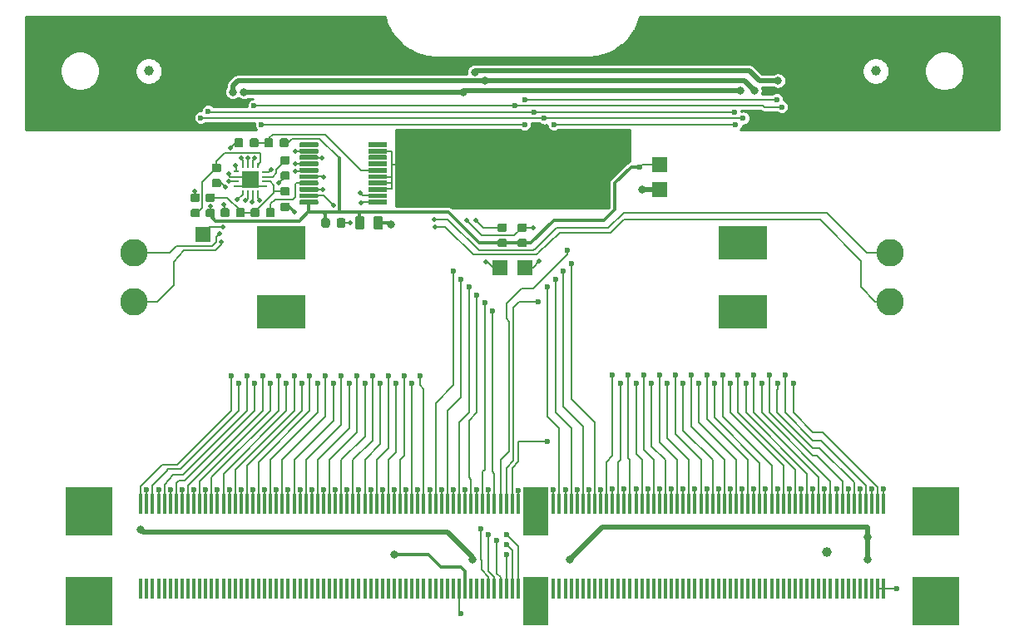
<source format=gbr>
G04 #@! TF.GenerationSoftware,KiCad,Pcbnew,5.1.5+dfsg1-2build2*
G04 #@! TF.CreationDate,2021-03-31T10:31:05+02:00*
G04 #@! TF.ProjectId,ModulAdapterMagnet,4d6f6475-6c41-4646-9170-7465724d6167,rev?*
G04 #@! TF.SameCoordinates,Original*
G04 #@! TF.FileFunction,Copper,L1,Top*
G04 #@! TF.FilePolarity,Positive*
%FSLAX46Y46*%
G04 Gerber Fmt 4.6, Leading zero omitted, Abs format (unit mm)*
G04 Created by KiCad (PCBNEW 5.1.5+dfsg1-2build2) date 2021-03-31 10:31:05*
%MOMM*%
%LPD*%
G04 APERTURE LIST*
%ADD10R,5.000000X3.500000*%
%ADD11C,2.800000*%
%ADD12C,0.100000*%
%ADD13R,4.800000X5.000000*%
%ADD14R,0.350000X2.000000*%
%ADD15R,2.600000X5.000000*%
%ADD16R,1.501140X1.501140*%
%ADD17C,1.000000*%
%ADD18R,0.550000X0.270000*%
%ADD19R,0.270000X0.550000*%
%ADD20R,1.800000X1.800000*%
%ADD21C,0.600000*%
%ADD22C,0.800000*%
%ADD23C,0.500000*%
%ADD24C,0.200000*%
%ADD25C,0.500000*%
%ADD26C,0.150000*%
%ADD27C,0.300000*%
%ADD28C,0.254000*%
G04 APERTURE END LIST*
D10*
X76525000Y-98486141D03*
X76525000Y-91486141D03*
D11*
X61525000Y-92486141D03*
X61525000Y-97486141D03*
D10*
X123475000Y-91486141D03*
X123475000Y-98486141D03*
D11*
X138475000Y-97486141D03*
X138475000Y-92486141D03*
G04 #@! TA.AperFunction,SMDPad,CuDef*
D12*
G36*
X87141452Y-87105402D02*
G01*
X87153586Y-87107202D01*
X87165486Y-87110182D01*
X87177035Y-87114315D01*
X87188125Y-87119560D01*
X87198646Y-87125866D01*
X87208499Y-87133174D01*
X87217588Y-87141412D01*
X87225826Y-87150501D01*
X87233134Y-87160354D01*
X87239440Y-87170875D01*
X87244685Y-87181965D01*
X87248818Y-87193514D01*
X87251798Y-87205414D01*
X87253598Y-87217548D01*
X87254200Y-87229800D01*
X87254200Y-87479800D01*
X87253598Y-87492052D01*
X87251798Y-87504186D01*
X87248818Y-87516086D01*
X87244685Y-87527635D01*
X87239440Y-87538725D01*
X87233134Y-87549246D01*
X87225826Y-87559099D01*
X87217588Y-87568188D01*
X87208499Y-87576426D01*
X87198646Y-87583734D01*
X87188125Y-87590040D01*
X87177035Y-87595285D01*
X87165486Y-87599418D01*
X87153586Y-87602398D01*
X87141452Y-87604198D01*
X87129200Y-87604800D01*
X85479200Y-87604800D01*
X85466948Y-87604198D01*
X85454814Y-87602398D01*
X85442914Y-87599418D01*
X85431365Y-87595285D01*
X85420275Y-87590040D01*
X85409754Y-87583734D01*
X85399901Y-87576426D01*
X85390812Y-87568188D01*
X85382574Y-87559099D01*
X85375266Y-87549246D01*
X85368960Y-87538725D01*
X85363715Y-87527635D01*
X85359582Y-87516086D01*
X85356602Y-87504186D01*
X85354802Y-87492052D01*
X85354200Y-87479800D01*
X85354200Y-87229800D01*
X85354802Y-87217548D01*
X85356602Y-87205414D01*
X85359582Y-87193514D01*
X85363715Y-87181965D01*
X85368960Y-87170875D01*
X85375266Y-87160354D01*
X85382574Y-87150501D01*
X85390812Y-87141412D01*
X85399901Y-87133174D01*
X85409754Y-87125866D01*
X85420275Y-87119560D01*
X85431365Y-87114315D01*
X85442914Y-87110182D01*
X85454814Y-87107202D01*
X85466948Y-87105402D01*
X85479200Y-87104800D01*
X87129200Y-87104800D01*
X87141452Y-87105402D01*
G37*
G04 #@! TD.AperFunction*
G04 #@! TA.AperFunction,SMDPad,CuDef*
G36*
X87141452Y-86455402D02*
G01*
X87153586Y-86457202D01*
X87165486Y-86460182D01*
X87177035Y-86464315D01*
X87188125Y-86469560D01*
X87198646Y-86475866D01*
X87208499Y-86483174D01*
X87217588Y-86491412D01*
X87225826Y-86500501D01*
X87233134Y-86510354D01*
X87239440Y-86520875D01*
X87244685Y-86531965D01*
X87248818Y-86543514D01*
X87251798Y-86555414D01*
X87253598Y-86567548D01*
X87254200Y-86579800D01*
X87254200Y-86829800D01*
X87253598Y-86842052D01*
X87251798Y-86854186D01*
X87248818Y-86866086D01*
X87244685Y-86877635D01*
X87239440Y-86888725D01*
X87233134Y-86899246D01*
X87225826Y-86909099D01*
X87217588Y-86918188D01*
X87208499Y-86926426D01*
X87198646Y-86933734D01*
X87188125Y-86940040D01*
X87177035Y-86945285D01*
X87165486Y-86949418D01*
X87153586Y-86952398D01*
X87141452Y-86954198D01*
X87129200Y-86954800D01*
X85479200Y-86954800D01*
X85466948Y-86954198D01*
X85454814Y-86952398D01*
X85442914Y-86949418D01*
X85431365Y-86945285D01*
X85420275Y-86940040D01*
X85409754Y-86933734D01*
X85399901Y-86926426D01*
X85390812Y-86918188D01*
X85382574Y-86909099D01*
X85375266Y-86899246D01*
X85368960Y-86888725D01*
X85363715Y-86877635D01*
X85359582Y-86866086D01*
X85356602Y-86854186D01*
X85354802Y-86842052D01*
X85354200Y-86829800D01*
X85354200Y-86579800D01*
X85354802Y-86567548D01*
X85356602Y-86555414D01*
X85359582Y-86543514D01*
X85363715Y-86531965D01*
X85368960Y-86520875D01*
X85375266Y-86510354D01*
X85382574Y-86500501D01*
X85390812Y-86491412D01*
X85399901Y-86483174D01*
X85409754Y-86475866D01*
X85420275Y-86469560D01*
X85431365Y-86464315D01*
X85442914Y-86460182D01*
X85454814Y-86457202D01*
X85466948Y-86455402D01*
X85479200Y-86454800D01*
X87129200Y-86454800D01*
X87141452Y-86455402D01*
G37*
G04 #@! TD.AperFunction*
G04 #@! TA.AperFunction,SMDPad,CuDef*
G36*
X87141452Y-85805402D02*
G01*
X87153586Y-85807202D01*
X87165486Y-85810182D01*
X87177035Y-85814315D01*
X87188125Y-85819560D01*
X87198646Y-85825866D01*
X87208499Y-85833174D01*
X87217588Y-85841412D01*
X87225826Y-85850501D01*
X87233134Y-85860354D01*
X87239440Y-85870875D01*
X87244685Y-85881965D01*
X87248818Y-85893514D01*
X87251798Y-85905414D01*
X87253598Y-85917548D01*
X87254200Y-85929800D01*
X87254200Y-86179800D01*
X87253598Y-86192052D01*
X87251798Y-86204186D01*
X87248818Y-86216086D01*
X87244685Y-86227635D01*
X87239440Y-86238725D01*
X87233134Y-86249246D01*
X87225826Y-86259099D01*
X87217588Y-86268188D01*
X87208499Y-86276426D01*
X87198646Y-86283734D01*
X87188125Y-86290040D01*
X87177035Y-86295285D01*
X87165486Y-86299418D01*
X87153586Y-86302398D01*
X87141452Y-86304198D01*
X87129200Y-86304800D01*
X85479200Y-86304800D01*
X85466948Y-86304198D01*
X85454814Y-86302398D01*
X85442914Y-86299418D01*
X85431365Y-86295285D01*
X85420275Y-86290040D01*
X85409754Y-86283734D01*
X85399901Y-86276426D01*
X85390812Y-86268188D01*
X85382574Y-86259099D01*
X85375266Y-86249246D01*
X85368960Y-86238725D01*
X85363715Y-86227635D01*
X85359582Y-86216086D01*
X85356602Y-86204186D01*
X85354802Y-86192052D01*
X85354200Y-86179800D01*
X85354200Y-85929800D01*
X85354802Y-85917548D01*
X85356602Y-85905414D01*
X85359582Y-85893514D01*
X85363715Y-85881965D01*
X85368960Y-85870875D01*
X85375266Y-85860354D01*
X85382574Y-85850501D01*
X85390812Y-85841412D01*
X85399901Y-85833174D01*
X85409754Y-85825866D01*
X85420275Y-85819560D01*
X85431365Y-85814315D01*
X85442914Y-85810182D01*
X85454814Y-85807202D01*
X85466948Y-85805402D01*
X85479200Y-85804800D01*
X87129200Y-85804800D01*
X87141452Y-85805402D01*
G37*
G04 #@! TD.AperFunction*
G04 #@! TA.AperFunction,SMDPad,CuDef*
G36*
X87141452Y-85155402D02*
G01*
X87153586Y-85157202D01*
X87165486Y-85160182D01*
X87177035Y-85164315D01*
X87188125Y-85169560D01*
X87198646Y-85175866D01*
X87208499Y-85183174D01*
X87217588Y-85191412D01*
X87225826Y-85200501D01*
X87233134Y-85210354D01*
X87239440Y-85220875D01*
X87244685Y-85231965D01*
X87248818Y-85243514D01*
X87251798Y-85255414D01*
X87253598Y-85267548D01*
X87254200Y-85279800D01*
X87254200Y-85529800D01*
X87253598Y-85542052D01*
X87251798Y-85554186D01*
X87248818Y-85566086D01*
X87244685Y-85577635D01*
X87239440Y-85588725D01*
X87233134Y-85599246D01*
X87225826Y-85609099D01*
X87217588Y-85618188D01*
X87208499Y-85626426D01*
X87198646Y-85633734D01*
X87188125Y-85640040D01*
X87177035Y-85645285D01*
X87165486Y-85649418D01*
X87153586Y-85652398D01*
X87141452Y-85654198D01*
X87129200Y-85654800D01*
X85479200Y-85654800D01*
X85466948Y-85654198D01*
X85454814Y-85652398D01*
X85442914Y-85649418D01*
X85431365Y-85645285D01*
X85420275Y-85640040D01*
X85409754Y-85633734D01*
X85399901Y-85626426D01*
X85390812Y-85618188D01*
X85382574Y-85609099D01*
X85375266Y-85599246D01*
X85368960Y-85588725D01*
X85363715Y-85577635D01*
X85359582Y-85566086D01*
X85356602Y-85554186D01*
X85354802Y-85542052D01*
X85354200Y-85529800D01*
X85354200Y-85279800D01*
X85354802Y-85267548D01*
X85356602Y-85255414D01*
X85359582Y-85243514D01*
X85363715Y-85231965D01*
X85368960Y-85220875D01*
X85375266Y-85210354D01*
X85382574Y-85200501D01*
X85390812Y-85191412D01*
X85399901Y-85183174D01*
X85409754Y-85175866D01*
X85420275Y-85169560D01*
X85431365Y-85164315D01*
X85442914Y-85160182D01*
X85454814Y-85157202D01*
X85466948Y-85155402D01*
X85479200Y-85154800D01*
X87129200Y-85154800D01*
X87141452Y-85155402D01*
G37*
G04 #@! TD.AperFunction*
G04 #@! TA.AperFunction,SMDPad,CuDef*
G36*
X87141452Y-84505402D02*
G01*
X87153586Y-84507202D01*
X87165486Y-84510182D01*
X87177035Y-84514315D01*
X87188125Y-84519560D01*
X87198646Y-84525866D01*
X87208499Y-84533174D01*
X87217588Y-84541412D01*
X87225826Y-84550501D01*
X87233134Y-84560354D01*
X87239440Y-84570875D01*
X87244685Y-84581965D01*
X87248818Y-84593514D01*
X87251798Y-84605414D01*
X87253598Y-84617548D01*
X87254200Y-84629800D01*
X87254200Y-84879800D01*
X87253598Y-84892052D01*
X87251798Y-84904186D01*
X87248818Y-84916086D01*
X87244685Y-84927635D01*
X87239440Y-84938725D01*
X87233134Y-84949246D01*
X87225826Y-84959099D01*
X87217588Y-84968188D01*
X87208499Y-84976426D01*
X87198646Y-84983734D01*
X87188125Y-84990040D01*
X87177035Y-84995285D01*
X87165486Y-84999418D01*
X87153586Y-85002398D01*
X87141452Y-85004198D01*
X87129200Y-85004800D01*
X85479200Y-85004800D01*
X85466948Y-85004198D01*
X85454814Y-85002398D01*
X85442914Y-84999418D01*
X85431365Y-84995285D01*
X85420275Y-84990040D01*
X85409754Y-84983734D01*
X85399901Y-84976426D01*
X85390812Y-84968188D01*
X85382574Y-84959099D01*
X85375266Y-84949246D01*
X85368960Y-84938725D01*
X85363715Y-84927635D01*
X85359582Y-84916086D01*
X85356602Y-84904186D01*
X85354802Y-84892052D01*
X85354200Y-84879800D01*
X85354200Y-84629800D01*
X85354802Y-84617548D01*
X85356602Y-84605414D01*
X85359582Y-84593514D01*
X85363715Y-84581965D01*
X85368960Y-84570875D01*
X85375266Y-84560354D01*
X85382574Y-84550501D01*
X85390812Y-84541412D01*
X85399901Y-84533174D01*
X85409754Y-84525866D01*
X85420275Y-84519560D01*
X85431365Y-84514315D01*
X85442914Y-84510182D01*
X85454814Y-84507202D01*
X85466948Y-84505402D01*
X85479200Y-84504800D01*
X87129200Y-84504800D01*
X87141452Y-84505402D01*
G37*
G04 #@! TD.AperFunction*
G04 #@! TA.AperFunction,SMDPad,CuDef*
G36*
X87141452Y-83855402D02*
G01*
X87153586Y-83857202D01*
X87165486Y-83860182D01*
X87177035Y-83864315D01*
X87188125Y-83869560D01*
X87198646Y-83875866D01*
X87208499Y-83883174D01*
X87217588Y-83891412D01*
X87225826Y-83900501D01*
X87233134Y-83910354D01*
X87239440Y-83920875D01*
X87244685Y-83931965D01*
X87248818Y-83943514D01*
X87251798Y-83955414D01*
X87253598Y-83967548D01*
X87254200Y-83979800D01*
X87254200Y-84229800D01*
X87253598Y-84242052D01*
X87251798Y-84254186D01*
X87248818Y-84266086D01*
X87244685Y-84277635D01*
X87239440Y-84288725D01*
X87233134Y-84299246D01*
X87225826Y-84309099D01*
X87217588Y-84318188D01*
X87208499Y-84326426D01*
X87198646Y-84333734D01*
X87188125Y-84340040D01*
X87177035Y-84345285D01*
X87165486Y-84349418D01*
X87153586Y-84352398D01*
X87141452Y-84354198D01*
X87129200Y-84354800D01*
X85479200Y-84354800D01*
X85466948Y-84354198D01*
X85454814Y-84352398D01*
X85442914Y-84349418D01*
X85431365Y-84345285D01*
X85420275Y-84340040D01*
X85409754Y-84333734D01*
X85399901Y-84326426D01*
X85390812Y-84318188D01*
X85382574Y-84309099D01*
X85375266Y-84299246D01*
X85368960Y-84288725D01*
X85363715Y-84277635D01*
X85359582Y-84266086D01*
X85356602Y-84254186D01*
X85354802Y-84242052D01*
X85354200Y-84229800D01*
X85354200Y-83979800D01*
X85354802Y-83967548D01*
X85356602Y-83955414D01*
X85359582Y-83943514D01*
X85363715Y-83931965D01*
X85368960Y-83920875D01*
X85375266Y-83910354D01*
X85382574Y-83900501D01*
X85390812Y-83891412D01*
X85399901Y-83883174D01*
X85409754Y-83875866D01*
X85420275Y-83869560D01*
X85431365Y-83864315D01*
X85442914Y-83860182D01*
X85454814Y-83857202D01*
X85466948Y-83855402D01*
X85479200Y-83854800D01*
X87129200Y-83854800D01*
X87141452Y-83855402D01*
G37*
G04 #@! TD.AperFunction*
G04 #@! TA.AperFunction,SMDPad,CuDef*
G36*
X87141452Y-83205402D02*
G01*
X87153586Y-83207202D01*
X87165486Y-83210182D01*
X87177035Y-83214315D01*
X87188125Y-83219560D01*
X87198646Y-83225866D01*
X87208499Y-83233174D01*
X87217588Y-83241412D01*
X87225826Y-83250501D01*
X87233134Y-83260354D01*
X87239440Y-83270875D01*
X87244685Y-83281965D01*
X87248818Y-83293514D01*
X87251798Y-83305414D01*
X87253598Y-83317548D01*
X87254200Y-83329800D01*
X87254200Y-83579800D01*
X87253598Y-83592052D01*
X87251798Y-83604186D01*
X87248818Y-83616086D01*
X87244685Y-83627635D01*
X87239440Y-83638725D01*
X87233134Y-83649246D01*
X87225826Y-83659099D01*
X87217588Y-83668188D01*
X87208499Y-83676426D01*
X87198646Y-83683734D01*
X87188125Y-83690040D01*
X87177035Y-83695285D01*
X87165486Y-83699418D01*
X87153586Y-83702398D01*
X87141452Y-83704198D01*
X87129200Y-83704800D01*
X85479200Y-83704800D01*
X85466948Y-83704198D01*
X85454814Y-83702398D01*
X85442914Y-83699418D01*
X85431365Y-83695285D01*
X85420275Y-83690040D01*
X85409754Y-83683734D01*
X85399901Y-83676426D01*
X85390812Y-83668188D01*
X85382574Y-83659099D01*
X85375266Y-83649246D01*
X85368960Y-83638725D01*
X85363715Y-83627635D01*
X85359582Y-83616086D01*
X85356602Y-83604186D01*
X85354802Y-83592052D01*
X85354200Y-83579800D01*
X85354200Y-83329800D01*
X85354802Y-83317548D01*
X85356602Y-83305414D01*
X85359582Y-83293514D01*
X85363715Y-83281965D01*
X85368960Y-83270875D01*
X85375266Y-83260354D01*
X85382574Y-83250501D01*
X85390812Y-83241412D01*
X85399901Y-83233174D01*
X85409754Y-83225866D01*
X85420275Y-83219560D01*
X85431365Y-83214315D01*
X85442914Y-83210182D01*
X85454814Y-83207202D01*
X85466948Y-83205402D01*
X85479200Y-83204800D01*
X87129200Y-83204800D01*
X87141452Y-83205402D01*
G37*
G04 #@! TD.AperFunction*
G04 #@! TA.AperFunction,SMDPad,CuDef*
G36*
X87141452Y-82555402D02*
G01*
X87153586Y-82557202D01*
X87165486Y-82560182D01*
X87177035Y-82564315D01*
X87188125Y-82569560D01*
X87198646Y-82575866D01*
X87208499Y-82583174D01*
X87217588Y-82591412D01*
X87225826Y-82600501D01*
X87233134Y-82610354D01*
X87239440Y-82620875D01*
X87244685Y-82631965D01*
X87248818Y-82643514D01*
X87251798Y-82655414D01*
X87253598Y-82667548D01*
X87254200Y-82679800D01*
X87254200Y-82929800D01*
X87253598Y-82942052D01*
X87251798Y-82954186D01*
X87248818Y-82966086D01*
X87244685Y-82977635D01*
X87239440Y-82988725D01*
X87233134Y-82999246D01*
X87225826Y-83009099D01*
X87217588Y-83018188D01*
X87208499Y-83026426D01*
X87198646Y-83033734D01*
X87188125Y-83040040D01*
X87177035Y-83045285D01*
X87165486Y-83049418D01*
X87153586Y-83052398D01*
X87141452Y-83054198D01*
X87129200Y-83054800D01*
X85479200Y-83054800D01*
X85466948Y-83054198D01*
X85454814Y-83052398D01*
X85442914Y-83049418D01*
X85431365Y-83045285D01*
X85420275Y-83040040D01*
X85409754Y-83033734D01*
X85399901Y-83026426D01*
X85390812Y-83018188D01*
X85382574Y-83009099D01*
X85375266Y-82999246D01*
X85368960Y-82988725D01*
X85363715Y-82977635D01*
X85359582Y-82966086D01*
X85356602Y-82954186D01*
X85354802Y-82942052D01*
X85354200Y-82929800D01*
X85354200Y-82679800D01*
X85354802Y-82667548D01*
X85356602Y-82655414D01*
X85359582Y-82643514D01*
X85363715Y-82631965D01*
X85368960Y-82620875D01*
X85375266Y-82610354D01*
X85382574Y-82600501D01*
X85390812Y-82591412D01*
X85399901Y-82583174D01*
X85409754Y-82575866D01*
X85420275Y-82569560D01*
X85431365Y-82564315D01*
X85442914Y-82560182D01*
X85454814Y-82557202D01*
X85466948Y-82555402D01*
X85479200Y-82554800D01*
X87129200Y-82554800D01*
X87141452Y-82555402D01*
G37*
G04 #@! TD.AperFunction*
G04 #@! TA.AperFunction,SMDPad,CuDef*
G36*
X87141452Y-81905402D02*
G01*
X87153586Y-81907202D01*
X87165486Y-81910182D01*
X87177035Y-81914315D01*
X87188125Y-81919560D01*
X87198646Y-81925866D01*
X87208499Y-81933174D01*
X87217588Y-81941412D01*
X87225826Y-81950501D01*
X87233134Y-81960354D01*
X87239440Y-81970875D01*
X87244685Y-81981965D01*
X87248818Y-81993514D01*
X87251798Y-82005414D01*
X87253598Y-82017548D01*
X87254200Y-82029800D01*
X87254200Y-82279800D01*
X87253598Y-82292052D01*
X87251798Y-82304186D01*
X87248818Y-82316086D01*
X87244685Y-82327635D01*
X87239440Y-82338725D01*
X87233134Y-82349246D01*
X87225826Y-82359099D01*
X87217588Y-82368188D01*
X87208499Y-82376426D01*
X87198646Y-82383734D01*
X87188125Y-82390040D01*
X87177035Y-82395285D01*
X87165486Y-82399418D01*
X87153586Y-82402398D01*
X87141452Y-82404198D01*
X87129200Y-82404800D01*
X85479200Y-82404800D01*
X85466948Y-82404198D01*
X85454814Y-82402398D01*
X85442914Y-82399418D01*
X85431365Y-82395285D01*
X85420275Y-82390040D01*
X85409754Y-82383734D01*
X85399901Y-82376426D01*
X85390812Y-82368188D01*
X85382574Y-82359099D01*
X85375266Y-82349246D01*
X85368960Y-82338725D01*
X85363715Y-82327635D01*
X85359582Y-82316086D01*
X85356602Y-82304186D01*
X85354802Y-82292052D01*
X85354200Y-82279800D01*
X85354200Y-82029800D01*
X85354802Y-82017548D01*
X85356602Y-82005414D01*
X85359582Y-81993514D01*
X85363715Y-81981965D01*
X85368960Y-81970875D01*
X85375266Y-81960354D01*
X85382574Y-81950501D01*
X85390812Y-81941412D01*
X85399901Y-81933174D01*
X85409754Y-81925866D01*
X85420275Y-81919560D01*
X85431365Y-81914315D01*
X85442914Y-81910182D01*
X85454814Y-81907202D01*
X85466948Y-81905402D01*
X85479200Y-81904800D01*
X87129200Y-81904800D01*
X87141452Y-81905402D01*
G37*
G04 #@! TD.AperFunction*
G04 #@! TA.AperFunction,SMDPad,CuDef*
G36*
X87141452Y-81255402D02*
G01*
X87153586Y-81257202D01*
X87165486Y-81260182D01*
X87177035Y-81264315D01*
X87188125Y-81269560D01*
X87198646Y-81275866D01*
X87208499Y-81283174D01*
X87217588Y-81291412D01*
X87225826Y-81300501D01*
X87233134Y-81310354D01*
X87239440Y-81320875D01*
X87244685Y-81331965D01*
X87248818Y-81343514D01*
X87251798Y-81355414D01*
X87253598Y-81367548D01*
X87254200Y-81379800D01*
X87254200Y-81629800D01*
X87253598Y-81642052D01*
X87251798Y-81654186D01*
X87248818Y-81666086D01*
X87244685Y-81677635D01*
X87239440Y-81688725D01*
X87233134Y-81699246D01*
X87225826Y-81709099D01*
X87217588Y-81718188D01*
X87208499Y-81726426D01*
X87198646Y-81733734D01*
X87188125Y-81740040D01*
X87177035Y-81745285D01*
X87165486Y-81749418D01*
X87153586Y-81752398D01*
X87141452Y-81754198D01*
X87129200Y-81754800D01*
X85479200Y-81754800D01*
X85466948Y-81754198D01*
X85454814Y-81752398D01*
X85442914Y-81749418D01*
X85431365Y-81745285D01*
X85420275Y-81740040D01*
X85409754Y-81733734D01*
X85399901Y-81726426D01*
X85390812Y-81718188D01*
X85382574Y-81709099D01*
X85375266Y-81699246D01*
X85368960Y-81688725D01*
X85363715Y-81677635D01*
X85359582Y-81666086D01*
X85356602Y-81654186D01*
X85354802Y-81642052D01*
X85354200Y-81629800D01*
X85354200Y-81379800D01*
X85354802Y-81367548D01*
X85356602Y-81355414D01*
X85359582Y-81343514D01*
X85363715Y-81331965D01*
X85368960Y-81320875D01*
X85375266Y-81310354D01*
X85382574Y-81300501D01*
X85390812Y-81291412D01*
X85399901Y-81283174D01*
X85409754Y-81275866D01*
X85420275Y-81269560D01*
X85431365Y-81264315D01*
X85442914Y-81260182D01*
X85454814Y-81257202D01*
X85466948Y-81255402D01*
X85479200Y-81254800D01*
X87129200Y-81254800D01*
X87141452Y-81255402D01*
G37*
G04 #@! TD.AperFunction*
G04 #@! TA.AperFunction,SMDPad,CuDef*
G36*
X80141452Y-81255402D02*
G01*
X80153586Y-81257202D01*
X80165486Y-81260182D01*
X80177035Y-81264315D01*
X80188125Y-81269560D01*
X80198646Y-81275866D01*
X80208499Y-81283174D01*
X80217588Y-81291412D01*
X80225826Y-81300501D01*
X80233134Y-81310354D01*
X80239440Y-81320875D01*
X80244685Y-81331965D01*
X80248818Y-81343514D01*
X80251798Y-81355414D01*
X80253598Y-81367548D01*
X80254200Y-81379800D01*
X80254200Y-81629800D01*
X80253598Y-81642052D01*
X80251798Y-81654186D01*
X80248818Y-81666086D01*
X80244685Y-81677635D01*
X80239440Y-81688725D01*
X80233134Y-81699246D01*
X80225826Y-81709099D01*
X80217588Y-81718188D01*
X80208499Y-81726426D01*
X80198646Y-81733734D01*
X80188125Y-81740040D01*
X80177035Y-81745285D01*
X80165486Y-81749418D01*
X80153586Y-81752398D01*
X80141452Y-81754198D01*
X80129200Y-81754800D01*
X78479200Y-81754800D01*
X78466948Y-81754198D01*
X78454814Y-81752398D01*
X78442914Y-81749418D01*
X78431365Y-81745285D01*
X78420275Y-81740040D01*
X78409754Y-81733734D01*
X78399901Y-81726426D01*
X78390812Y-81718188D01*
X78382574Y-81709099D01*
X78375266Y-81699246D01*
X78368960Y-81688725D01*
X78363715Y-81677635D01*
X78359582Y-81666086D01*
X78356602Y-81654186D01*
X78354802Y-81642052D01*
X78354200Y-81629800D01*
X78354200Y-81379800D01*
X78354802Y-81367548D01*
X78356602Y-81355414D01*
X78359582Y-81343514D01*
X78363715Y-81331965D01*
X78368960Y-81320875D01*
X78375266Y-81310354D01*
X78382574Y-81300501D01*
X78390812Y-81291412D01*
X78399901Y-81283174D01*
X78409754Y-81275866D01*
X78420275Y-81269560D01*
X78431365Y-81264315D01*
X78442914Y-81260182D01*
X78454814Y-81257202D01*
X78466948Y-81255402D01*
X78479200Y-81254800D01*
X80129200Y-81254800D01*
X80141452Y-81255402D01*
G37*
G04 #@! TD.AperFunction*
G04 #@! TA.AperFunction,SMDPad,CuDef*
G36*
X80141452Y-81905402D02*
G01*
X80153586Y-81907202D01*
X80165486Y-81910182D01*
X80177035Y-81914315D01*
X80188125Y-81919560D01*
X80198646Y-81925866D01*
X80208499Y-81933174D01*
X80217588Y-81941412D01*
X80225826Y-81950501D01*
X80233134Y-81960354D01*
X80239440Y-81970875D01*
X80244685Y-81981965D01*
X80248818Y-81993514D01*
X80251798Y-82005414D01*
X80253598Y-82017548D01*
X80254200Y-82029800D01*
X80254200Y-82279800D01*
X80253598Y-82292052D01*
X80251798Y-82304186D01*
X80248818Y-82316086D01*
X80244685Y-82327635D01*
X80239440Y-82338725D01*
X80233134Y-82349246D01*
X80225826Y-82359099D01*
X80217588Y-82368188D01*
X80208499Y-82376426D01*
X80198646Y-82383734D01*
X80188125Y-82390040D01*
X80177035Y-82395285D01*
X80165486Y-82399418D01*
X80153586Y-82402398D01*
X80141452Y-82404198D01*
X80129200Y-82404800D01*
X78479200Y-82404800D01*
X78466948Y-82404198D01*
X78454814Y-82402398D01*
X78442914Y-82399418D01*
X78431365Y-82395285D01*
X78420275Y-82390040D01*
X78409754Y-82383734D01*
X78399901Y-82376426D01*
X78390812Y-82368188D01*
X78382574Y-82359099D01*
X78375266Y-82349246D01*
X78368960Y-82338725D01*
X78363715Y-82327635D01*
X78359582Y-82316086D01*
X78356602Y-82304186D01*
X78354802Y-82292052D01*
X78354200Y-82279800D01*
X78354200Y-82029800D01*
X78354802Y-82017548D01*
X78356602Y-82005414D01*
X78359582Y-81993514D01*
X78363715Y-81981965D01*
X78368960Y-81970875D01*
X78375266Y-81960354D01*
X78382574Y-81950501D01*
X78390812Y-81941412D01*
X78399901Y-81933174D01*
X78409754Y-81925866D01*
X78420275Y-81919560D01*
X78431365Y-81914315D01*
X78442914Y-81910182D01*
X78454814Y-81907202D01*
X78466948Y-81905402D01*
X78479200Y-81904800D01*
X80129200Y-81904800D01*
X80141452Y-81905402D01*
G37*
G04 #@! TD.AperFunction*
G04 #@! TA.AperFunction,SMDPad,CuDef*
G36*
X80141452Y-82555402D02*
G01*
X80153586Y-82557202D01*
X80165486Y-82560182D01*
X80177035Y-82564315D01*
X80188125Y-82569560D01*
X80198646Y-82575866D01*
X80208499Y-82583174D01*
X80217588Y-82591412D01*
X80225826Y-82600501D01*
X80233134Y-82610354D01*
X80239440Y-82620875D01*
X80244685Y-82631965D01*
X80248818Y-82643514D01*
X80251798Y-82655414D01*
X80253598Y-82667548D01*
X80254200Y-82679800D01*
X80254200Y-82929800D01*
X80253598Y-82942052D01*
X80251798Y-82954186D01*
X80248818Y-82966086D01*
X80244685Y-82977635D01*
X80239440Y-82988725D01*
X80233134Y-82999246D01*
X80225826Y-83009099D01*
X80217588Y-83018188D01*
X80208499Y-83026426D01*
X80198646Y-83033734D01*
X80188125Y-83040040D01*
X80177035Y-83045285D01*
X80165486Y-83049418D01*
X80153586Y-83052398D01*
X80141452Y-83054198D01*
X80129200Y-83054800D01*
X78479200Y-83054800D01*
X78466948Y-83054198D01*
X78454814Y-83052398D01*
X78442914Y-83049418D01*
X78431365Y-83045285D01*
X78420275Y-83040040D01*
X78409754Y-83033734D01*
X78399901Y-83026426D01*
X78390812Y-83018188D01*
X78382574Y-83009099D01*
X78375266Y-82999246D01*
X78368960Y-82988725D01*
X78363715Y-82977635D01*
X78359582Y-82966086D01*
X78356602Y-82954186D01*
X78354802Y-82942052D01*
X78354200Y-82929800D01*
X78354200Y-82679800D01*
X78354802Y-82667548D01*
X78356602Y-82655414D01*
X78359582Y-82643514D01*
X78363715Y-82631965D01*
X78368960Y-82620875D01*
X78375266Y-82610354D01*
X78382574Y-82600501D01*
X78390812Y-82591412D01*
X78399901Y-82583174D01*
X78409754Y-82575866D01*
X78420275Y-82569560D01*
X78431365Y-82564315D01*
X78442914Y-82560182D01*
X78454814Y-82557202D01*
X78466948Y-82555402D01*
X78479200Y-82554800D01*
X80129200Y-82554800D01*
X80141452Y-82555402D01*
G37*
G04 #@! TD.AperFunction*
G04 #@! TA.AperFunction,SMDPad,CuDef*
G36*
X80141452Y-83205402D02*
G01*
X80153586Y-83207202D01*
X80165486Y-83210182D01*
X80177035Y-83214315D01*
X80188125Y-83219560D01*
X80198646Y-83225866D01*
X80208499Y-83233174D01*
X80217588Y-83241412D01*
X80225826Y-83250501D01*
X80233134Y-83260354D01*
X80239440Y-83270875D01*
X80244685Y-83281965D01*
X80248818Y-83293514D01*
X80251798Y-83305414D01*
X80253598Y-83317548D01*
X80254200Y-83329800D01*
X80254200Y-83579800D01*
X80253598Y-83592052D01*
X80251798Y-83604186D01*
X80248818Y-83616086D01*
X80244685Y-83627635D01*
X80239440Y-83638725D01*
X80233134Y-83649246D01*
X80225826Y-83659099D01*
X80217588Y-83668188D01*
X80208499Y-83676426D01*
X80198646Y-83683734D01*
X80188125Y-83690040D01*
X80177035Y-83695285D01*
X80165486Y-83699418D01*
X80153586Y-83702398D01*
X80141452Y-83704198D01*
X80129200Y-83704800D01*
X78479200Y-83704800D01*
X78466948Y-83704198D01*
X78454814Y-83702398D01*
X78442914Y-83699418D01*
X78431365Y-83695285D01*
X78420275Y-83690040D01*
X78409754Y-83683734D01*
X78399901Y-83676426D01*
X78390812Y-83668188D01*
X78382574Y-83659099D01*
X78375266Y-83649246D01*
X78368960Y-83638725D01*
X78363715Y-83627635D01*
X78359582Y-83616086D01*
X78356602Y-83604186D01*
X78354802Y-83592052D01*
X78354200Y-83579800D01*
X78354200Y-83329800D01*
X78354802Y-83317548D01*
X78356602Y-83305414D01*
X78359582Y-83293514D01*
X78363715Y-83281965D01*
X78368960Y-83270875D01*
X78375266Y-83260354D01*
X78382574Y-83250501D01*
X78390812Y-83241412D01*
X78399901Y-83233174D01*
X78409754Y-83225866D01*
X78420275Y-83219560D01*
X78431365Y-83214315D01*
X78442914Y-83210182D01*
X78454814Y-83207202D01*
X78466948Y-83205402D01*
X78479200Y-83204800D01*
X80129200Y-83204800D01*
X80141452Y-83205402D01*
G37*
G04 #@! TD.AperFunction*
G04 #@! TA.AperFunction,SMDPad,CuDef*
G36*
X80141452Y-83855402D02*
G01*
X80153586Y-83857202D01*
X80165486Y-83860182D01*
X80177035Y-83864315D01*
X80188125Y-83869560D01*
X80198646Y-83875866D01*
X80208499Y-83883174D01*
X80217588Y-83891412D01*
X80225826Y-83900501D01*
X80233134Y-83910354D01*
X80239440Y-83920875D01*
X80244685Y-83931965D01*
X80248818Y-83943514D01*
X80251798Y-83955414D01*
X80253598Y-83967548D01*
X80254200Y-83979800D01*
X80254200Y-84229800D01*
X80253598Y-84242052D01*
X80251798Y-84254186D01*
X80248818Y-84266086D01*
X80244685Y-84277635D01*
X80239440Y-84288725D01*
X80233134Y-84299246D01*
X80225826Y-84309099D01*
X80217588Y-84318188D01*
X80208499Y-84326426D01*
X80198646Y-84333734D01*
X80188125Y-84340040D01*
X80177035Y-84345285D01*
X80165486Y-84349418D01*
X80153586Y-84352398D01*
X80141452Y-84354198D01*
X80129200Y-84354800D01*
X78479200Y-84354800D01*
X78466948Y-84354198D01*
X78454814Y-84352398D01*
X78442914Y-84349418D01*
X78431365Y-84345285D01*
X78420275Y-84340040D01*
X78409754Y-84333734D01*
X78399901Y-84326426D01*
X78390812Y-84318188D01*
X78382574Y-84309099D01*
X78375266Y-84299246D01*
X78368960Y-84288725D01*
X78363715Y-84277635D01*
X78359582Y-84266086D01*
X78356602Y-84254186D01*
X78354802Y-84242052D01*
X78354200Y-84229800D01*
X78354200Y-83979800D01*
X78354802Y-83967548D01*
X78356602Y-83955414D01*
X78359582Y-83943514D01*
X78363715Y-83931965D01*
X78368960Y-83920875D01*
X78375266Y-83910354D01*
X78382574Y-83900501D01*
X78390812Y-83891412D01*
X78399901Y-83883174D01*
X78409754Y-83875866D01*
X78420275Y-83869560D01*
X78431365Y-83864315D01*
X78442914Y-83860182D01*
X78454814Y-83857202D01*
X78466948Y-83855402D01*
X78479200Y-83854800D01*
X80129200Y-83854800D01*
X80141452Y-83855402D01*
G37*
G04 #@! TD.AperFunction*
G04 #@! TA.AperFunction,SMDPad,CuDef*
G36*
X80141452Y-84505402D02*
G01*
X80153586Y-84507202D01*
X80165486Y-84510182D01*
X80177035Y-84514315D01*
X80188125Y-84519560D01*
X80198646Y-84525866D01*
X80208499Y-84533174D01*
X80217588Y-84541412D01*
X80225826Y-84550501D01*
X80233134Y-84560354D01*
X80239440Y-84570875D01*
X80244685Y-84581965D01*
X80248818Y-84593514D01*
X80251798Y-84605414D01*
X80253598Y-84617548D01*
X80254200Y-84629800D01*
X80254200Y-84879800D01*
X80253598Y-84892052D01*
X80251798Y-84904186D01*
X80248818Y-84916086D01*
X80244685Y-84927635D01*
X80239440Y-84938725D01*
X80233134Y-84949246D01*
X80225826Y-84959099D01*
X80217588Y-84968188D01*
X80208499Y-84976426D01*
X80198646Y-84983734D01*
X80188125Y-84990040D01*
X80177035Y-84995285D01*
X80165486Y-84999418D01*
X80153586Y-85002398D01*
X80141452Y-85004198D01*
X80129200Y-85004800D01*
X78479200Y-85004800D01*
X78466948Y-85004198D01*
X78454814Y-85002398D01*
X78442914Y-84999418D01*
X78431365Y-84995285D01*
X78420275Y-84990040D01*
X78409754Y-84983734D01*
X78399901Y-84976426D01*
X78390812Y-84968188D01*
X78382574Y-84959099D01*
X78375266Y-84949246D01*
X78368960Y-84938725D01*
X78363715Y-84927635D01*
X78359582Y-84916086D01*
X78356602Y-84904186D01*
X78354802Y-84892052D01*
X78354200Y-84879800D01*
X78354200Y-84629800D01*
X78354802Y-84617548D01*
X78356602Y-84605414D01*
X78359582Y-84593514D01*
X78363715Y-84581965D01*
X78368960Y-84570875D01*
X78375266Y-84560354D01*
X78382574Y-84550501D01*
X78390812Y-84541412D01*
X78399901Y-84533174D01*
X78409754Y-84525866D01*
X78420275Y-84519560D01*
X78431365Y-84514315D01*
X78442914Y-84510182D01*
X78454814Y-84507202D01*
X78466948Y-84505402D01*
X78479200Y-84504800D01*
X80129200Y-84504800D01*
X80141452Y-84505402D01*
G37*
G04 #@! TD.AperFunction*
G04 #@! TA.AperFunction,SMDPad,CuDef*
G36*
X80141452Y-85155402D02*
G01*
X80153586Y-85157202D01*
X80165486Y-85160182D01*
X80177035Y-85164315D01*
X80188125Y-85169560D01*
X80198646Y-85175866D01*
X80208499Y-85183174D01*
X80217588Y-85191412D01*
X80225826Y-85200501D01*
X80233134Y-85210354D01*
X80239440Y-85220875D01*
X80244685Y-85231965D01*
X80248818Y-85243514D01*
X80251798Y-85255414D01*
X80253598Y-85267548D01*
X80254200Y-85279800D01*
X80254200Y-85529800D01*
X80253598Y-85542052D01*
X80251798Y-85554186D01*
X80248818Y-85566086D01*
X80244685Y-85577635D01*
X80239440Y-85588725D01*
X80233134Y-85599246D01*
X80225826Y-85609099D01*
X80217588Y-85618188D01*
X80208499Y-85626426D01*
X80198646Y-85633734D01*
X80188125Y-85640040D01*
X80177035Y-85645285D01*
X80165486Y-85649418D01*
X80153586Y-85652398D01*
X80141452Y-85654198D01*
X80129200Y-85654800D01*
X78479200Y-85654800D01*
X78466948Y-85654198D01*
X78454814Y-85652398D01*
X78442914Y-85649418D01*
X78431365Y-85645285D01*
X78420275Y-85640040D01*
X78409754Y-85633734D01*
X78399901Y-85626426D01*
X78390812Y-85618188D01*
X78382574Y-85609099D01*
X78375266Y-85599246D01*
X78368960Y-85588725D01*
X78363715Y-85577635D01*
X78359582Y-85566086D01*
X78356602Y-85554186D01*
X78354802Y-85542052D01*
X78354200Y-85529800D01*
X78354200Y-85279800D01*
X78354802Y-85267548D01*
X78356602Y-85255414D01*
X78359582Y-85243514D01*
X78363715Y-85231965D01*
X78368960Y-85220875D01*
X78375266Y-85210354D01*
X78382574Y-85200501D01*
X78390812Y-85191412D01*
X78399901Y-85183174D01*
X78409754Y-85175866D01*
X78420275Y-85169560D01*
X78431365Y-85164315D01*
X78442914Y-85160182D01*
X78454814Y-85157202D01*
X78466948Y-85155402D01*
X78479200Y-85154800D01*
X80129200Y-85154800D01*
X80141452Y-85155402D01*
G37*
G04 #@! TD.AperFunction*
G04 #@! TA.AperFunction,SMDPad,CuDef*
G36*
X80141452Y-85805402D02*
G01*
X80153586Y-85807202D01*
X80165486Y-85810182D01*
X80177035Y-85814315D01*
X80188125Y-85819560D01*
X80198646Y-85825866D01*
X80208499Y-85833174D01*
X80217588Y-85841412D01*
X80225826Y-85850501D01*
X80233134Y-85860354D01*
X80239440Y-85870875D01*
X80244685Y-85881965D01*
X80248818Y-85893514D01*
X80251798Y-85905414D01*
X80253598Y-85917548D01*
X80254200Y-85929800D01*
X80254200Y-86179800D01*
X80253598Y-86192052D01*
X80251798Y-86204186D01*
X80248818Y-86216086D01*
X80244685Y-86227635D01*
X80239440Y-86238725D01*
X80233134Y-86249246D01*
X80225826Y-86259099D01*
X80217588Y-86268188D01*
X80208499Y-86276426D01*
X80198646Y-86283734D01*
X80188125Y-86290040D01*
X80177035Y-86295285D01*
X80165486Y-86299418D01*
X80153586Y-86302398D01*
X80141452Y-86304198D01*
X80129200Y-86304800D01*
X78479200Y-86304800D01*
X78466948Y-86304198D01*
X78454814Y-86302398D01*
X78442914Y-86299418D01*
X78431365Y-86295285D01*
X78420275Y-86290040D01*
X78409754Y-86283734D01*
X78399901Y-86276426D01*
X78390812Y-86268188D01*
X78382574Y-86259099D01*
X78375266Y-86249246D01*
X78368960Y-86238725D01*
X78363715Y-86227635D01*
X78359582Y-86216086D01*
X78356602Y-86204186D01*
X78354802Y-86192052D01*
X78354200Y-86179800D01*
X78354200Y-85929800D01*
X78354802Y-85917548D01*
X78356602Y-85905414D01*
X78359582Y-85893514D01*
X78363715Y-85881965D01*
X78368960Y-85870875D01*
X78375266Y-85860354D01*
X78382574Y-85850501D01*
X78390812Y-85841412D01*
X78399901Y-85833174D01*
X78409754Y-85825866D01*
X78420275Y-85819560D01*
X78431365Y-85814315D01*
X78442914Y-85810182D01*
X78454814Y-85807202D01*
X78466948Y-85805402D01*
X78479200Y-85804800D01*
X80129200Y-85804800D01*
X80141452Y-85805402D01*
G37*
G04 #@! TD.AperFunction*
G04 #@! TA.AperFunction,SMDPad,CuDef*
G36*
X80141452Y-86455402D02*
G01*
X80153586Y-86457202D01*
X80165486Y-86460182D01*
X80177035Y-86464315D01*
X80188125Y-86469560D01*
X80198646Y-86475866D01*
X80208499Y-86483174D01*
X80217588Y-86491412D01*
X80225826Y-86500501D01*
X80233134Y-86510354D01*
X80239440Y-86520875D01*
X80244685Y-86531965D01*
X80248818Y-86543514D01*
X80251798Y-86555414D01*
X80253598Y-86567548D01*
X80254200Y-86579800D01*
X80254200Y-86829800D01*
X80253598Y-86842052D01*
X80251798Y-86854186D01*
X80248818Y-86866086D01*
X80244685Y-86877635D01*
X80239440Y-86888725D01*
X80233134Y-86899246D01*
X80225826Y-86909099D01*
X80217588Y-86918188D01*
X80208499Y-86926426D01*
X80198646Y-86933734D01*
X80188125Y-86940040D01*
X80177035Y-86945285D01*
X80165486Y-86949418D01*
X80153586Y-86952398D01*
X80141452Y-86954198D01*
X80129200Y-86954800D01*
X78479200Y-86954800D01*
X78466948Y-86954198D01*
X78454814Y-86952398D01*
X78442914Y-86949418D01*
X78431365Y-86945285D01*
X78420275Y-86940040D01*
X78409754Y-86933734D01*
X78399901Y-86926426D01*
X78390812Y-86918188D01*
X78382574Y-86909099D01*
X78375266Y-86899246D01*
X78368960Y-86888725D01*
X78363715Y-86877635D01*
X78359582Y-86866086D01*
X78356602Y-86854186D01*
X78354802Y-86842052D01*
X78354200Y-86829800D01*
X78354200Y-86579800D01*
X78354802Y-86567548D01*
X78356602Y-86555414D01*
X78359582Y-86543514D01*
X78363715Y-86531965D01*
X78368960Y-86520875D01*
X78375266Y-86510354D01*
X78382574Y-86500501D01*
X78390812Y-86491412D01*
X78399901Y-86483174D01*
X78409754Y-86475866D01*
X78420275Y-86469560D01*
X78431365Y-86464315D01*
X78442914Y-86460182D01*
X78454814Y-86457202D01*
X78466948Y-86455402D01*
X78479200Y-86454800D01*
X80129200Y-86454800D01*
X80141452Y-86455402D01*
G37*
G04 #@! TD.AperFunction*
G04 #@! TA.AperFunction,SMDPad,CuDef*
G36*
X80141452Y-87105402D02*
G01*
X80153586Y-87107202D01*
X80165486Y-87110182D01*
X80177035Y-87114315D01*
X80188125Y-87119560D01*
X80198646Y-87125866D01*
X80208499Y-87133174D01*
X80217588Y-87141412D01*
X80225826Y-87150501D01*
X80233134Y-87160354D01*
X80239440Y-87170875D01*
X80244685Y-87181965D01*
X80248818Y-87193514D01*
X80251798Y-87205414D01*
X80253598Y-87217548D01*
X80254200Y-87229800D01*
X80254200Y-87479800D01*
X80253598Y-87492052D01*
X80251798Y-87504186D01*
X80248818Y-87516086D01*
X80244685Y-87527635D01*
X80239440Y-87538725D01*
X80233134Y-87549246D01*
X80225826Y-87559099D01*
X80217588Y-87568188D01*
X80208499Y-87576426D01*
X80198646Y-87583734D01*
X80188125Y-87590040D01*
X80177035Y-87595285D01*
X80165486Y-87599418D01*
X80153586Y-87602398D01*
X80141452Y-87604198D01*
X80129200Y-87604800D01*
X78479200Y-87604800D01*
X78466948Y-87604198D01*
X78454814Y-87602398D01*
X78442914Y-87599418D01*
X78431365Y-87595285D01*
X78420275Y-87590040D01*
X78409754Y-87583734D01*
X78399901Y-87576426D01*
X78390812Y-87568188D01*
X78382574Y-87559099D01*
X78375266Y-87549246D01*
X78368960Y-87538725D01*
X78363715Y-87527635D01*
X78359582Y-87516086D01*
X78356602Y-87504186D01*
X78354802Y-87492052D01*
X78354200Y-87479800D01*
X78354200Y-87229800D01*
X78354802Y-87217548D01*
X78356602Y-87205414D01*
X78359582Y-87193514D01*
X78363715Y-87181965D01*
X78368960Y-87170875D01*
X78375266Y-87160354D01*
X78382574Y-87150501D01*
X78390812Y-87141412D01*
X78399901Y-87133174D01*
X78409754Y-87125866D01*
X78420275Y-87119560D01*
X78431365Y-87114315D01*
X78442914Y-87110182D01*
X78454814Y-87107202D01*
X78466948Y-87105402D01*
X78479200Y-87104800D01*
X80129200Y-87104800D01*
X80141452Y-87105402D01*
G37*
G04 #@! TD.AperFunction*
G04 #@! TA.AperFunction,SMDPad,CuDef*
G36*
X75449691Y-80831653D02*
G01*
X75470926Y-80834803D01*
X75491750Y-80840019D01*
X75511962Y-80847251D01*
X75531368Y-80856430D01*
X75549781Y-80867466D01*
X75567024Y-80880254D01*
X75582930Y-80894670D01*
X75597346Y-80910576D01*
X75610134Y-80927819D01*
X75621170Y-80946232D01*
X75630349Y-80965638D01*
X75637581Y-80985850D01*
X75642797Y-81006674D01*
X75645947Y-81027909D01*
X75647000Y-81049350D01*
X75647000Y-81561850D01*
X75645947Y-81583291D01*
X75642797Y-81604526D01*
X75637581Y-81625350D01*
X75630349Y-81645562D01*
X75621170Y-81664968D01*
X75610134Y-81683381D01*
X75597346Y-81700624D01*
X75582930Y-81716530D01*
X75567024Y-81730946D01*
X75549781Y-81743734D01*
X75531368Y-81754770D01*
X75511962Y-81763949D01*
X75491750Y-81771181D01*
X75470926Y-81776397D01*
X75449691Y-81779547D01*
X75428250Y-81780600D01*
X74990750Y-81780600D01*
X74969309Y-81779547D01*
X74948074Y-81776397D01*
X74927250Y-81771181D01*
X74907038Y-81763949D01*
X74887632Y-81754770D01*
X74869219Y-81743734D01*
X74851976Y-81730946D01*
X74836070Y-81716530D01*
X74821654Y-81700624D01*
X74808866Y-81683381D01*
X74797830Y-81664968D01*
X74788651Y-81645562D01*
X74781419Y-81625350D01*
X74776203Y-81604526D01*
X74773053Y-81583291D01*
X74772000Y-81561850D01*
X74772000Y-81049350D01*
X74773053Y-81027909D01*
X74776203Y-81006674D01*
X74781419Y-80985850D01*
X74788651Y-80965638D01*
X74797830Y-80946232D01*
X74808866Y-80927819D01*
X74821654Y-80910576D01*
X74836070Y-80894670D01*
X74851976Y-80880254D01*
X74869219Y-80867466D01*
X74887632Y-80856430D01*
X74907038Y-80847251D01*
X74927250Y-80840019D01*
X74948074Y-80834803D01*
X74969309Y-80831653D01*
X74990750Y-80830600D01*
X75428250Y-80830600D01*
X75449691Y-80831653D01*
G37*
G04 #@! TD.AperFunction*
G04 #@! TA.AperFunction,SMDPad,CuDef*
G36*
X77024691Y-80831653D02*
G01*
X77045926Y-80834803D01*
X77066750Y-80840019D01*
X77086962Y-80847251D01*
X77106368Y-80856430D01*
X77124781Y-80867466D01*
X77142024Y-80880254D01*
X77157930Y-80894670D01*
X77172346Y-80910576D01*
X77185134Y-80927819D01*
X77196170Y-80946232D01*
X77205349Y-80965638D01*
X77212581Y-80985850D01*
X77217797Y-81006674D01*
X77220947Y-81027909D01*
X77222000Y-81049350D01*
X77222000Y-81561850D01*
X77220947Y-81583291D01*
X77217797Y-81604526D01*
X77212581Y-81625350D01*
X77205349Y-81645562D01*
X77196170Y-81664968D01*
X77185134Y-81683381D01*
X77172346Y-81700624D01*
X77157930Y-81716530D01*
X77142024Y-81730946D01*
X77124781Y-81743734D01*
X77106368Y-81754770D01*
X77086962Y-81763949D01*
X77066750Y-81771181D01*
X77045926Y-81776397D01*
X77024691Y-81779547D01*
X77003250Y-81780600D01*
X76565750Y-81780600D01*
X76544309Y-81779547D01*
X76523074Y-81776397D01*
X76502250Y-81771181D01*
X76482038Y-81763949D01*
X76462632Y-81754770D01*
X76444219Y-81743734D01*
X76426976Y-81730946D01*
X76411070Y-81716530D01*
X76396654Y-81700624D01*
X76383866Y-81683381D01*
X76372830Y-81664968D01*
X76363651Y-81645562D01*
X76356419Y-81625350D01*
X76351203Y-81604526D01*
X76348053Y-81583291D01*
X76347000Y-81561850D01*
X76347000Y-81049350D01*
X76348053Y-81027909D01*
X76351203Y-81006674D01*
X76356419Y-80985850D01*
X76363651Y-80965638D01*
X76372830Y-80946232D01*
X76383866Y-80927819D01*
X76396654Y-80910576D01*
X76411070Y-80894670D01*
X76426976Y-80880254D01*
X76444219Y-80867466D01*
X76462632Y-80856430D01*
X76482038Y-80847251D01*
X76502250Y-80840019D01*
X76523074Y-80834803D01*
X76544309Y-80831653D01*
X76565750Y-80830600D01*
X77003250Y-80830600D01*
X77024691Y-80831653D01*
G37*
G04 #@! TD.AperFunction*
D13*
X143100000Y-118810000D03*
X143100000Y-127990000D03*
X56900000Y-127990000D03*
X56900000Y-118810000D03*
D14*
X137800000Y-118050000D03*
X137200000Y-118050000D03*
X136600000Y-118050000D03*
X136000000Y-118050000D03*
X135400000Y-118050000D03*
X134800000Y-118050000D03*
X134200000Y-118050000D03*
X133600000Y-118050000D03*
X133000000Y-118050000D03*
X132400000Y-118050000D03*
X131800000Y-118050000D03*
X131200000Y-118050000D03*
X130600000Y-118050000D03*
X130000000Y-118050000D03*
X129400000Y-118050000D03*
X128800000Y-118050000D03*
X128200000Y-118050000D03*
X127600000Y-118050000D03*
X127000000Y-118050000D03*
X126400000Y-118050000D03*
X125800000Y-118050000D03*
X125200000Y-118050000D03*
X124600000Y-118050000D03*
X124000000Y-118050000D03*
X123400000Y-118050000D03*
X122800000Y-118050000D03*
X122200000Y-118050000D03*
X121600000Y-118050000D03*
X121000000Y-118050000D03*
X120400000Y-118050000D03*
X119800000Y-118050000D03*
X119200000Y-118050000D03*
X118600000Y-118050000D03*
X118000000Y-118050000D03*
X117400000Y-118050000D03*
X116800000Y-118050000D03*
X116200000Y-118050000D03*
X115600000Y-118050000D03*
X115000000Y-118050000D03*
X114400000Y-118050000D03*
X113800000Y-118050000D03*
X113200000Y-118050000D03*
X112600000Y-118050000D03*
X112000000Y-118050000D03*
X111400000Y-118050000D03*
X110800000Y-118050000D03*
X110200000Y-118050000D03*
X109600000Y-118050000D03*
X109000000Y-118050000D03*
X108400000Y-118050000D03*
X107800000Y-118050000D03*
X107200000Y-118050000D03*
X106600000Y-118050000D03*
X106000000Y-118050000D03*
X105400000Y-118050000D03*
X104800000Y-118050000D03*
X104200000Y-118050000D03*
X100600000Y-118050000D03*
X100000000Y-118050000D03*
X99400000Y-118050000D03*
X98800000Y-118050000D03*
X98200000Y-118050000D03*
X97600000Y-118050000D03*
X97000000Y-118050000D03*
X96400000Y-118050000D03*
X95800000Y-118050000D03*
X95200000Y-118050000D03*
X94600000Y-118050000D03*
X94000000Y-118050000D03*
X93400000Y-118050000D03*
X92800000Y-118050000D03*
X92200000Y-118050000D03*
X91600000Y-118050000D03*
X91000000Y-118050000D03*
X90400000Y-118050000D03*
X89800000Y-118050000D03*
X89200000Y-118050000D03*
X88600000Y-118050000D03*
X88000000Y-118050000D03*
X87400000Y-118050000D03*
X86800000Y-118050000D03*
X86200000Y-118050000D03*
X85600000Y-118050000D03*
X85000000Y-118050000D03*
X84400000Y-118050000D03*
X83800000Y-118050000D03*
X83200000Y-118050000D03*
X82600000Y-118050000D03*
X82000000Y-118050000D03*
X81400000Y-118050000D03*
X80800000Y-118050000D03*
X80200000Y-118050000D03*
X79600000Y-118050000D03*
X79000000Y-118050000D03*
X78400000Y-118050000D03*
X77800000Y-118050000D03*
X77200000Y-118050000D03*
X76600000Y-118050000D03*
X76000000Y-118050000D03*
X75400000Y-118050000D03*
X74800000Y-118050000D03*
X74200000Y-118050000D03*
X73600000Y-118050000D03*
X73000000Y-118050000D03*
X72400000Y-118050000D03*
X71800000Y-118050000D03*
X71200000Y-118050000D03*
X70600000Y-118050000D03*
X70000000Y-118050000D03*
X69400000Y-118050000D03*
X68800000Y-118050000D03*
X68200000Y-118050000D03*
X67600000Y-118050000D03*
X67000000Y-118050000D03*
X66400000Y-118050000D03*
X65800000Y-118050000D03*
X65200000Y-118050000D03*
X64600000Y-118050000D03*
X64000000Y-118050000D03*
X63400000Y-118050000D03*
X62800000Y-118050000D03*
X62200000Y-118050000D03*
X137800000Y-126750000D03*
X137200000Y-126750000D03*
X136600000Y-126750000D03*
X136000000Y-126750000D03*
X135400000Y-126750000D03*
X134800000Y-126750000D03*
X134200000Y-126750000D03*
X133600000Y-126750000D03*
X133000000Y-126750000D03*
X132400000Y-126750000D03*
X131800000Y-126750000D03*
X131200000Y-126750000D03*
X130600000Y-126750000D03*
X130000000Y-126750000D03*
X129400000Y-126750000D03*
X128800000Y-126750000D03*
X128200000Y-126750000D03*
X127600000Y-126750000D03*
X127000000Y-126750000D03*
X126400000Y-126750000D03*
X125800000Y-126750000D03*
X125200000Y-126750000D03*
X124600000Y-126750000D03*
X124000000Y-126750000D03*
X123400000Y-126750000D03*
X122800000Y-126750000D03*
X122200000Y-126750000D03*
X121600000Y-126750000D03*
X121000000Y-126750000D03*
X120400000Y-126750000D03*
X119800000Y-126750000D03*
X119200000Y-126750000D03*
X118600000Y-126750000D03*
X118000000Y-126750000D03*
X117400000Y-126750000D03*
X116800000Y-126750000D03*
X116200000Y-126750000D03*
X115600000Y-126750000D03*
X115000000Y-126750000D03*
X114400000Y-126750000D03*
X113800000Y-126750000D03*
X113200000Y-126750000D03*
X112600000Y-126750000D03*
X112000000Y-126750000D03*
X111400000Y-126750000D03*
X110800000Y-126750000D03*
X110200000Y-126750000D03*
X109600000Y-126750000D03*
X109000000Y-126750000D03*
X108400000Y-126750000D03*
X107800000Y-126750000D03*
X107200000Y-126750000D03*
X106600000Y-126750000D03*
X106000000Y-126750000D03*
X105400000Y-126750000D03*
X104800000Y-126750000D03*
X104200000Y-126750000D03*
X100600000Y-126750000D03*
X100000000Y-126750000D03*
X99400000Y-126750000D03*
X98800000Y-126750000D03*
X98200000Y-126750000D03*
X97600000Y-126750000D03*
X97000000Y-126750000D03*
X96400000Y-126750000D03*
X95800000Y-126750000D03*
X95200000Y-126750000D03*
X94600000Y-126750000D03*
X94000000Y-126750000D03*
X93400000Y-126750000D03*
X92800000Y-126750000D03*
X92200000Y-126750000D03*
X91600000Y-126750000D03*
X91000000Y-126750000D03*
X89800000Y-126750000D03*
X90400000Y-126750000D03*
X89200000Y-126750000D03*
X88600000Y-126750000D03*
X88000000Y-126750000D03*
X87400000Y-126750000D03*
X86800000Y-126750000D03*
X86200000Y-126750000D03*
X85600000Y-126750000D03*
X85000000Y-126750000D03*
X84400000Y-126750000D03*
X83800000Y-126750000D03*
X83200000Y-126750000D03*
X82600000Y-126750000D03*
X82000000Y-126750000D03*
X81400000Y-126750000D03*
X80800000Y-126750000D03*
X80200000Y-126750000D03*
X79600000Y-126750000D03*
X79000000Y-126750000D03*
X78400000Y-126750000D03*
X77800000Y-126750000D03*
X77200000Y-126750000D03*
X76600000Y-126750000D03*
X76000000Y-126750000D03*
X75400000Y-126750000D03*
X74800000Y-126750000D03*
X74200000Y-126750000D03*
X73600000Y-126750000D03*
X73000000Y-126750000D03*
X72400000Y-126750000D03*
X71800000Y-126750000D03*
X71200000Y-126750000D03*
X70600000Y-126750000D03*
X70000000Y-126750000D03*
X69400000Y-126750000D03*
X68800000Y-126750000D03*
X68200000Y-126750000D03*
X67600000Y-126750000D03*
X67000000Y-126750000D03*
X66400000Y-126750000D03*
X65800000Y-126750000D03*
X65200000Y-126750000D03*
X64600000Y-126750000D03*
X64000000Y-126750000D03*
X63400000Y-126750000D03*
X62200000Y-126750000D03*
X62800000Y-126750000D03*
D15*
X102400000Y-118810000D03*
X102400000Y-127990000D03*
D16*
X114986000Y-83490000D03*
X114986000Y-86030000D03*
D17*
X63000000Y-74000000D03*
X132000000Y-123000000D03*
X137000000Y-74000000D03*
D18*
X71905000Y-84214000D03*
X71905000Y-84764000D03*
X71905000Y-85764000D03*
X71905000Y-85264000D03*
D19*
X72580000Y-83589000D03*
X73080000Y-83589000D03*
X73580000Y-83589000D03*
X74080000Y-83589000D03*
X72580000Y-86439000D03*
X73080000Y-86439000D03*
X73580000Y-86439000D03*
X74080000Y-86439000D03*
D18*
X74755000Y-84264000D03*
X74755000Y-84764000D03*
X74755000Y-85264000D03*
X74755000Y-85764000D03*
D20*
X73330000Y-85014000D03*
G04 #@! TA.AperFunction,SMDPad,CuDef*
D12*
G36*
X84750542Y-88760174D02*
G01*
X84774203Y-88763684D01*
X84797407Y-88769496D01*
X84819929Y-88777554D01*
X84841553Y-88787782D01*
X84862070Y-88800079D01*
X84881283Y-88814329D01*
X84899007Y-88830393D01*
X84915071Y-88848117D01*
X84929321Y-88867330D01*
X84941618Y-88887847D01*
X84951846Y-88909471D01*
X84959904Y-88931993D01*
X84965716Y-88955197D01*
X84969226Y-88978858D01*
X84970400Y-89002750D01*
X84970400Y-89915250D01*
X84969226Y-89939142D01*
X84965716Y-89962803D01*
X84959904Y-89986007D01*
X84951846Y-90008529D01*
X84941618Y-90030153D01*
X84929321Y-90050670D01*
X84915071Y-90069883D01*
X84899007Y-90087607D01*
X84881283Y-90103671D01*
X84862070Y-90117921D01*
X84841553Y-90130218D01*
X84819929Y-90140446D01*
X84797407Y-90148504D01*
X84774203Y-90154316D01*
X84750542Y-90157826D01*
X84726650Y-90159000D01*
X84239150Y-90159000D01*
X84215258Y-90157826D01*
X84191597Y-90154316D01*
X84168393Y-90148504D01*
X84145871Y-90140446D01*
X84124247Y-90130218D01*
X84103730Y-90117921D01*
X84084517Y-90103671D01*
X84066793Y-90087607D01*
X84050729Y-90069883D01*
X84036479Y-90050670D01*
X84024182Y-90030153D01*
X84013954Y-90008529D01*
X84005896Y-89986007D01*
X84000084Y-89962803D01*
X83996574Y-89939142D01*
X83995400Y-89915250D01*
X83995400Y-89002750D01*
X83996574Y-88978858D01*
X84000084Y-88955197D01*
X84005896Y-88931993D01*
X84013954Y-88909471D01*
X84024182Y-88887847D01*
X84036479Y-88867330D01*
X84050729Y-88848117D01*
X84066793Y-88830393D01*
X84084517Y-88814329D01*
X84103730Y-88800079D01*
X84124247Y-88787782D01*
X84145871Y-88777554D01*
X84168393Y-88769496D01*
X84191597Y-88763684D01*
X84215258Y-88760174D01*
X84239150Y-88759000D01*
X84726650Y-88759000D01*
X84750542Y-88760174D01*
G37*
G04 #@! TD.AperFunction*
G04 #@! TA.AperFunction,SMDPad,CuDef*
G36*
X86625542Y-88760174D02*
G01*
X86649203Y-88763684D01*
X86672407Y-88769496D01*
X86694929Y-88777554D01*
X86716553Y-88787782D01*
X86737070Y-88800079D01*
X86756283Y-88814329D01*
X86774007Y-88830393D01*
X86790071Y-88848117D01*
X86804321Y-88867330D01*
X86816618Y-88887847D01*
X86826846Y-88909471D01*
X86834904Y-88931993D01*
X86840716Y-88955197D01*
X86844226Y-88978858D01*
X86845400Y-89002750D01*
X86845400Y-89915250D01*
X86844226Y-89939142D01*
X86840716Y-89962803D01*
X86834904Y-89986007D01*
X86826846Y-90008529D01*
X86816618Y-90030153D01*
X86804321Y-90050670D01*
X86790071Y-90069883D01*
X86774007Y-90087607D01*
X86756283Y-90103671D01*
X86737070Y-90117921D01*
X86716553Y-90130218D01*
X86694929Y-90140446D01*
X86672407Y-90148504D01*
X86649203Y-90154316D01*
X86625542Y-90157826D01*
X86601650Y-90159000D01*
X86114150Y-90159000D01*
X86090258Y-90157826D01*
X86066597Y-90154316D01*
X86043393Y-90148504D01*
X86020871Y-90140446D01*
X85999247Y-90130218D01*
X85978730Y-90117921D01*
X85959517Y-90103671D01*
X85941793Y-90087607D01*
X85925729Y-90069883D01*
X85911479Y-90050670D01*
X85899182Y-90030153D01*
X85888954Y-90008529D01*
X85880896Y-89986007D01*
X85875084Y-89962803D01*
X85871574Y-89939142D01*
X85870400Y-89915250D01*
X85870400Y-89002750D01*
X85871574Y-88978858D01*
X85875084Y-88955197D01*
X85880896Y-88931993D01*
X85888954Y-88909471D01*
X85899182Y-88887847D01*
X85911479Y-88867330D01*
X85925729Y-88848117D01*
X85941793Y-88830393D01*
X85959517Y-88814329D01*
X85978730Y-88800079D01*
X85999247Y-88787782D01*
X86020871Y-88777554D01*
X86043393Y-88769496D01*
X86066597Y-88763684D01*
X86090258Y-88760174D01*
X86114150Y-88759000D01*
X86601650Y-88759000D01*
X86625542Y-88760174D01*
G37*
G04 #@! TD.AperFunction*
G04 #@! TA.AperFunction,SMDPad,CuDef*
G36*
X77163691Y-85822053D02*
G01*
X77184926Y-85825203D01*
X77205750Y-85830419D01*
X77225962Y-85837651D01*
X77245368Y-85846830D01*
X77263781Y-85857866D01*
X77281024Y-85870654D01*
X77296930Y-85885070D01*
X77311346Y-85900976D01*
X77324134Y-85918219D01*
X77335170Y-85936632D01*
X77344349Y-85956038D01*
X77351581Y-85976250D01*
X77356797Y-85997074D01*
X77359947Y-86018309D01*
X77361000Y-86039750D01*
X77361000Y-86477250D01*
X77359947Y-86498691D01*
X77356797Y-86519926D01*
X77351581Y-86540750D01*
X77344349Y-86560962D01*
X77335170Y-86580368D01*
X77324134Y-86598781D01*
X77311346Y-86616024D01*
X77296930Y-86631930D01*
X77281024Y-86646346D01*
X77263781Y-86659134D01*
X77245368Y-86670170D01*
X77225962Y-86679349D01*
X77205750Y-86686581D01*
X77184926Y-86691797D01*
X77163691Y-86694947D01*
X77142250Y-86696000D01*
X76629750Y-86696000D01*
X76608309Y-86694947D01*
X76587074Y-86691797D01*
X76566250Y-86686581D01*
X76546038Y-86679349D01*
X76526632Y-86670170D01*
X76508219Y-86659134D01*
X76490976Y-86646346D01*
X76475070Y-86631930D01*
X76460654Y-86616024D01*
X76447866Y-86598781D01*
X76436830Y-86580368D01*
X76427651Y-86560962D01*
X76420419Y-86540750D01*
X76415203Y-86519926D01*
X76412053Y-86498691D01*
X76411000Y-86477250D01*
X76411000Y-86039750D01*
X76412053Y-86018309D01*
X76415203Y-85997074D01*
X76420419Y-85976250D01*
X76427651Y-85956038D01*
X76436830Y-85936632D01*
X76447866Y-85918219D01*
X76460654Y-85900976D01*
X76475070Y-85885070D01*
X76490976Y-85870654D01*
X76508219Y-85857866D01*
X76526632Y-85846830D01*
X76546038Y-85837651D01*
X76566250Y-85830419D01*
X76587074Y-85825203D01*
X76608309Y-85822053D01*
X76629750Y-85821000D01*
X77142250Y-85821000D01*
X77163691Y-85822053D01*
G37*
G04 #@! TD.AperFunction*
G04 #@! TA.AperFunction,SMDPad,CuDef*
G36*
X77163691Y-87397053D02*
G01*
X77184926Y-87400203D01*
X77205750Y-87405419D01*
X77225962Y-87412651D01*
X77245368Y-87421830D01*
X77263781Y-87432866D01*
X77281024Y-87445654D01*
X77296930Y-87460070D01*
X77311346Y-87475976D01*
X77324134Y-87493219D01*
X77335170Y-87511632D01*
X77344349Y-87531038D01*
X77351581Y-87551250D01*
X77356797Y-87572074D01*
X77359947Y-87593309D01*
X77361000Y-87614750D01*
X77361000Y-88052250D01*
X77359947Y-88073691D01*
X77356797Y-88094926D01*
X77351581Y-88115750D01*
X77344349Y-88135962D01*
X77335170Y-88155368D01*
X77324134Y-88173781D01*
X77311346Y-88191024D01*
X77296930Y-88206930D01*
X77281024Y-88221346D01*
X77263781Y-88234134D01*
X77245368Y-88245170D01*
X77225962Y-88254349D01*
X77205750Y-88261581D01*
X77184926Y-88266797D01*
X77163691Y-88269947D01*
X77142250Y-88271000D01*
X76629750Y-88271000D01*
X76608309Y-88269947D01*
X76587074Y-88266797D01*
X76566250Y-88261581D01*
X76546038Y-88254349D01*
X76526632Y-88245170D01*
X76508219Y-88234134D01*
X76490976Y-88221346D01*
X76475070Y-88206930D01*
X76460654Y-88191024D01*
X76447866Y-88173781D01*
X76436830Y-88155368D01*
X76427651Y-88135962D01*
X76420419Y-88115750D01*
X76415203Y-88094926D01*
X76412053Y-88073691D01*
X76411000Y-88052250D01*
X76411000Y-87614750D01*
X76412053Y-87593309D01*
X76415203Y-87572074D01*
X76420419Y-87551250D01*
X76427651Y-87531038D01*
X76436830Y-87511632D01*
X76447866Y-87493219D01*
X76460654Y-87475976D01*
X76475070Y-87460070D01*
X76490976Y-87445654D01*
X76508219Y-87432866D01*
X76526632Y-87421830D01*
X76546038Y-87412651D01*
X76566250Y-87405419D01*
X76587074Y-87400203D01*
X76608309Y-87397053D01*
X76629750Y-87396000D01*
X77142250Y-87396000D01*
X77163691Y-87397053D01*
G37*
G04 #@! TD.AperFunction*
D16*
X68504000Y-90602000D03*
G04 #@! TA.AperFunction,SMDPad,CuDef*
D12*
G36*
X74052691Y-87943653D02*
G01*
X74073926Y-87946803D01*
X74094750Y-87952019D01*
X74114962Y-87959251D01*
X74134368Y-87968430D01*
X74152781Y-87979466D01*
X74170024Y-87992254D01*
X74185930Y-88006670D01*
X74200346Y-88022576D01*
X74213134Y-88039819D01*
X74224170Y-88058232D01*
X74233349Y-88077638D01*
X74240581Y-88097850D01*
X74245797Y-88118674D01*
X74248947Y-88139909D01*
X74250000Y-88161350D01*
X74250000Y-88673850D01*
X74248947Y-88695291D01*
X74245797Y-88716526D01*
X74240581Y-88737350D01*
X74233349Y-88757562D01*
X74224170Y-88776968D01*
X74213134Y-88795381D01*
X74200346Y-88812624D01*
X74185930Y-88828530D01*
X74170024Y-88842946D01*
X74152781Y-88855734D01*
X74134368Y-88866770D01*
X74114962Y-88875949D01*
X74094750Y-88883181D01*
X74073926Y-88888397D01*
X74052691Y-88891547D01*
X74031250Y-88892600D01*
X73593750Y-88892600D01*
X73572309Y-88891547D01*
X73551074Y-88888397D01*
X73530250Y-88883181D01*
X73510038Y-88875949D01*
X73490632Y-88866770D01*
X73472219Y-88855734D01*
X73454976Y-88842946D01*
X73439070Y-88828530D01*
X73424654Y-88812624D01*
X73411866Y-88795381D01*
X73400830Y-88776968D01*
X73391651Y-88757562D01*
X73384419Y-88737350D01*
X73379203Y-88716526D01*
X73376053Y-88695291D01*
X73375000Y-88673850D01*
X73375000Y-88161350D01*
X73376053Y-88139909D01*
X73379203Y-88118674D01*
X73384419Y-88097850D01*
X73391651Y-88077638D01*
X73400830Y-88058232D01*
X73411866Y-88039819D01*
X73424654Y-88022576D01*
X73439070Y-88006670D01*
X73454976Y-87992254D01*
X73472219Y-87979466D01*
X73490632Y-87968430D01*
X73510038Y-87959251D01*
X73530250Y-87952019D01*
X73551074Y-87946803D01*
X73572309Y-87943653D01*
X73593750Y-87942600D01*
X74031250Y-87942600D01*
X74052691Y-87943653D01*
G37*
G04 #@! TD.AperFunction*
G04 #@! TA.AperFunction,SMDPad,CuDef*
G36*
X75627691Y-87943653D02*
G01*
X75648926Y-87946803D01*
X75669750Y-87952019D01*
X75689962Y-87959251D01*
X75709368Y-87968430D01*
X75727781Y-87979466D01*
X75745024Y-87992254D01*
X75760930Y-88006670D01*
X75775346Y-88022576D01*
X75788134Y-88039819D01*
X75799170Y-88058232D01*
X75808349Y-88077638D01*
X75815581Y-88097850D01*
X75820797Y-88118674D01*
X75823947Y-88139909D01*
X75825000Y-88161350D01*
X75825000Y-88673850D01*
X75823947Y-88695291D01*
X75820797Y-88716526D01*
X75815581Y-88737350D01*
X75808349Y-88757562D01*
X75799170Y-88776968D01*
X75788134Y-88795381D01*
X75775346Y-88812624D01*
X75760930Y-88828530D01*
X75745024Y-88842946D01*
X75727781Y-88855734D01*
X75709368Y-88866770D01*
X75689962Y-88875949D01*
X75669750Y-88883181D01*
X75648926Y-88888397D01*
X75627691Y-88891547D01*
X75606250Y-88892600D01*
X75168750Y-88892600D01*
X75147309Y-88891547D01*
X75126074Y-88888397D01*
X75105250Y-88883181D01*
X75085038Y-88875949D01*
X75065632Y-88866770D01*
X75047219Y-88855734D01*
X75029976Y-88842946D01*
X75014070Y-88828530D01*
X74999654Y-88812624D01*
X74986866Y-88795381D01*
X74975830Y-88776968D01*
X74966651Y-88757562D01*
X74959419Y-88737350D01*
X74954203Y-88716526D01*
X74951053Y-88695291D01*
X74950000Y-88673850D01*
X74950000Y-88161350D01*
X74951053Y-88139909D01*
X74954203Y-88118674D01*
X74959419Y-88097850D01*
X74966651Y-88077638D01*
X74975830Y-88058232D01*
X74986866Y-88039819D01*
X74999654Y-88022576D01*
X75014070Y-88006670D01*
X75029976Y-87992254D01*
X75047219Y-87979466D01*
X75065632Y-87968430D01*
X75085038Y-87959251D01*
X75105250Y-87952019D01*
X75126074Y-87946803D01*
X75147309Y-87943653D01*
X75168750Y-87942600D01*
X75606250Y-87942600D01*
X75627691Y-87943653D01*
G37*
G04 #@! TD.AperFunction*
G04 #@! TA.AperFunction,SMDPad,CuDef*
G36*
X81240891Y-88985053D02*
G01*
X81262126Y-88988203D01*
X81282950Y-88993419D01*
X81303162Y-89000651D01*
X81322568Y-89009830D01*
X81340981Y-89020866D01*
X81358224Y-89033654D01*
X81374130Y-89048070D01*
X81388546Y-89063976D01*
X81401334Y-89081219D01*
X81412370Y-89099632D01*
X81421549Y-89119038D01*
X81428781Y-89139250D01*
X81433997Y-89160074D01*
X81437147Y-89181309D01*
X81438200Y-89202750D01*
X81438200Y-89715250D01*
X81437147Y-89736691D01*
X81433997Y-89757926D01*
X81428781Y-89778750D01*
X81421549Y-89798962D01*
X81412370Y-89818368D01*
X81401334Y-89836781D01*
X81388546Y-89854024D01*
X81374130Y-89869930D01*
X81358224Y-89884346D01*
X81340981Y-89897134D01*
X81322568Y-89908170D01*
X81303162Y-89917349D01*
X81282950Y-89924581D01*
X81262126Y-89929797D01*
X81240891Y-89932947D01*
X81219450Y-89934000D01*
X80781950Y-89934000D01*
X80760509Y-89932947D01*
X80739274Y-89929797D01*
X80718450Y-89924581D01*
X80698238Y-89917349D01*
X80678832Y-89908170D01*
X80660419Y-89897134D01*
X80643176Y-89884346D01*
X80627270Y-89869930D01*
X80612854Y-89854024D01*
X80600066Y-89836781D01*
X80589030Y-89818368D01*
X80579851Y-89798962D01*
X80572619Y-89778750D01*
X80567403Y-89757926D01*
X80564253Y-89736691D01*
X80563200Y-89715250D01*
X80563200Y-89202750D01*
X80564253Y-89181309D01*
X80567403Y-89160074D01*
X80572619Y-89139250D01*
X80579851Y-89119038D01*
X80589030Y-89099632D01*
X80600066Y-89081219D01*
X80612854Y-89063976D01*
X80627270Y-89048070D01*
X80643176Y-89033654D01*
X80660419Y-89020866D01*
X80678832Y-89009830D01*
X80698238Y-89000651D01*
X80718450Y-88993419D01*
X80739274Y-88988203D01*
X80760509Y-88985053D01*
X80781950Y-88984000D01*
X81219450Y-88984000D01*
X81240891Y-88985053D01*
G37*
G04 #@! TD.AperFunction*
G04 #@! TA.AperFunction,SMDPad,CuDef*
G36*
X82815891Y-88985053D02*
G01*
X82837126Y-88988203D01*
X82857950Y-88993419D01*
X82878162Y-89000651D01*
X82897568Y-89009830D01*
X82915981Y-89020866D01*
X82933224Y-89033654D01*
X82949130Y-89048070D01*
X82963546Y-89063976D01*
X82976334Y-89081219D01*
X82987370Y-89099632D01*
X82996549Y-89119038D01*
X83003781Y-89139250D01*
X83008997Y-89160074D01*
X83012147Y-89181309D01*
X83013200Y-89202750D01*
X83013200Y-89715250D01*
X83012147Y-89736691D01*
X83008997Y-89757926D01*
X83003781Y-89778750D01*
X82996549Y-89798962D01*
X82987370Y-89818368D01*
X82976334Y-89836781D01*
X82963546Y-89854024D01*
X82949130Y-89869930D01*
X82933224Y-89884346D01*
X82915981Y-89897134D01*
X82897568Y-89908170D01*
X82878162Y-89917349D01*
X82857950Y-89924581D01*
X82837126Y-89929797D01*
X82815891Y-89932947D01*
X82794450Y-89934000D01*
X82356950Y-89934000D01*
X82335509Y-89932947D01*
X82314274Y-89929797D01*
X82293450Y-89924581D01*
X82273238Y-89917349D01*
X82253832Y-89908170D01*
X82235419Y-89897134D01*
X82218176Y-89884346D01*
X82202270Y-89869930D01*
X82187854Y-89854024D01*
X82175066Y-89836781D01*
X82164030Y-89818368D01*
X82154851Y-89798962D01*
X82147619Y-89778750D01*
X82142403Y-89757926D01*
X82139253Y-89736691D01*
X82138200Y-89715250D01*
X82138200Y-89202750D01*
X82139253Y-89181309D01*
X82142403Y-89160074D01*
X82147619Y-89139250D01*
X82154851Y-89119038D01*
X82164030Y-89099632D01*
X82175066Y-89081219D01*
X82187854Y-89063976D01*
X82202270Y-89048070D01*
X82218176Y-89033654D01*
X82235419Y-89020866D01*
X82253832Y-89009830D01*
X82273238Y-89000651D01*
X82293450Y-88993419D01*
X82314274Y-88988203D01*
X82335509Y-88985053D01*
X82356950Y-88984000D01*
X82794450Y-88984000D01*
X82815891Y-88985053D01*
G37*
G04 #@! TD.AperFunction*
G04 #@! TA.AperFunction,SMDPad,CuDef*
G36*
X68019691Y-88032053D02*
G01*
X68040926Y-88035203D01*
X68061750Y-88040419D01*
X68081962Y-88047651D01*
X68101368Y-88056830D01*
X68119781Y-88067866D01*
X68137024Y-88080654D01*
X68152930Y-88095070D01*
X68167346Y-88110976D01*
X68180134Y-88128219D01*
X68191170Y-88146632D01*
X68200349Y-88166038D01*
X68207581Y-88186250D01*
X68212797Y-88207074D01*
X68215947Y-88228309D01*
X68217000Y-88249750D01*
X68217000Y-88687250D01*
X68215947Y-88708691D01*
X68212797Y-88729926D01*
X68207581Y-88750750D01*
X68200349Y-88770962D01*
X68191170Y-88790368D01*
X68180134Y-88808781D01*
X68167346Y-88826024D01*
X68152930Y-88841930D01*
X68137024Y-88856346D01*
X68119781Y-88869134D01*
X68101368Y-88880170D01*
X68081962Y-88889349D01*
X68061750Y-88896581D01*
X68040926Y-88901797D01*
X68019691Y-88904947D01*
X67998250Y-88906000D01*
X67485750Y-88906000D01*
X67464309Y-88904947D01*
X67443074Y-88901797D01*
X67422250Y-88896581D01*
X67402038Y-88889349D01*
X67382632Y-88880170D01*
X67364219Y-88869134D01*
X67346976Y-88856346D01*
X67331070Y-88841930D01*
X67316654Y-88826024D01*
X67303866Y-88808781D01*
X67292830Y-88790368D01*
X67283651Y-88770962D01*
X67276419Y-88750750D01*
X67271203Y-88729926D01*
X67268053Y-88708691D01*
X67267000Y-88687250D01*
X67267000Y-88249750D01*
X67268053Y-88228309D01*
X67271203Y-88207074D01*
X67276419Y-88186250D01*
X67283651Y-88166038D01*
X67292830Y-88146632D01*
X67303866Y-88128219D01*
X67316654Y-88110976D01*
X67331070Y-88095070D01*
X67346976Y-88080654D01*
X67364219Y-88067866D01*
X67382632Y-88056830D01*
X67402038Y-88047651D01*
X67422250Y-88040419D01*
X67443074Y-88035203D01*
X67464309Y-88032053D01*
X67485750Y-88031000D01*
X67998250Y-88031000D01*
X68019691Y-88032053D01*
G37*
G04 #@! TD.AperFunction*
G04 #@! TA.AperFunction,SMDPad,CuDef*
G36*
X68019691Y-86457053D02*
G01*
X68040926Y-86460203D01*
X68061750Y-86465419D01*
X68081962Y-86472651D01*
X68101368Y-86481830D01*
X68119781Y-86492866D01*
X68137024Y-86505654D01*
X68152930Y-86520070D01*
X68167346Y-86535976D01*
X68180134Y-86553219D01*
X68191170Y-86571632D01*
X68200349Y-86591038D01*
X68207581Y-86611250D01*
X68212797Y-86632074D01*
X68215947Y-86653309D01*
X68217000Y-86674750D01*
X68217000Y-87112250D01*
X68215947Y-87133691D01*
X68212797Y-87154926D01*
X68207581Y-87175750D01*
X68200349Y-87195962D01*
X68191170Y-87215368D01*
X68180134Y-87233781D01*
X68167346Y-87251024D01*
X68152930Y-87266930D01*
X68137024Y-87281346D01*
X68119781Y-87294134D01*
X68101368Y-87305170D01*
X68081962Y-87314349D01*
X68061750Y-87321581D01*
X68040926Y-87326797D01*
X68019691Y-87329947D01*
X67998250Y-87331000D01*
X67485750Y-87331000D01*
X67464309Y-87329947D01*
X67443074Y-87326797D01*
X67422250Y-87321581D01*
X67402038Y-87314349D01*
X67382632Y-87305170D01*
X67364219Y-87294134D01*
X67346976Y-87281346D01*
X67331070Y-87266930D01*
X67316654Y-87251024D01*
X67303866Y-87233781D01*
X67292830Y-87215368D01*
X67283651Y-87195962D01*
X67276419Y-87175750D01*
X67271203Y-87154926D01*
X67268053Y-87133691D01*
X67267000Y-87112250D01*
X67267000Y-86674750D01*
X67268053Y-86653309D01*
X67271203Y-86632074D01*
X67276419Y-86611250D01*
X67283651Y-86591038D01*
X67292830Y-86571632D01*
X67303866Y-86553219D01*
X67316654Y-86535976D01*
X67331070Y-86520070D01*
X67346976Y-86505654D01*
X67364219Y-86492866D01*
X67382632Y-86481830D01*
X67402038Y-86472651D01*
X67422250Y-86465419D01*
X67443074Y-86460203D01*
X67464309Y-86457053D01*
X67485750Y-86456000D01*
X67998250Y-86456000D01*
X68019691Y-86457053D01*
G37*
G04 #@! TD.AperFunction*
G04 #@! TA.AperFunction,SMDPad,CuDef*
G36*
X71004691Y-87943653D02*
G01*
X71025926Y-87946803D01*
X71046750Y-87952019D01*
X71066962Y-87959251D01*
X71086368Y-87968430D01*
X71104781Y-87979466D01*
X71122024Y-87992254D01*
X71137930Y-88006670D01*
X71152346Y-88022576D01*
X71165134Y-88039819D01*
X71176170Y-88058232D01*
X71185349Y-88077638D01*
X71192581Y-88097850D01*
X71197797Y-88118674D01*
X71200947Y-88139909D01*
X71202000Y-88161350D01*
X71202000Y-88673850D01*
X71200947Y-88695291D01*
X71197797Y-88716526D01*
X71192581Y-88737350D01*
X71185349Y-88757562D01*
X71176170Y-88776968D01*
X71165134Y-88795381D01*
X71152346Y-88812624D01*
X71137930Y-88828530D01*
X71122024Y-88842946D01*
X71104781Y-88855734D01*
X71086368Y-88866770D01*
X71066962Y-88875949D01*
X71046750Y-88883181D01*
X71025926Y-88888397D01*
X71004691Y-88891547D01*
X70983250Y-88892600D01*
X70545750Y-88892600D01*
X70524309Y-88891547D01*
X70503074Y-88888397D01*
X70482250Y-88883181D01*
X70462038Y-88875949D01*
X70442632Y-88866770D01*
X70424219Y-88855734D01*
X70406976Y-88842946D01*
X70391070Y-88828530D01*
X70376654Y-88812624D01*
X70363866Y-88795381D01*
X70352830Y-88776968D01*
X70343651Y-88757562D01*
X70336419Y-88737350D01*
X70331203Y-88716526D01*
X70328053Y-88695291D01*
X70327000Y-88673850D01*
X70327000Y-88161350D01*
X70328053Y-88139909D01*
X70331203Y-88118674D01*
X70336419Y-88097850D01*
X70343651Y-88077638D01*
X70352830Y-88058232D01*
X70363866Y-88039819D01*
X70376654Y-88022576D01*
X70391070Y-88006670D01*
X70406976Y-87992254D01*
X70424219Y-87979466D01*
X70442632Y-87968430D01*
X70462038Y-87959251D01*
X70482250Y-87952019D01*
X70503074Y-87946803D01*
X70524309Y-87943653D01*
X70545750Y-87942600D01*
X70983250Y-87942600D01*
X71004691Y-87943653D01*
G37*
G04 #@! TD.AperFunction*
G04 #@! TA.AperFunction,SMDPad,CuDef*
G36*
X72579691Y-87943653D02*
G01*
X72600926Y-87946803D01*
X72621750Y-87952019D01*
X72641962Y-87959251D01*
X72661368Y-87968430D01*
X72679781Y-87979466D01*
X72697024Y-87992254D01*
X72712930Y-88006670D01*
X72727346Y-88022576D01*
X72740134Y-88039819D01*
X72751170Y-88058232D01*
X72760349Y-88077638D01*
X72767581Y-88097850D01*
X72772797Y-88118674D01*
X72775947Y-88139909D01*
X72777000Y-88161350D01*
X72777000Y-88673850D01*
X72775947Y-88695291D01*
X72772797Y-88716526D01*
X72767581Y-88737350D01*
X72760349Y-88757562D01*
X72751170Y-88776968D01*
X72740134Y-88795381D01*
X72727346Y-88812624D01*
X72712930Y-88828530D01*
X72697024Y-88842946D01*
X72679781Y-88855734D01*
X72661368Y-88866770D01*
X72641962Y-88875949D01*
X72621750Y-88883181D01*
X72600926Y-88888397D01*
X72579691Y-88891547D01*
X72558250Y-88892600D01*
X72120750Y-88892600D01*
X72099309Y-88891547D01*
X72078074Y-88888397D01*
X72057250Y-88883181D01*
X72037038Y-88875949D01*
X72017632Y-88866770D01*
X71999219Y-88855734D01*
X71981976Y-88842946D01*
X71966070Y-88828530D01*
X71951654Y-88812624D01*
X71938866Y-88795381D01*
X71927830Y-88776968D01*
X71918651Y-88757562D01*
X71911419Y-88737350D01*
X71906203Y-88716526D01*
X71903053Y-88695291D01*
X71902000Y-88673850D01*
X71902000Y-88161350D01*
X71903053Y-88139909D01*
X71906203Y-88118674D01*
X71911419Y-88097850D01*
X71918651Y-88077638D01*
X71927830Y-88058232D01*
X71938866Y-88039819D01*
X71951654Y-88022576D01*
X71966070Y-88006670D01*
X71981976Y-87992254D01*
X71999219Y-87979466D01*
X72017632Y-87968430D01*
X72037038Y-87959251D01*
X72057250Y-87952019D01*
X72078074Y-87946803D01*
X72099309Y-87943653D01*
X72120750Y-87942600D01*
X72558250Y-87942600D01*
X72579691Y-87943653D01*
G37*
G04 #@! TD.AperFunction*
G04 #@! TA.AperFunction,SMDPad,CuDef*
G36*
X72401691Y-80831653D02*
G01*
X72422926Y-80834803D01*
X72443750Y-80840019D01*
X72463962Y-80847251D01*
X72483368Y-80856430D01*
X72501781Y-80867466D01*
X72519024Y-80880254D01*
X72534930Y-80894670D01*
X72549346Y-80910576D01*
X72562134Y-80927819D01*
X72573170Y-80946232D01*
X72582349Y-80965638D01*
X72589581Y-80985850D01*
X72594797Y-81006674D01*
X72597947Y-81027909D01*
X72599000Y-81049350D01*
X72599000Y-81561850D01*
X72597947Y-81583291D01*
X72594797Y-81604526D01*
X72589581Y-81625350D01*
X72582349Y-81645562D01*
X72573170Y-81664968D01*
X72562134Y-81683381D01*
X72549346Y-81700624D01*
X72534930Y-81716530D01*
X72519024Y-81730946D01*
X72501781Y-81743734D01*
X72483368Y-81754770D01*
X72463962Y-81763949D01*
X72443750Y-81771181D01*
X72422926Y-81776397D01*
X72401691Y-81779547D01*
X72380250Y-81780600D01*
X71942750Y-81780600D01*
X71921309Y-81779547D01*
X71900074Y-81776397D01*
X71879250Y-81771181D01*
X71859038Y-81763949D01*
X71839632Y-81754770D01*
X71821219Y-81743734D01*
X71803976Y-81730946D01*
X71788070Y-81716530D01*
X71773654Y-81700624D01*
X71760866Y-81683381D01*
X71749830Y-81664968D01*
X71740651Y-81645562D01*
X71733419Y-81625350D01*
X71728203Y-81604526D01*
X71725053Y-81583291D01*
X71724000Y-81561850D01*
X71724000Y-81049350D01*
X71725053Y-81027909D01*
X71728203Y-81006674D01*
X71733419Y-80985850D01*
X71740651Y-80965638D01*
X71749830Y-80946232D01*
X71760866Y-80927819D01*
X71773654Y-80910576D01*
X71788070Y-80894670D01*
X71803976Y-80880254D01*
X71821219Y-80867466D01*
X71839632Y-80856430D01*
X71859038Y-80847251D01*
X71879250Y-80840019D01*
X71900074Y-80834803D01*
X71921309Y-80831653D01*
X71942750Y-80830600D01*
X72380250Y-80830600D01*
X72401691Y-80831653D01*
G37*
G04 #@! TD.AperFunction*
G04 #@! TA.AperFunction,SMDPad,CuDef*
G36*
X73976691Y-80831653D02*
G01*
X73997926Y-80834803D01*
X74018750Y-80840019D01*
X74038962Y-80847251D01*
X74058368Y-80856430D01*
X74076781Y-80867466D01*
X74094024Y-80880254D01*
X74109930Y-80894670D01*
X74124346Y-80910576D01*
X74137134Y-80927819D01*
X74148170Y-80946232D01*
X74157349Y-80965638D01*
X74164581Y-80985850D01*
X74169797Y-81006674D01*
X74172947Y-81027909D01*
X74174000Y-81049350D01*
X74174000Y-81561850D01*
X74172947Y-81583291D01*
X74169797Y-81604526D01*
X74164581Y-81625350D01*
X74157349Y-81645562D01*
X74148170Y-81664968D01*
X74137134Y-81683381D01*
X74124346Y-81700624D01*
X74109930Y-81716530D01*
X74094024Y-81730946D01*
X74076781Y-81743734D01*
X74058368Y-81754770D01*
X74038962Y-81763949D01*
X74018750Y-81771181D01*
X73997926Y-81776397D01*
X73976691Y-81779547D01*
X73955250Y-81780600D01*
X73517750Y-81780600D01*
X73496309Y-81779547D01*
X73475074Y-81776397D01*
X73454250Y-81771181D01*
X73434038Y-81763949D01*
X73414632Y-81754770D01*
X73396219Y-81743734D01*
X73378976Y-81730946D01*
X73363070Y-81716530D01*
X73348654Y-81700624D01*
X73335866Y-81683381D01*
X73324830Y-81664968D01*
X73315651Y-81645562D01*
X73308419Y-81625350D01*
X73303203Y-81604526D01*
X73300053Y-81583291D01*
X73299000Y-81561850D01*
X73299000Y-81049350D01*
X73300053Y-81027909D01*
X73303203Y-81006674D01*
X73308419Y-80985850D01*
X73315651Y-80965638D01*
X73324830Y-80946232D01*
X73335866Y-80927819D01*
X73348654Y-80910576D01*
X73363070Y-80894670D01*
X73378976Y-80880254D01*
X73396219Y-80867466D01*
X73414632Y-80856430D01*
X73434038Y-80847251D01*
X73454250Y-80840019D01*
X73475074Y-80834803D01*
X73496309Y-80831653D01*
X73517750Y-80830600D01*
X73955250Y-80830600D01*
X73976691Y-80831653D01*
G37*
G04 #@! TD.AperFunction*
G04 #@! TA.AperFunction,SMDPad,CuDef*
G36*
X69543691Y-88032053D02*
G01*
X69564926Y-88035203D01*
X69585750Y-88040419D01*
X69605962Y-88047651D01*
X69625368Y-88056830D01*
X69643781Y-88067866D01*
X69661024Y-88080654D01*
X69676930Y-88095070D01*
X69691346Y-88110976D01*
X69704134Y-88128219D01*
X69715170Y-88146632D01*
X69724349Y-88166038D01*
X69731581Y-88186250D01*
X69736797Y-88207074D01*
X69739947Y-88228309D01*
X69741000Y-88249750D01*
X69741000Y-88687250D01*
X69739947Y-88708691D01*
X69736797Y-88729926D01*
X69731581Y-88750750D01*
X69724349Y-88770962D01*
X69715170Y-88790368D01*
X69704134Y-88808781D01*
X69691346Y-88826024D01*
X69676930Y-88841930D01*
X69661024Y-88856346D01*
X69643781Y-88869134D01*
X69625368Y-88880170D01*
X69605962Y-88889349D01*
X69585750Y-88896581D01*
X69564926Y-88901797D01*
X69543691Y-88904947D01*
X69522250Y-88906000D01*
X69009750Y-88906000D01*
X68988309Y-88904947D01*
X68967074Y-88901797D01*
X68946250Y-88896581D01*
X68926038Y-88889349D01*
X68906632Y-88880170D01*
X68888219Y-88869134D01*
X68870976Y-88856346D01*
X68855070Y-88841930D01*
X68840654Y-88826024D01*
X68827866Y-88808781D01*
X68816830Y-88790368D01*
X68807651Y-88770962D01*
X68800419Y-88750750D01*
X68795203Y-88729926D01*
X68792053Y-88708691D01*
X68791000Y-88687250D01*
X68791000Y-88249750D01*
X68792053Y-88228309D01*
X68795203Y-88207074D01*
X68800419Y-88186250D01*
X68807651Y-88166038D01*
X68816830Y-88146632D01*
X68827866Y-88128219D01*
X68840654Y-88110976D01*
X68855070Y-88095070D01*
X68870976Y-88080654D01*
X68888219Y-88067866D01*
X68906632Y-88056830D01*
X68926038Y-88047651D01*
X68946250Y-88040419D01*
X68967074Y-88035203D01*
X68988309Y-88032053D01*
X69009750Y-88031000D01*
X69522250Y-88031000D01*
X69543691Y-88032053D01*
G37*
G04 #@! TD.AperFunction*
G04 #@! TA.AperFunction,SMDPad,CuDef*
G36*
X69543691Y-86457053D02*
G01*
X69564926Y-86460203D01*
X69585750Y-86465419D01*
X69605962Y-86472651D01*
X69625368Y-86481830D01*
X69643781Y-86492866D01*
X69661024Y-86505654D01*
X69676930Y-86520070D01*
X69691346Y-86535976D01*
X69704134Y-86553219D01*
X69715170Y-86571632D01*
X69724349Y-86591038D01*
X69731581Y-86611250D01*
X69736797Y-86632074D01*
X69739947Y-86653309D01*
X69741000Y-86674750D01*
X69741000Y-87112250D01*
X69739947Y-87133691D01*
X69736797Y-87154926D01*
X69731581Y-87175750D01*
X69724349Y-87195962D01*
X69715170Y-87215368D01*
X69704134Y-87233781D01*
X69691346Y-87251024D01*
X69676930Y-87266930D01*
X69661024Y-87281346D01*
X69643781Y-87294134D01*
X69625368Y-87305170D01*
X69605962Y-87314349D01*
X69585750Y-87321581D01*
X69564926Y-87326797D01*
X69543691Y-87329947D01*
X69522250Y-87331000D01*
X69009750Y-87331000D01*
X68988309Y-87329947D01*
X68967074Y-87326797D01*
X68946250Y-87321581D01*
X68926038Y-87314349D01*
X68906632Y-87305170D01*
X68888219Y-87294134D01*
X68870976Y-87281346D01*
X68855070Y-87266930D01*
X68840654Y-87251024D01*
X68827866Y-87233781D01*
X68816830Y-87215368D01*
X68807651Y-87195962D01*
X68800419Y-87175750D01*
X68795203Y-87154926D01*
X68792053Y-87133691D01*
X68791000Y-87112250D01*
X68791000Y-86674750D01*
X68792053Y-86653309D01*
X68795203Y-86632074D01*
X68800419Y-86611250D01*
X68807651Y-86591038D01*
X68816830Y-86571632D01*
X68827866Y-86553219D01*
X68840654Y-86535976D01*
X68855070Y-86520070D01*
X68870976Y-86505654D01*
X68888219Y-86492866D01*
X68906632Y-86481830D01*
X68926038Y-86472651D01*
X68946250Y-86465419D01*
X68967074Y-86460203D01*
X68988309Y-86457053D01*
X69009750Y-86456000D01*
X69522250Y-86456000D01*
X69543691Y-86457053D01*
G37*
G04 #@! TD.AperFunction*
G04 #@! TA.AperFunction,SMDPad,CuDef*
G36*
X77163691Y-82647053D02*
G01*
X77184926Y-82650203D01*
X77205750Y-82655419D01*
X77225962Y-82662651D01*
X77245368Y-82671830D01*
X77263781Y-82682866D01*
X77281024Y-82695654D01*
X77296930Y-82710070D01*
X77311346Y-82725976D01*
X77324134Y-82743219D01*
X77335170Y-82761632D01*
X77344349Y-82781038D01*
X77351581Y-82801250D01*
X77356797Y-82822074D01*
X77359947Y-82843309D01*
X77361000Y-82864750D01*
X77361000Y-83302250D01*
X77359947Y-83323691D01*
X77356797Y-83344926D01*
X77351581Y-83365750D01*
X77344349Y-83385962D01*
X77335170Y-83405368D01*
X77324134Y-83423781D01*
X77311346Y-83441024D01*
X77296930Y-83456930D01*
X77281024Y-83471346D01*
X77263781Y-83484134D01*
X77245368Y-83495170D01*
X77225962Y-83504349D01*
X77205750Y-83511581D01*
X77184926Y-83516797D01*
X77163691Y-83519947D01*
X77142250Y-83521000D01*
X76629750Y-83521000D01*
X76608309Y-83519947D01*
X76587074Y-83516797D01*
X76566250Y-83511581D01*
X76546038Y-83504349D01*
X76526632Y-83495170D01*
X76508219Y-83484134D01*
X76490976Y-83471346D01*
X76475070Y-83456930D01*
X76460654Y-83441024D01*
X76447866Y-83423781D01*
X76436830Y-83405368D01*
X76427651Y-83385962D01*
X76420419Y-83365750D01*
X76415203Y-83344926D01*
X76412053Y-83323691D01*
X76411000Y-83302250D01*
X76411000Y-82864750D01*
X76412053Y-82843309D01*
X76415203Y-82822074D01*
X76420419Y-82801250D01*
X76427651Y-82781038D01*
X76436830Y-82761632D01*
X76447866Y-82743219D01*
X76460654Y-82725976D01*
X76475070Y-82710070D01*
X76490976Y-82695654D01*
X76508219Y-82682866D01*
X76526632Y-82671830D01*
X76546038Y-82662651D01*
X76566250Y-82655419D01*
X76587074Y-82650203D01*
X76608309Y-82647053D01*
X76629750Y-82646000D01*
X77142250Y-82646000D01*
X77163691Y-82647053D01*
G37*
G04 #@! TD.AperFunction*
G04 #@! TA.AperFunction,SMDPad,CuDef*
G36*
X77163691Y-84222053D02*
G01*
X77184926Y-84225203D01*
X77205750Y-84230419D01*
X77225962Y-84237651D01*
X77245368Y-84246830D01*
X77263781Y-84257866D01*
X77281024Y-84270654D01*
X77296930Y-84285070D01*
X77311346Y-84300976D01*
X77324134Y-84318219D01*
X77335170Y-84336632D01*
X77344349Y-84356038D01*
X77351581Y-84376250D01*
X77356797Y-84397074D01*
X77359947Y-84418309D01*
X77361000Y-84439750D01*
X77361000Y-84877250D01*
X77359947Y-84898691D01*
X77356797Y-84919926D01*
X77351581Y-84940750D01*
X77344349Y-84960962D01*
X77335170Y-84980368D01*
X77324134Y-84998781D01*
X77311346Y-85016024D01*
X77296930Y-85031930D01*
X77281024Y-85046346D01*
X77263781Y-85059134D01*
X77245368Y-85070170D01*
X77225962Y-85079349D01*
X77205750Y-85086581D01*
X77184926Y-85091797D01*
X77163691Y-85094947D01*
X77142250Y-85096000D01*
X76629750Y-85096000D01*
X76608309Y-85094947D01*
X76587074Y-85091797D01*
X76566250Y-85086581D01*
X76546038Y-85079349D01*
X76526632Y-85070170D01*
X76508219Y-85059134D01*
X76490976Y-85046346D01*
X76475070Y-85031930D01*
X76460654Y-85016024D01*
X76447866Y-84998781D01*
X76436830Y-84980368D01*
X76427651Y-84960962D01*
X76420419Y-84940750D01*
X76415203Y-84919926D01*
X76412053Y-84898691D01*
X76411000Y-84877250D01*
X76411000Y-84439750D01*
X76412053Y-84418309D01*
X76415203Y-84397074D01*
X76420419Y-84376250D01*
X76427651Y-84356038D01*
X76436830Y-84336632D01*
X76447866Y-84318219D01*
X76460654Y-84300976D01*
X76475070Y-84285070D01*
X76490976Y-84270654D01*
X76508219Y-84257866D01*
X76526632Y-84246830D01*
X76546038Y-84237651D01*
X76566250Y-84230419D01*
X76587074Y-84225203D01*
X76608309Y-84222053D01*
X76629750Y-84221000D01*
X77142250Y-84221000D01*
X77163691Y-84222053D01*
G37*
G04 #@! TD.AperFunction*
G04 #@! TA.AperFunction,SMDPad,CuDef*
G36*
X101293691Y-89505053D02*
G01*
X101314926Y-89508203D01*
X101335750Y-89513419D01*
X101355962Y-89520651D01*
X101375368Y-89529830D01*
X101393781Y-89540866D01*
X101411024Y-89553654D01*
X101426930Y-89568070D01*
X101441346Y-89583976D01*
X101454134Y-89601219D01*
X101465170Y-89619632D01*
X101474349Y-89639038D01*
X101481581Y-89659250D01*
X101486797Y-89680074D01*
X101489947Y-89701309D01*
X101491000Y-89722750D01*
X101491000Y-90160250D01*
X101489947Y-90181691D01*
X101486797Y-90202926D01*
X101481581Y-90223750D01*
X101474349Y-90243962D01*
X101465170Y-90263368D01*
X101454134Y-90281781D01*
X101441346Y-90299024D01*
X101426930Y-90314930D01*
X101411024Y-90329346D01*
X101393781Y-90342134D01*
X101375368Y-90353170D01*
X101355962Y-90362349D01*
X101335750Y-90369581D01*
X101314926Y-90374797D01*
X101293691Y-90377947D01*
X101272250Y-90379000D01*
X100759750Y-90379000D01*
X100738309Y-90377947D01*
X100717074Y-90374797D01*
X100696250Y-90369581D01*
X100676038Y-90362349D01*
X100656632Y-90353170D01*
X100638219Y-90342134D01*
X100620976Y-90329346D01*
X100605070Y-90314930D01*
X100590654Y-90299024D01*
X100577866Y-90281781D01*
X100566830Y-90263368D01*
X100557651Y-90243962D01*
X100550419Y-90223750D01*
X100545203Y-90202926D01*
X100542053Y-90181691D01*
X100541000Y-90160250D01*
X100541000Y-89722750D01*
X100542053Y-89701309D01*
X100545203Y-89680074D01*
X100550419Y-89659250D01*
X100557651Y-89639038D01*
X100566830Y-89619632D01*
X100577866Y-89601219D01*
X100590654Y-89583976D01*
X100605070Y-89568070D01*
X100620976Y-89553654D01*
X100638219Y-89540866D01*
X100656632Y-89529830D01*
X100676038Y-89520651D01*
X100696250Y-89513419D01*
X100717074Y-89508203D01*
X100738309Y-89505053D01*
X100759750Y-89504000D01*
X101272250Y-89504000D01*
X101293691Y-89505053D01*
G37*
G04 #@! TD.AperFunction*
G04 #@! TA.AperFunction,SMDPad,CuDef*
G36*
X101293691Y-91080053D02*
G01*
X101314926Y-91083203D01*
X101335750Y-91088419D01*
X101355962Y-91095651D01*
X101375368Y-91104830D01*
X101393781Y-91115866D01*
X101411024Y-91128654D01*
X101426930Y-91143070D01*
X101441346Y-91158976D01*
X101454134Y-91176219D01*
X101465170Y-91194632D01*
X101474349Y-91214038D01*
X101481581Y-91234250D01*
X101486797Y-91255074D01*
X101489947Y-91276309D01*
X101491000Y-91297750D01*
X101491000Y-91735250D01*
X101489947Y-91756691D01*
X101486797Y-91777926D01*
X101481581Y-91798750D01*
X101474349Y-91818962D01*
X101465170Y-91838368D01*
X101454134Y-91856781D01*
X101441346Y-91874024D01*
X101426930Y-91889930D01*
X101411024Y-91904346D01*
X101393781Y-91917134D01*
X101375368Y-91928170D01*
X101355962Y-91937349D01*
X101335750Y-91944581D01*
X101314926Y-91949797D01*
X101293691Y-91952947D01*
X101272250Y-91954000D01*
X100759750Y-91954000D01*
X100738309Y-91952947D01*
X100717074Y-91949797D01*
X100696250Y-91944581D01*
X100676038Y-91937349D01*
X100656632Y-91928170D01*
X100638219Y-91917134D01*
X100620976Y-91904346D01*
X100605070Y-91889930D01*
X100590654Y-91874024D01*
X100577866Y-91856781D01*
X100566830Y-91838368D01*
X100557651Y-91818962D01*
X100550419Y-91798750D01*
X100545203Y-91777926D01*
X100542053Y-91756691D01*
X100541000Y-91735250D01*
X100541000Y-91297750D01*
X100542053Y-91276309D01*
X100545203Y-91255074D01*
X100550419Y-91234250D01*
X100557651Y-91214038D01*
X100566830Y-91194632D01*
X100577866Y-91176219D01*
X100590654Y-91158976D01*
X100605070Y-91143070D01*
X100620976Y-91128654D01*
X100638219Y-91115866D01*
X100656632Y-91104830D01*
X100676038Y-91095651D01*
X100696250Y-91088419D01*
X100717074Y-91083203D01*
X100738309Y-91080053D01*
X100759750Y-91079000D01*
X101272250Y-91079000D01*
X101293691Y-91080053D01*
G37*
G04 #@! TD.AperFunction*
G04 #@! TA.AperFunction,SMDPad,CuDef*
G36*
X99261691Y-91080053D02*
G01*
X99282926Y-91083203D01*
X99303750Y-91088419D01*
X99323962Y-91095651D01*
X99343368Y-91104830D01*
X99361781Y-91115866D01*
X99379024Y-91128654D01*
X99394930Y-91143070D01*
X99409346Y-91158976D01*
X99422134Y-91176219D01*
X99433170Y-91194632D01*
X99442349Y-91214038D01*
X99449581Y-91234250D01*
X99454797Y-91255074D01*
X99457947Y-91276309D01*
X99459000Y-91297750D01*
X99459000Y-91735250D01*
X99457947Y-91756691D01*
X99454797Y-91777926D01*
X99449581Y-91798750D01*
X99442349Y-91818962D01*
X99433170Y-91838368D01*
X99422134Y-91856781D01*
X99409346Y-91874024D01*
X99394930Y-91889930D01*
X99379024Y-91904346D01*
X99361781Y-91917134D01*
X99343368Y-91928170D01*
X99323962Y-91937349D01*
X99303750Y-91944581D01*
X99282926Y-91949797D01*
X99261691Y-91952947D01*
X99240250Y-91954000D01*
X98727750Y-91954000D01*
X98706309Y-91952947D01*
X98685074Y-91949797D01*
X98664250Y-91944581D01*
X98644038Y-91937349D01*
X98624632Y-91928170D01*
X98606219Y-91917134D01*
X98588976Y-91904346D01*
X98573070Y-91889930D01*
X98558654Y-91874024D01*
X98545866Y-91856781D01*
X98534830Y-91838368D01*
X98525651Y-91818962D01*
X98518419Y-91798750D01*
X98513203Y-91777926D01*
X98510053Y-91756691D01*
X98509000Y-91735250D01*
X98509000Y-91297750D01*
X98510053Y-91276309D01*
X98513203Y-91255074D01*
X98518419Y-91234250D01*
X98525651Y-91214038D01*
X98534830Y-91194632D01*
X98545866Y-91176219D01*
X98558654Y-91158976D01*
X98573070Y-91143070D01*
X98588976Y-91128654D01*
X98606219Y-91115866D01*
X98624632Y-91104830D01*
X98644038Y-91095651D01*
X98664250Y-91088419D01*
X98685074Y-91083203D01*
X98706309Y-91080053D01*
X98727750Y-91079000D01*
X99240250Y-91079000D01*
X99261691Y-91080053D01*
G37*
G04 #@! TD.AperFunction*
G04 #@! TA.AperFunction,SMDPad,CuDef*
G36*
X99261691Y-89505053D02*
G01*
X99282926Y-89508203D01*
X99303750Y-89513419D01*
X99323962Y-89520651D01*
X99343368Y-89529830D01*
X99361781Y-89540866D01*
X99379024Y-89553654D01*
X99394930Y-89568070D01*
X99409346Y-89583976D01*
X99422134Y-89601219D01*
X99433170Y-89619632D01*
X99442349Y-89639038D01*
X99449581Y-89659250D01*
X99454797Y-89680074D01*
X99457947Y-89701309D01*
X99459000Y-89722750D01*
X99459000Y-90160250D01*
X99457947Y-90181691D01*
X99454797Y-90202926D01*
X99449581Y-90223750D01*
X99442349Y-90243962D01*
X99433170Y-90263368D01*
X99422134Y-90281781D01*
X99409346Y-90299024D01*
X99394930Y-90314930D01*
X99379024Y-90329346D01*
X99361781Y-90342134D01*
X99343368Y-90353170D01*
X99323962Y-90362349D01*
X99303750Y-90369581D01*
X99282926Y-90374797D01*
X99261691Y-90377947D01*
X99240250Y-90379000D01*
X98727750Y-90379000D01*
X98706309Y-90377947D01*
X98685074Y-90374797D01*
X98664250Y-90369581D01*
X98644038Y-90362349D01*
X98624632Y-90353170D01*
X98606219Y-90342134D01*
X98588976Y-90329346D01*
X98573070Y-90314930D01*
X98558654Y-90299024D01*
X98545866Y-90281781D01*
X98534830Y-90263368D01*
X98525651Y-90243962D01*
X98518419Y-90223750D01*
X98513203Y-90202926D01*
X98510053Y-90181691D01*
X98509000Y-90160250D01*
X98509000Y-89722750D01*
X98510053Y-89701309D01*
X98513203Y-89680074D01*
X98518419Y-89659250D01*
X98525651Y-89639038D01*
X98534830Y-89619632D01*
X98545866Y-89601219D01*
X98558654Y-89583976D01*
X98573070Y-89568070D01*
X98588976Y-89553654D01*
X98606219Y-89540866D01*
X98624632Y-89529830D01*
X98644038Y-89520651D01*
X98664250Y-89513419D01*
X98685074Y-89508203D01*
X98706309Y-89505053D01*
X98727750Y-89504000D01*
X99240250Y-89504000D01*
X99261691Y-89505053D01*
G37*
G04 #@! TD.AperFunction*
G04 #@! TA.AperFunction,SMDPad,CuDef*
G36*
X70178691Y-84984053D02*
G01*
X70199926Y-84987203D01*
X70220750Y-84992419D01*
X70240962Y-84999651D01*
X70260368Y-85008830D01*
X70278781Y-85019866D01*
X70296024Y-85032654D01*
X70311930Y-85047070D01*
X70326346Y-85062976D01*
X70339134Y-85080219D01*
X70350170Y-85098632D01*
X70359349Y-85118038D01*
X70366581Y-85138250D01*
X70371797Y-85159074D01*
X70374947Y-85180309D01*
X70376000Y-85201750D01*
X70376000Y-85639250D01*
X70374947Y-85660691D01*
X70371797Y-85681926D01*
X70366581Y-85702750D01*
X70359349Y-85722962D01*
X70350170Y-85742368D01*
X70339134Y-85760781D01*
X70326346Y-85778024D01*
X70311930Y-85793930D01*
X70296024Y-85808346D01*
X70278781Y-85821134D01*
X70260368Y-85832170D01*
X70240962Y-85841349D01*
X70220750Y-85848581D01*
X70199926Y-85853797D01*
X70178691Y-85856947D01*
X70157250Y-85858000D01*
X69644750Y-85858000D01*
X69623309Y-85856947D01*
X69602074Y-85853797D01*
X69581250Y-85848581D01*
X69561038Y-85841349D01*
X69541632Y-85832170D01*
X69523219Y-85821134D01*
X69505976Y-85808346D01*
X69490070Y-85793930D01*
X69475654Y-85778024D01*
X69462866Y-85760781D01*
X69451830Y-85742368D01*
X69442651Y-85722962D01*
X69435419Y-85702750D01*
X69430203Y-85681926D01*
X69427053Y-85660691D01*
X69426000Y-85639250D01*
X69426000Y-85201750D01*
X69427053Y-85180309D01*
X69430203Y-85159074D01*
X69435419Y-85138250D01*
X69442651Y-85118038D01*
X69451830Y-85098632D01*
X69462866Y-85080219D01*
X69475654Y-85062976D01*
X69490070Y-85047070D01*
X69505976Y-85032654D01*
X69523219Y-85019866D01*
X69541632Y-85008830D01*
X69561038Y-84999651D01*
X69581250Y-84992419D01*
X69602074Y-84987203D01*
X69623309Y-84984053D01*
X69644750Y-84983000D01*
X70157250Y-84983000D01*
X70178691Y-84984053D01*
G37*
G04 #@! TD.AperFunction*
G04 #@! TA.AperFunction,SMDPad,CuDef*
G36*
X70178691Y-83409053D02*
G01*
X70199926Y-83412203D01*
X70220750Y-83417419D01*
X70240962Y-83424651D01*
X70260368Y-83433830D01*
X70278781Y-83444866D01*
X70296024Y-83457654D01*
X70311930Y-83472070D01*
X70326346Y-83487976D01*
X70339134Y-83505219D01*
X70350170Y-83523632D01*
X70359349Y-83543038D01*
X70366581Y-83563250D01*
X70371797Y-83584074D01*
X70374947Y-83605309D01*
X70376000Y-83626750D01*
X70376000Y-84064250D01*
X70374947Y-84085691D01*
X70371797Y-84106926D01*
X70366581Y-84127750D01*
X70359349Y-84147962D01*
X70350170Y-84167368D01*
X70339134Y-84185781D01*
X70326346Y-84203024D01*
X70311930Y-84218930D01*
X70296024Y-84233346D01*
X70278781Y-84246134D01*
X70260368Y-84257170D01*
X70240962Y-84266349D01*
X70220750Y-84273581D01*
X70199926Y-84278797D01*
X70178691Y-84281947D01*
X70157250Y-84283000D01*
X69644750Y-84283000D01*
X69623309Y-84281947D01*
X69602074Y-84278797D01*
X69581250Y-84273581D01*
X69561038Y-84266349D01*
X69541632Y-84257170D01*
X69523219Y-84246134D01*
X69505976Y-84233346D01*
X69490070Y-84218930D01*
X69475654Y-84203024D01*
X69462866Y-84185781D01*
X69451830Y-84167368D01*
X69442651Y-84147962D01*
X69435419Y-84127750D01*
X69430203Y-84106926D01*
X69427053Y-84085691D01*
X69426000Y-84064250D01*
X69426000Y-83626750D01*
X69427053Y-83605309D01*
X69430203Y-83584074D01*
X69435419Y-83563250D01*
X69442651Y-83543038D01*
X69451830Y-83523632D01*
X69462866Y-83505219D01*
X69475654Y-83487976D01*
X69490070Y-83472070D01*
X69505976Y-83457654D01*
X69523219Y-83444866D01*
X69541632Y-83433830D01*
X69561038Y-83424651D01*
X69581250Y-83417419D01*
X69602074Y-83412203D01*
X69623309Y-83409053D01*
X69644750Y-83408000D01*
X70157250Y-83408000D01*
X70178691Y-83409053D01*
G37*
G04 #@! TD.AperFunction*
D16*
X98730000Y-94000000D03*
X101270000Y-94000000D03*
D21*
X139116000Y-126670000D03*
D22*
X71552000Y-76124000D03*
X97206000Y-74981000D03*
X124638000Y-75997000D03*
X123241000Y-75997000D03*
X95047000Y-76124000D03*
X72695000Y-76124000D03*
D21*
X71400000Y-105000000D03*
X62800000Y-116600000D03*
X72200000Y-105800000D03*
X64000000Y-116600000D03*
X73000000Y-105000000D03*
X65200000Y-116600000D03*
X73800000Y-105800000D03*
X66400000Y-116600000D03*
X74600000Y-105000000D03*
X67600000Y-116600000D03*
X75400000Y-105800000D03*
X68800000Y-116600000D03*
X76200000Y-105000000D03*
X70000000Y-116600000D03*
X77000000Y-105800000D03*
X71200000Y-116600000D03*
X77800000Y-105000000D03*
X72400000Y-116600000D03*
X78600000Y-105800000D03*
X73600000Y-116600000D03*
X79400000Y-105000000D03*
X74800000Y-116600000D03*
X80200000Y-105800000D03*
X76000000Y-116600000D03*
X81000000Y-105000000D03*
X77200000Y-116600000D03*
X81800000Y-105800000D03*
X78400000Y-116600000D03*
X82600000Y-105000000D03*
X79600000Y-116600000D03*
X83400000Y-105800000D03*
X80800000Y-116600000D03*
X84200000Y-105000000D03*
X82000000Y-116600000D03*
X85000000Y-105800000D03*
X83200000Y-116600000D03*
X85800000Y-105000000D03*
X84400000Y-116600000D03*
X86600000Y-105800000D03*
X85600000Y-116600000D03*
X87400000Y-105000000D03*
X86800000Y-116600000D03*
X88200000Y-105800000D03*
X88000000Y-116600000D03*
X89000000Y-105000000D03*
X89200000Y-116600000D03*
X89800000Y-105800000D03*
X90400000Y-116600000D03*
X90600000Y-105000000D03*
X91600000Y-116600000D03*
X94000000Y-94400000D03*
X92800000Y-116600000D03*
X94800000Y-95200000D03*
X94000000Y-116600000D03*
X95600000Y-96000000D03*
X95200000Y-116600000D03*
X96400000Y-116600000D03*
X103600000Y-111700000D03*
X104200000Y-116600000D03*
X105400000Y-116600000D03*
X106600000Y-116600000D03*
X105200000Y-94400000D03*
X107800000Y-116600000D03*
X106000000Y-93600000D03*
X109000000Y-116600000D03*
X110200000Y-104990248D03*
X110200000Y-116590248D03*
X111000000Y-105790248D03*
X111400000Y-116590248D03*
X111800000Y-104990248D03*
X112600000Y-116590248D03*
X112600000Y-105790248D03*
X113800000Y-116590248D03*
X113400000Y-104990248D03*
X115000000Y-116590248D03*
X114200000Y-105790248D03*
X116200000Y-116590248D03*
X115000000Y-104990248D03*
X117400000Y-116590248D03*
X115800000Y-105790248D03*
X118600000Y-116590248D03*
X116600000Y-104990248D03*
X119800000Y-116590248D03*
X117400000Y-105790248D03*
X121000000Y-116590248D03*
X118200000Y-104990248D03*
X122200000Y-116590248D03*
X119000000Y-105790248D03*
X123400000Y-116590248D03*
X119800000Y-104990248D03*
X124600000Y-116590248D03*
X120600000Y-105790248D03*
X125800000Y-116590248D03*
X121400000Y-104990248D03*
X127000000Y-116590248D03*
X122200000Y-105790248D03*
X128200000Y-116590248D03*
X123000000Y-104990248D03*
X129400000Y-116590248D03*
X123800000Y-105790248D03*
X130600000Y-116590248D03*
X124600000Y-104990248D03*
X131800000Y-116590248D03*
X125400000Y-105790248D03*
X133000000Y-116590248D03*
X126200000Y-104990248D03*
X134200000Y-116590248D03*
X127000000Y-105790248D03*
X135400000Y-116590248D03*
X127800000Y-104990248D03*
X136600000Y-116590248D03*
X128600000Y-105790248D03*
X137800000Y-116590248D03*
X96400000Y-96800000D03*
X97200000Y-97600000D03*
X97600000Y-116600000D03*
X98000000Y-98400000D03*
X105588000Y-92253000D03*
X102667000Y-97460000D03*
X100600000Y-116700000D03*
X103600000Y-96000000D03*
X104400000Y-95200000D03*
X96800000Y-120600000D03*
X97600000Y-121200000D03*
X98400000Y-121800000D03*
X99400000Y-123200000D03*
D22*
X127051000Y-74981000D03*
X136195000Y-123749000D03*
X136195000Y-121463000D03*
X96190000Y-74092000D03*
X105842000Y-123749000D03*
X95936000Y-123750000D03*
X62154000Y-120701000D03*
D21*
X126924000Y-76886000D03*
X101270000Y-76886000D03*
X101250000Y-79426000D03*
X74473000Y-79426000D03*
X100254000Y-77521000D03*
X127432000Y-77648000D03*
X73711000Y-77521000D03*
X99400000Y-122200000D03*
X99400000Y-121200000D03*
X94750000Y-129250000D03*
D22*
X88000000Y-123250000D03*
X57201000Y-79045000D03*
X88697000Y-83490000D03*
X100762000Y-86792000D03*
X88697000Y-87300000D03*
X113208000Y-86030000D03*
D23*
X71348800Y-81813600D03*
X71120200Y-84429800D03*
X76251000Y-85395000D03*
X77851200Y-88392200D03*
X70612200Y-87604800D03*
X67716600Y-86233200D03*
X83490000Y-89459000D03*
D22*
X87630200Y-89662200D03*
D21*
X122733000Y-79426000D03*
X104250000Y-79426000D03*
X123495000Y-78791000D03*
X103250000Y-78791000D03*
X68300800Y-78765600D03*
X122606000Y-78156000D03*
X102250000Y-78156000D03*
X69062800Y-78079800D03*
D23*
X84607600Y-87401600D03*
X96317000Y-89205000D03*
X97307600Y-93396000D03*
X84506000Y-86411000D03*
X95377200Y-89205000D03*
X102133600Y-89941600D03*
X102768600Y-93370600D03*
D21*
X112954000Y-83744000D03*
D23*
X71171000Y-85242600D03*
X69266000Y-87757200D03*
X74269800Y-87147600D03*
X92024400Y-89128800D03*
X73533200Y-87300000D03*
X92126000Y-89840000D03*
X72034600Y-87122200D03*
X70383600Y-91364000D03*
X72872800Y-87198400D03*
X70180400Y-90576600D03*
X81813600Y-87706400D03*
X70586800Y-89916200D03*
X70790000Y-85826800D03*
X80797600Y-84785400D03*
X71806000Y-83642400D03*
X80645200Y-82829600D03*
X72390200Y-82880400D03*
X77952800Y-83464600D03*
X73076000Y-82829600D03*
X77902000Y-82169200D03*
X73812600Y-82880400D03*
X77952800Y-84175800D03*
X75438200Y-84023400D03*
X80696000Y-86055400D03*
D24*
X137800000Y-126750000D02*
X137200000Y-126750000D01*
X137880000Y-126670000D02*
X137800000Y-126750000D01*
X139116000Y-126670000D02*
X137880000Y-126670000D01*
D25*
X97206000Y-74981000D02*
X72695000Y-74981000D01*
X71552000Y-76124000D02*
X71552000Y-75489000D01*
X72060000Y-74981000D02*
X72695000Y-74981000D01*
X71552000Y-75489000D02*
X72060000Y-74981000D01*
X124638000Y-75997000D02*
X123622000Y-74981000D01*
X97206000Y-74981000D02*
X123622000Y-74981000D01*
X95047000Y-76124000D02*
X74473000Y-76124000D01*
X121463000Y-75997000D02*
X123368000Y-75997000D01*
X95047000Y-75997000D02*
X121463000Y-75997000D01*
X74473000Y-76124000D02*
X72949000Y-76124000D01*
D24*
X62200000Y-116300000D02*
X62200000Y-118050000D01*
X64400000Y-114100000D02*
X62200000Y-116300000D01*
X65900000Y-114100000D02*
X64400000Y-114100000D01*
X71400000Y-108600000D02*
X65900000Y-114100000D01*
X71400000Y-105000000D02*
X71400000Y-108600000D01*
X62800000Y-118050000D02*
X62800000Y-116600000D01*
X65000000Y-114550010D02*
X64800000Y-114750010D01*
X64800000Y-114750010D02*
X63400000Y-116200000D01*
X66249990Y-114550010D02*
X65000000Y-114550010D01*
X63400000Y-116200000D02*
X63400000Y-118050000D01*
X72200000Y-108600000D02*
X66249990Y-114550010D01*
X72200000Y-105800000D02*
X72200000Y-108600000D01*
X64000000Y-118050000D02*
X64000000Y-116600000D01*
X64600000Y-116100000D02*
X64600000Y-118050000D01*
X73000000Y-105000000D02*
X73000000Y-108600000D01*
X65550010Y-115100000D02*
X65500000Y-115150010D01*
X65500000Y-115150010D02*
X64600000Y-116100000D01*
X66500000Y-115100000D02*
X65550010Y-115100000D01*
X73000000Y-108600000D02*
X66500000Y-115100000D01*
X65200000Y-118050000D02*
X65200000Y-116600000D01*
X73800000Y-105800000D02*
X73800000Y-106049990D01*
X73800000Y-106049990D02*
X73800000Y-106400000D01*
X65800000Y-116000000D02*
X65800000Y-118050000D01*
X73800000Y-106049990D02*
X73800000Y-108600000D01*
X66700000Y-115700000D02*
X66100000Y-115700000D01*
X66100000Y-115700000D02*
X65800000Y-116000000D01*
X73800000Y-108600000D02*
X66700000Y-115700000D01*
X66400000Y-118050000D02*
X66400000Y-116600000D01*
X67000000Y-116200000D02*
X67000000Y-118050000D01*
X74600000Y-108600000D02*
X67000000Y-116200000D01*
X74600000Y-105000000D02*
X74600000Y-108600000D01*
X67600000Y-118050000D02*
X67600000Y-116600000D01*
X75400000Y-105800000D02*
X75400000Y-105600000D01*
X68200000Y-115800000D02*
X68200000Y-118050000D01*
X75400000Y-108600000D02*
X68200000Y-115800000D01*
X75400000Y-105800000D02*
X75400000Y-108600000D01*
X68800000Y-118050000D02*
X68800000Y-116600000D01*
X76200000Y-105000000D02*
X76200000Y-107449990D01*
X76200000Y-107449990D02*
X76200000Y-107800000D01*
X76200000Y-108600000D02*
X69400000Y-115400000D01*
X69400000Y-115400000D02*
X69400000Y-118050000D01*
X76200000Y-107449990D02*
X76200000Y-108600000D01*
X70000000Y-118050000D02*
X70000000Y-116600000D01*
X77000000Y-108600000D02*
X77000000Y-105800000D01*
X70600000Y-115000000D02*
X77000000Y-108600000D01*
X70600000Y-118050000D02*
X70600000Y-115000000D01*
X71200000Y-118050000D02*
X71200000Y-116850000D01*
X71200000Y-116850000D02*
X71200000Y-116600000D01*
X71800000Y-118050000D02*
X71800000Y-114600000D01*
X71800000Y-114600000D02*
X77000000Y-109400000D01*
X77000000Y-109400000D02*
X77800000Y-108600000D01*
X77800000Y-108600000D02*
X77800000Y-106400000D01*
X77800000Y-106400000D02*
X77800000Y-105550001D01*
X77800000Y-105550001D02*
X77800000Y-105000000D01*
X72400000Y-118050000D02*
X72400000Y-116600000D01*
X73000000Y-118050000D02*
X73000000Y-114200000D01*
X73000000Y-114200000D02*
X78600000Y-108600000D01*
X78600000Y-108600000D02*
X78600000Y-105800000D01*
X73600000Y-118050000D02*
X73600000Y-116600000D01*
X74200000Y-118050000D02*
X74200000Y-113800000D01*
X74200000Y-113800000D02*
X79400000Y-108600000D01*
X79400000Y-108600000D02*
X79400000Y-105000000D01*
X74800000Y-118050000D02*
X74800000Y-116800000D01*
X74800000Y-116800000D02*
X74800000Y-116600000D01*
X75400000Y-118050000D02*
X75400000Y-113600000D01*
X75400000Y-113600000D02*
X80200000Y-108800000D01*
X80200000Y-108800000D02*
X80200000Y-105800000D01*
X76000000Y-118050000D02*
X76000000Y-116600000D01*
X76600000Y-118050000D02*
X76600000Y-113600000D01*
X76600000Y-113600000D02*
X81000000Y-109200000D01*
X81000000Y-109200000D02*
X81000000Y-107600000D01*
X81000000Y-107600000D02*
X81000000Y-105000000D01*
X77200000Y-118050000D02*
X77200000Y-116600000D01*
X77800000Y-118050000D02*
X77800000Y-113600000D01*
X77800000Y-113600000D02*
X81800000Y-109600000D01*
X81800000Y-109600000D02*
X81800000Y-107400000D01*
X81800000Y-107400000D02*
X81800000Y-105800000D01*
X78400000Y-118050000D02*
X78400000Y-116600000D01*
X79000000Y-113600000D02*
X82000000Y-110600000D01*
X79000000Y-118050000D02*
X79000000Y-113600000D01*
X82000000Y-110600000D02*
X82600000Y-110000000D01*
X82600000Y-110000000D02*
X82600000Y-108400000D01*
X82600000Y-108400000D02*
X82600000Y-105000000D01*
X79600000Y-118050000D02*
X79600000Y-116600000D01*
X80200000Y-118050000D02*
X80200000Y-113600000D01*
X80200000Y-113600000D02*
X83400000Y-110400000D01*
X83400000Y-110400000D02*
X83400000Y-108800000D01*
X83400000Y-108800000D02*
X83400000Y-105800000D01*
X80800000Y-118050000D02*
X80800000Y-116600000D01*
X81400000Y-118050000D02*
X81400000Y-113600000D01*
X81400000Y-113600000D02*
X84200000Y-110800000D01*
X84200000Y-110800000D02*
X84200000Y-107800000D01*
X84200000Y-107800000D02*
X84200000Y-105200000D01*
X82000000Y-118050000D02*
X82000000Y-117200000D01*
X82000000Y-117200000D02*
X82000000Y-116600000D01*
X82600000Y-118050000D02*
X82600000Y-113600000D01*
X82600000Y-113600000D02*
X85000000Y-111200000D01*
X85000000Y-111200000D02*
X85000000Y-108000000D01*
X85000000Y-108000000D02*
X85000000Y-105800000D01*
X83200000Y-118050000D02*
X83200000Y-116600000D01*
X83800000Y-118050000D02*
X83800000Y-113600000D01*
X83800000Y-113600000D02*
X85800000Y-111600000D01*
X85800000Y-111600000D02*
X85800000Y-105000000D01*
X84400000Y-118050000D02*
X84400000Y-116600000D01*
X85000000Y-118050000D02*
X85000000Y-113600000D01*
X85000000Y-113600000D02*
X86600000Y-112000000D01*
X86600000Y-112000000D02*
X86600000Y-108000000D01*
X86600000Y-108000000D02*
X86600000Y-105800000D01*
X85600000Y-118050000D02*
X85600000Y-116600000D01*
X86200000Y-118050000D02*
X86200000Y-113600000D01*
X86200000Y-113600000D02*
X87400000Y-112400000D01*
X87400000Y-112400000D02*
X87400000Y-105000000D01*
X86800000Y-118050000D02*
X86800000Y-116600000D01*
X87400000Y-118050000D02*
X87400000Y-113600000D01*
X87400000Y-113600000D02*
X88200000Y-112800000D01*
X88200000Y-112800000D02*
X88200000Y-107400000D01*
X88200000Y-107400000D02*
X88200000Y-105800000D01*
X88000000Y-118050000D02*
X88000000Y-116600000D01*
X88600000Y-118050000D02*
X88600000Y-113600000D01*
X88600000Y-113600000D02*
X89000000Y-113200000D01*
X89000000Y-113200000D02*
X89000000Y-106400000D01*
X89000000Y-106400000D02*
X89000000Y-105000000D01*
X89200000Y-118050000D02*
X89200000Y-116600000D01*
X89800000Y-118050000D02*
X89800000Y-106200000D01*
X89800000Y-106200000D02*
X89800000Y-105800000D01*
X90400000Y-118050000D02*
X90400000Y-116600000D01*
X90600000Y-106000000D02*
X90600000Y-105000000D01*
X91000000Y-118050000D02*
X91000000Y-106400000D01*
X91000000Y-106400000D02*
X90600000Y-106000000D01*
X91600000Y-118050000D02*
X91600000Y-116600000D01*
X94000000Y-99000000D02*
X94000000Y-94400000D01*
X92200000Y-118050000D02*
X92200000Y-107800000D01*
X94000000Y-106000000D02*
X94000000Y-99000000D01*
X92200000Y-107800000D02*
X94000000Y-106000000D01*
X92800000Y-118050000D02*
X92800000Y-116600000D01*
X93400000Y-108800000D02*
X93400000Y-108600000D01*
X93400000Y-108800000D02*
X93400000Y-118050000D01*
X93400000Y-108600000D02*
X94800000Y-107200000D01*
X94800000Y-95200000D02*
X94800000Y-101000000D01*
X94800000Y-107200000D02*
X94800000Y-101000000D01*
X94800000Y-101000000D02*
X94800000Y-100800000D01*
X94000000Y-118050000D02*
X94000000Y-116600000D01*
X94600000Y-115400000D02*
X94600000Y-115200000D01*
X94600000Y-118050000D02*
X94600000Y-115400000D01*
X94600000Y-110000000D02*
X94600000Y-109800000D01*
X94600000Y-115400000D02*
X94600000Y-110000000D01*
X94600000Y-109800000D02*
X95600000Y-108800000D01*
X95600000Y-108800000D02*
X95600000Y-96000000D01*
X95200000Y-118050000D02*
X95200000Y-116600000D01*
X96400000Y-118050000D02*
X96400000Y-116600000D01*
X100000000Y-114400000D02*
X100000000Y-118050000D01*
X100650000Y-113750000D02*
X100000000Y-114400000D01*
X100650000Y-111700000D02*
X100650000Y-113750000D01*
X100650000Y-111700000D02*
X103600000Y-111700000D01*
X104200000Y-118050000D02*
X104200000Y-116600000D01*
X104200000Y-116600000D02*
X104200000Y-116500000D01*
X105400000Y-118050000D02*
X105400000Y-116600000D01*
X106600000Y-117000000D02*
X106600000Y-116600000D01*
X106600000Y-116600000D02*
X106600000Y-116500000D01*
X106600000Y-118050000D02*
X106600000Y-117000000D01*
X107200000Y-118050000D02*
X107200000Y-110200000D01*
X105600000Y-108600000D02*
X105200000Y-108200000D01*
X107200000Y-110200000D02*
X105600000Y-108600000D01*
X105200000Y-108200000D02*
X105200000Y-97800000D01*
X105200000Y-94400000D02*
X105200000Y-97800000D01*
X105200000Y-97800000D02*
X105200000Y-97400000D01*
X107800000Y-118050000D02*
X107800000Y-116600000D01*
X107800000Y-116600000D02*
X107800000Y-116500000D01*
X108400000Y-111000000D02*
X108400000Y-109800000D01*
X108400000Y-111000000D02*
X108400000Y-109900000D01*
X108400000Y-118050000D02*
X108400000Y-111000000D01*
X108400000Y-109800000D02*
X106000000Y-107400000D01*
X106000000Y-107400000D02*
X106000000Y-94800000D01*
X106000000Y-94800000D02*
X106000000Y-93600000D01*
X109000000Y-118050000D02*
X109000000Y-116850000D01*
X109000000Y-116600000D02*
X109000000Y-116500000D01*
X109000000Y-116850000D02*
X109000000Y-116600000D01*
X109600000Y-114400000D02*
X109600000Y-118050000D01*
X109600000Y-113800000D02*
X109600000Y-114400000D01*
X110200000Y-104990248D02*
X110200000Y-113200000D01*
X110200000Y-113200000D02*
X109600000Y-113800000D01*
X110200000Y-118050000D02*
X110200000Y-116600000D01*
X110200000Y-118050000D02*
X110200000Y-116850000D01*
X110200000Y-116850000D02*
X110200000Y-116500000D01*
X110800000Y-113800000D02*
X110800000Y-118050000D01*
X111000000Y-113600000D02*
X110800000Y-113800000D01*
X111000000Y-105790248D02*
X111000000Y-113600000D01*
X111400000Y-118050000D02*
X111400000Y-116600000D01*
X111400000Y-118050000D02*
X111400000Y-116500000D01*
X112000000Y-113700000D02*
X112000000Y-113600000D01*
X112000000Y-118050000D02*
X112000000Y-113700000D01*
X112000000Y-113600000D02*
X111800000Y-113400000D01*
X111800000Y-104990248D02*
X111800000Y-106600000D01*
X111800000Y-106400000D02*
X111800000Y-106600000D01*
X111800000Y-106600000D02*
X111800000Y-113400000D01*
X112600000Y-118050000D02*
X112600000Y-116600000D01*
X112600000Y-118050000D02*
X112600000Y-116500000D01*
X113200000Y-118050000D02*
X113200000Y-113600000D01*
X113200000Y-113600000D02*
X112600000Y-113000000D01*
X112600000Y-106414512D02*
X112600000Y-113000000D01*
X112600000Y-106414512D02*
X112600000Y-105790248D01*
X113800000Y-118050000D02*
X113800000Y-116600000D01*
X113800000Y-118050000D02*
X113800000Y-116500000D01*
X114400000Y-113600000D02*
X114400000Y-118050000D01*
X113400000Y-112600000D02*
X114400000Y-113600000D01*
X113400000Y-106500000D02*
X113400000Y-104990248D01*
X113400000Y-106500000D02*
X113400000Y-112600000D01*
X113400000Y-106400000D02*
X113400000Y-106500000D01*
X115000000Y-118050000D02*
X115000000Y-116600000D01*
X115000000Y-118050000D02*
X115000000Y-116500000D01*
X115600000Y-113600000D02*
X115600000Y-118050000D01*
X114200000Y-106700000D02*
X114200000Y-112200000D01*
X114200000Y-112200000D02*
X115600000Y-113600000D01*
X114200000Y-106700000D02*
X114200000Y-105790248D01*
X116200000Y-118050000D02*
X116200000Y-116600000D01*
X116200000Y-118050000D02*
X116200000Y-116850000D01*
X116200000Y-116850000D02*
X116200000Y-116500000D01*
X116800000Y-113600000D02*
X116800000Y-118050000D01*
X115000000Y-106600000D02*
X115000000Y-111800000D01*
X115000000Y-111800000D02*
X116800000Y-113600000D01*
X115000000Y-106600000D02*
X115000000Y-104990248D01*
X117400000Y-118050000D02*
X117400000Y-116600000D01*
X117400000Y-118050000D02*
X117400000Y-116500000D01*
X115800000Y-111400000D02*
X118000000Y-113600000D01*
X115800000Y-106600000D02*
X115800000Y-111400000D01*
X118000000Y-113600000D02*
X118000000Y-118050000D01*
X115800000Y-106600000D02*
X115800000Y-105790248D01*
X118600000Y-118050000D02*
X118600000Y-117200000D01*
X118600000Y-117200000D02*
X118600000Y-116600000D01*
X118600000Y-118050000D02*
X118600000Y-116850000D01*
X118600000Y-116850000D02*
X118600000Y-116500000D01*
X119200000Y-113600000D02*
X119200000Y-118050000D01*
X116600000Y-106700000D02*
X116600000Y-111000000D01*
X116600000Y-111000000D02*
X119200000Y-113600000D01*
X116600000Y-106700000D02*
X116600000Y-104990248D01*
X119800000Y-118050000D02*
X119800000Y-116600000D01*
X119800000Y-118050000D02*
X119800000Y-116850000D01*
X119800000Y-116850000D02*
X119800000Y-116500000D01*
X120400000Y-118050000D02*
X120400000Y-113600000D01*
X117385488Y-110585488D02*
X117500000Y-110700000D01*
X120400000Y-113600000D02*
X117500000Y-110700000D01*
X117400000Y-106485488D02*
X117400000Y-105790248D01*
X117385488Y-106500000D02*
X117400000Y-106485488D01*
X117385488Y-106500000D02*
X117385488Y-110585488D01*
X117385488Y-106400000D02*
X117385488Y-106500000D01*
X121000000Y-118050000D02*
X121000000Y-116600000D01*
X121000000Y-118050000D02*
X121000000Y-116850000D01*
X121000000Y-116850000D02*
X121000000Y-116500000D01*
X121600000Y-113600000D02*
X121600000Y-118050000D01*
X118200000Y-106500000D02*
X118200000Y-110200000D01*
X118200000Y-110200000D02*
X121600000Y-113600000D01*
X118200000Y-106500000D02*
X118200000Y-104990248D01*
X122200000Y-118050000D02*
X122200000Y-116600000D01*
X122200000Y-118050000D02*
X122200000Y-116850000D01*
X122200000Y-116850000D02*
X122200000Y-116500000D01*
X122800000Y-113600000D02*
X122800000Y-118050000D01*
X119000000Y-109800000D02*
X122800000Y-113600000D01*
X119000000Y-106700000D02*
X119000000Y-109800000D01*
X119000000Y-106700000D02*
X119000000Y-105790248D01*
X123400000Y-118050000D02*
X123400000Y-116600000D01*
X123400000Y-118050000D02*
X123400000Y-116500000D01*
X124000000Y-118050000D02*
X124000000Y-113600000D01*
X119800000Y-109400000D02*
X119800000Y-106500000D01*
X124000000Y-113600000D02*
X119800000Y-109400000D01*
X119800000Y-106500000D02*
X119800000Y-104990248D01*
X124600000Y-118050000D02*
X124600000Y-116600000D01*
X124600000Y-118050000D02*
X124600000Y-116850000D01*
X124600000Y-116850000D02*
X124600000Y-116500000D01*
X125200000Y-118050000D02*
X125200000Y-113900000D01*
X125200000Y-113900000D02*
X120600000Y-109300000D01*
X120600000Y-106800000D02*
X120600000Y-106700000D01*
X120600000Y-106800000D02*
X120600000Y-105790248D01*
X120600000Y-109300000D02*
X120600000Y-106800000D01*
X125800000Y-118050000D02*
X125800000Y-116800000D01*
X125800000Y-116800000D02*
X125800000Y-116600000D01*
X125800000Y-118050000D02*
X125800000Y-116850000D01*
X125800000Y-116850000D02*
X125800000Y-116500000D01*
X126400000Y-115100000D02*
X126400000Y-114605012D01*
X126400000Y-118050000D02*
X126400000Y-115100000D01*
X126400000Y-114200000D02*
X126400000Y-115100000D01*
X121400000Y-109200000D02*
X126400000Y-114200000D01*
X121400000Y-106800000D02*
X121400000Y-104990248D01*
X121400000Y-106800000D02*
X121400000Y-109200000D01*
X121400000Y-106700000D02*
X121400000Y-106800000D01*
X127000000Y-118050000D02*
X127000000Y-116600000D01*
X127000000Y-118050000D02*
X127000000Y-116500000D01*
X127600000Y-114200000D02*
X127600000Y-118050000D01*
X122200000Y-108800000D02*
X127600000Y-114200000D01*
X122200000Y-106700000D02*
X122200000Y-108800000D01*
X122200000Y-106700000D02*
X122200000Y-105790248D01*
X128200000Y-118050000D02*
X128200000Y-116600000D01*
X128200000Y-118050000D02*
X128200000Y-116500000D01*
X128800000Y-114600000D02*
X128800000Y-118050000D01*
X123000000Y-108800000D02*
X128800000Y-114600000D01*
X123000000Y-106700000D02*
X123000000Y-108800000D01*
X123000000Y-106700000D02*
X123000000Y-104990248D01*
X129400000Y-118050000D02*
X129400000Y-116850000D01*
X129400000Y-116850000D02*
X129400000Y-116600000D01*
X129400000Y-118050000D02*
X129400000Y-116850000D01*
X129400000Y-116850000D02*
X129400000Y-116500000D01*
X123800000Y-108800000D02*
X130000000Y-115000000D01*
X130000000Y-115000000D02*
X130000000Y-118050000D01*
X123800000Y-106800000D02*
X123800000Y-105790248D01*
X123800000Y-106800000D02*
X123800000Y-108800000D01*
X123800000Y-106600000D02*
X123800000Y-106800000D01*
X130600000Y-118050000D02*
X130600000Y-116600000D01*
X130600000Y-118050000D02*
X130600000Y-116500000D01*
X124600000Y-106700000D02*
X124600000Y-104990248D01*
X124600000Y-106600000D02*
X124600000Y-106700000D01*
X124600000Y-108800000D02*
X131200000Y-115400000D01*
X131200000Y-115400000D02*
X131200000Y-118050000D01*
X124600000Y-106700000D02*
X124600000Y-108800000D01*
X131800000Y-118050000D02*
X131800000Y-116600000D01*
X131800000Y-118050000D02*
X131800000Y-116850000D01*
X131800000Y-116850000D02*
X131800000Y-116500000D01*
X125400000Y-108800000D02*
X132400000Y-115800000D01*
X132400000Y-115800000D02*
X132400000Y-118050000D01*
X125400000Y-105790248D02*
X125400000Y-108800000D01*
X133000000Y-118050000D02*
X133000000Y-116600000D01*
X133000000Y-118050000D02*
X133000000Y-116850000D01*
X133000000Y-116850000D02*
X133000000Y-116500000D01*
X126200000Y-108800000D02*
X130600000Y-113200000D01*
X126200000Y-104990248D02*
X126200000Y-108800000D01*
X130600000Y-113200000D02*
X131000000Y-113200000D01*
X133600000Y-115800000D02*
X133600000Y-116300000D01*
X131000000Y-113200000D02*
X133600000Y-115800000D01*
X133600000Y-116300000D02*
X133600000Y-118050000D01*
X134200000Y-118050000D02*
X134200000Y-116600000D01*
X134200000Y-118050000D02*
X134200000Y-116500000D01*
X127000000Y-105790248D02*
X127000000Y-106385488D01*
X127000000Y-106385488D02*
X126985488Y-106400000D01*
X126985488Y-106400000D02*
X126985488Y-108785488D01*
X126985488Y-108785488D02*
X130600000Y-112400000D01*
X130600000Y-112400000D02*
X130800000Y-112400000D01*
X131000000Y-112400000D02*
X130600000Y-112400000D01*
X131300000Y-112400000D02*
X131000000Y-112400000D01*
X134800000Y-115900000D02*
X131300000Y-112400000D01*
X134800000Y-118050000D02*
X134800000Y-115900000D01*
X135400000Y-118050000D02*
X135400000Y-116600000D01*
X135400000Y-118050000D02*
X135400000Y-116850000D01*
X135400000Y-116850000D02*
X135400000Y-116600000D01*
X136000000Y-116200000D02*
X136000000Y-118050000D01*
X131400000Y-111600000D02*
X136000000Y-116200000D01*
X130600000Y-111600000D02*
X131400000Y-111600000D01*
X127800000Y-108800000D02*
X130600000Y-111600000D01*
X127800000Y-104990248D02*
X127800000Y-108800000D01*
X136600000Y-118050000D02*
X136600000Y-116600000D01*
X136600000Y-118050000D02*
X136600000Y-116600000D01*
X131600000Y-110800000D02*
X137200000Y-116400000D01*
X130600000Y-110800000D02*
X131600000Y-110800000D01*
X137200000Y-116400000D02*
X137200000Y-118050000D01*
X128600000Y-105790248D02*
X128600000Y-108800000D01*
X128600000Y-108800000D02*
X130600000Y-110800000D01*
X137800000Y-118050000D02*
X137800000Y-116600000D01*
X137800000Y-118050000D02*
X137800000Y-116600000D01*
X95800000Y-115800000D02*
X95800000Y-115600000D01*
X95800000Y-118050000D02*
X95800000Y-115800000D01*
X95800000Y-115600000D02*
X95600000Y-115400000D01*
X95600000Y-115400000D02*
X95600000Y-109600000D01*
X95600000Y-109600000D02*
X96400000Y-108800000D01*
X96400000Y-102200000D02*
X96400000Y-96800000D01*
X96400000Y-102200000D02*
X96400000Y-102000000D01*
X96400000Y-108800000D02*
X96400000Y-102200000D01*
X97000000Y-118050000D02*
X97000000Y-114800000D01*
X97000000Y-114800000D02*
X97200000Y-114600000D01*
X97200000Y-114600000D02*
X97200000Y-100000000D01*
X97200000Y-97600000D02*
X97200000Y-100000000D01*
X97200000Y-100000000D02*
X97200000Y-99800000D01*
X97600000Y-118050000D02*
X97600000Y-116600000D01*
X98000000Y-98400000D02*
X98000000Y-114800000D01*
X98200000Y-115000000D02*
X98200000Y-118050000D01*
X98000000Y-114800000D02*
X98200000Y-115000000D01*
X98800000Y-113600000D02*
X99700000Y-112700000D01*
X98800000Y-118050000D02*
X98800000Y-113600000D01*
X99700000Y-112700000D02*
X99700000Y-99500000D01*
X99400000Y-99200000D02*
X99400000Y-97679000D01*
X99700000Y-99500000D02*
X99400000Y-99200000D01*
D26*
X100965200Y-96113800D02*
X102133600Y-96113800D01*
D24*
X99400000Y-97679000D02*
X100965200Y-96113800D01*
D26*
X105588000Y-92659400D02*
X105588000Y-92253000D01*
X102133600Y-96113800D02*
X105588000Y-92659400D01*
D24*
X99400000Y-118050000D02*
X99400000Y-116800000D01*
X99400000Y-116000000D02*
X99400000Y-115400000D01*
X99400000Y-116800000D02*
X99400000Y-116000000D01*
X102627000Y-97500000D02*
X102667000Y-97460000D01*
X100100000Y-113700000D02*
X100100000Y-98100000D01*
X100100000Y-98100000D02*
X100700000Y-97500000D01*
X99400000Y-116000000D02*
X99400000Y-114400000D01*
X100700000Y-97500000D02*
X102627000Y-97500000D01*
X99400000Y-114400000D02*
X100100000Y-113700000D01*
X100600000Y-118050000D02*
X100600000Y-116700000D01*
X104800000Y-118050000D02*
X104800000Y-110400000D01*
X103600000Y-109200000D02*
X103600000Y-108600000D01*
X104800000Y-110400000D02*
X103600000Y-109200000D01*
X103600000Y-97200000D02*
X103600000Y-96000000D01*
X103600000Y-97200000D02*
X103600000Y-97000000D01*
X103600000Y-108600000D02*
X103600000Y-97200000D01*
X106000000Y-118050000D02*
X106000000Y-110400000D01*
X106000000Y-110400000D02*
X104400000Y-108800000D01*
X104400000Y-100200000D02*
X104400000Y-108800000D01*
X104400000Y-95200000D02*
X104400000Y-100200000D01*
X97600000Y-125550000D02*
X96850000Y-124800000D01*
X97600000Y-126750000D02*
X97600000Y-125550000D01*
X96800000Y-123750000D02*
X96850000Y-123800000D01*
X96800000Y-120600000D02*
X96800000Y-123750000D01*
X96850000Y-124800000D02*
X96850000Y-123800000D01*
X98200000Y-125550000D02*
X97600000Y-124950000D01*
X98200000Y-126750000D02*
X98200000Y-125550000D01*
X97600000Y-121624264D02*
X97600000Y-122700000D01*
X97600000Y-124950000D02*
X97600000Y-122700000D01*
X97600000Y-121200000D02*
X97600000Y-121624264D01*
X97600000Y-122700000D02*
X97600000Y-122600000D01*
X98800000Y-125550000D02*
X98400000Y-125150000D01*
X98800000Y-126750000D02*
X98800000Y-125550000D01*
X98400000Y-125150000D02*
X98400000Y-122400000D01*
X98400000Y-122400000D02*
X98400000Y-121800000D01*
X99400000Y-125400000D02*
X99400000Y-123200000D01*
X99400000Y-125400000D02*
X99400000Y-125200000D01*
X99400000Y-126750000D02*
X99400000Y-125400000D01*
D25*
X136195000Y-121463000D02*
X136195000Y-123749000D01*
X136195000Y-121463000D02*
X136195000Y-120447000D01*
X136195000Y-120447000D02*
X109144000Y-120447000D01*
X109144000Y-120447000D02*
X105842000Y-123749000D01*
X95936000Y-123750000D02*
X95936000Y-123495000D01*
X95936000Y-123495000D02*
X93396000Y-120955000D01*
X93396000Y-120955000D02*
X62408000Y-120955000D01*
X62408000Y-120955000D02*
X62154000Y-120701000D01*
X125146000Y-74981000D02*
X127051000Y-74981000D01*
X124130000Y-73965000D02*
X125146000Y-74981000D01*
X96190000Y-74092000D02*
X96317000Y-73965000D01*
X96317000Y-73965000D02*
X124130000Y-73965000D01*
D24*
X124257000Y-76886000D02*
X126797000Y-76886000D01*
X101270000Y-76886000D02*
X124257000Y-76886000D01*
X75997000Y-79426000D02*
X74473000Y-79426000D01*
X101250000Y-79426000D02*
X75997000Y-79426000D01*
X106985000Y-77521000D02*
X100254000Y-77521000D01*
X125527000Y-77521000D02*
X106985000Y-77521000D01*
X127432000Y-77648000D02*
X125654000Y-77648000D01*
X125654000Y-77648000D02*
X125527000Y-77521000D01*
X75235000Y-77521000D02*
X73711000Y-77521000D01*
X100254000Y-77521000D02*
X75235000Y-77521000D01*
X100000000Y-122800000D02*
X99400000Y-122200000D01*
X100000000Y-126750000D02*
X100000000Y-122800000D01*
X100600000Y-122400000D02*
X99400000Y-121200000D01*
X100600000Y-126750000D02*
X100600000Y-122400000D01*
X94600000Y-129100000D02*
X94600000Y-126750000D01*
X94750000Y-129250000D02*
X94600000Y-129100000D01*
D27*
X95200000Y-126750000D02*
X95200000Y-124950000D01*
X95200000Y-124950000D02*
X94750000Y-124500000D01*
X94750000Y-124500000D02*
X92750000Y-124500000D01*
X92750000Y-124500000D02*
X91500000Y-123250000D01*
X91500000Y-123250000D02*
X88000000Y-123250000D01*
D25*
X113208000Y-86030000D02*
X114986000Y-86030000D01*
D26*
X73080000Y-84764000D02*
X73330000Y-85014000D01*
X71905000Y-84764000D02*
X73080000Y-84764000D01*
X71856800Y-81305600D02*
X71348800Y-81813600D01*
X72161500Y-81305600D02*
X71856800Y-81305600D01*
X71200400Y-84764000D02*
X71196400Y-84760000D01*
X71905000Y-84764000D02*
X71200400Y-84764000D01*
X71200400Y-84510000D02*
X71120200Y-84429800D01*
X71200400Y-84764000D02*
X71200400Y-84510000D01*
X72580000Y-85764000D02*
X73330000Y-85014000D01*
X71905000Y-85764000D02*
X72580000Y-85764000D01*
X74080000Y-85764000D02*
X73330000Y-85014000D01*
X74755000Y-85764000D02*
X74080000Y-85764000D01*
X76886000Y-84760000D02*
X76251000Y-85395000D01*
X76886000Y-84658500D02*
X76886000Y-84760000D01*
X70764500Y-87757100D02*
X70612200Y-87604800D01*
X70764500Y-88417600D02*
X70764500Y-87757100D01*
X67742000Y-86258600D02*
X67716600Y-86233200D01*
X67742000Y-86893500D02*
X67742000Y-86258600D01*
X86304200Y-82154800D02*
X87619200Y-82154800D01*
X87619200Y-82154800D02*
X87706400Y-82242000D01*
X86354400Y-86004600D02*
X86304200Y-86054800D01*
X87706400Y-86004600D02*
X86354400Y-86004600D01*
X86314000Y-85395000D02*
X86304200Y-85404800D01*
X87706400Y-85395000D02*
X86314000Y-85395000D01*
X87706400Y-85395000D02*
X87706400Y-86004600D01*
X87706400Y-84785400D02*
X86334800Y-84785400D01*
X86334800Y-84785400D02*
X86304200Y-84754800D01*
X87706400Y-84785400D02*
X87706400Y-85395000D01*
X87706400Y-83490000D02*
X88697000Y-83490000D01*
X87706400Y-82242000D02*
X87706400Y-83490000D01*
X87706400Y-83490000D02*
X87706400Y-84785400D01*
X82575700Y-89459000D02*
X83490000Y-89459000D01*
D27*
X87503200Y-89459000D02*
X87554000Y-89509800D01*
X77292500Y-87833500D02*
X77851200Y-88392200D01*
X76886000Y-87833500D02*
X77292500Y-87833500D01*
D26*
X87427000Y-89459000D02*
X87630200Y-89662200D01*
X87173000Y-89459000D02*
X87427000Y-89459000D01*
D27*
X86357900Y-89459000D02*
X87173000Y-89459000D01*
X87173000Y-89459000D02*
X87503200Y-89459000D01*
D24*
X106223000Y-79426000D02*
X104250000Y-79426000D01*
X106223000Y-79426000D02*
X122733000Y-79426000D01*
X106858000Y-78791000D02*
X123495000Y-78791000D01*
X106858000Y-78791000D02*
X103250000Y-78791000D01*
X106985000Y-78791000D02*
X106858000Y-78791000D01*
X68326200Y-78791000D02*
X68300800Y-78765600D01*
X103250000Y-78791000D02*
X68326200Y-78791000D01*
X106096000Y-78156000D02*
X102250000Y-78156000D01*
X106096000Y-78156000D02*
X122606000Y-78156000D01*
X69139000Y-78156000D02*
X69062800Y-78079800D01*
X102250000Y-78156000D02*
X69139000Y-78156000D01*
D26*
X84654400Y-87354800D02*
X86304200Y-87354800D01*
X84607600Y-87401600D02*
X84654400Y-87354800D01*
X97053500Y-89941500D02*
X98984000Y-89941500D01*
X96317000Y-89205000D02*
X97053500Y-89941500D01*
X97307600Y-93396000D02*
X97460000Y-93396000D01*
X98064000Y-94000000D02*
X98730000Y-94000000D01*
X97460000Y-93396000D02*
X98064000Y-94000000D01*
X84799800Y-86704800D02*
X86304200Y-86704800D01*
X84506000Y-86411000D02*
X84799800Y-86704800D01*
X95377200Y-89205000D02*
X96926600Y-90754400D01*
X100203100Y-90754400D02*
X101016000Y-89941500D01*
X96926600Y-90754400D02*
X100203100Y-90754400D01*
X102133500Y-89941500D02*
X102133600Y-89941600D01*
X101016000Y-89941500D02*
X102133500Y-89941500D01*
X102139200Y-94000000D02*
X101270000Y-94000000D01*
X102768600Y-93370600D02*
X102139200Y-94000000D01*
D24*
X114859000Y-83617000D02*
X114986000Y-83490000D01*
X113208000Y-83490000D02*
X112954000Y-83744000D01*
X114986000Y-83490000D02*
X113208000Y-83490000D01*
D26*
X76784500Y-81305600D02*
X77165400Y-81305600D01*
X77165400Y-81305600D02*
X77597200Y-80873800D01*
X77597200Y-80873800D02*
X80391200Y-80873800D01*
X80391200Y-80873800D02*
X82393800Y-82876400D01*
D27*
X112954000Y-83744000D02*
X112090400Y-83744000D01*
X112090400Y-83744000D02*
X110414000Y-85420400D01*
X110414000Y-85420400D02*
X110414000Y-88138200D01*
X110414000Y-88138200D02*
X109372600Y-89179600D01*
X109372600Y-89179600D02*
X104216400Y-89179600D01*
X101879500Y-91516500D02*
X101016000Y-91516500D01*
X104216400Y-89179600D02*
X101879500Y-91516500D01*
X101016000Y-91516500D02*
X98984000Y-91516500D01*
X96672700Y-91516500D02*
X93523000Y-88366800D01*
X93523000Y-88366800D02*
X85575100Y-88366800D01*
X98984000Y-91516500D02*
X96672700Y-91516500D01*
X84482900Y-89459000D02*
X84482900Y-88419900D01*
X84482900Y-88419900D02*
X84429800Y-88366800D01*
X85575100Y-88366800D02*
X84429800Y-88366800D01*
X82393800Y-88312000D02*
X82423200Y-88341400D01*
X82393800Y-82876400D02*
X82393800Y-88312000D01*
X82423200Y-88341400D02*
X81458000Y-88366800D01*
X84429800Y-88366800D02*
X82423200Y-88341400D01*
X81000700Y-88569900D02*
X80823000Y-88392200D01*
X81000700Y-89459000D02*
X81000700Y-88569900D01*
X81458000Y-88366800D02*
X80823000Y-88392200D01*
X79304200Y-87354800D02*
X79304200Y-88285400D01*
X79304200Y-88285400D02*
X79222800Y-88366800D01*
X80823000Y-88392200D02*
X79222800Y-88366800D01*
D26*
X71905000Y-85264000D02*
X71192400Y-85264000D01*
X71192400Y-85264000D02*
X71171000Y-85242600D01*
X69266000Y-87757200D02*
X69266000Y-88468500D01*
D27*
X69824800Y-89281200D02*
X78308400Y-89281200D01*
X69266000Y-88722400D02*
X69824800Y-89281200D01*
X78308400Y-89281200D02*
X79222800Y-88366800D01*
X69266000Y-88468500D02*
X69266000Y-88722400D01*
D26*
X74080000Y-86957800D02*
X74269800Y-87147600D01*
X74080000Y-86439000D02*
X74080000Y-86957800D01*
X93421400Y-89128800D02*
X93497600Y-89205000D01*
D24*
X92024400Y-89128800D02*
X93421400Y-89128800D01*
X93497600Y-89205000D02*
X93446800Y-89128800D01*
X111328400Y-88443000D02*
X132054800Y-88443000D01*
X109779000Y-89992400D02*
X111328400Y-88443000D01*
X104521200Y-89992400D02*
X109779000Y-89992400D01*
X102387600Y-92075200D02*
X104521200Y-89992400D01*
X102170782Y-92292018D02*
X102387600Y-92075200D01*
X136097941Y-92486141D02*
X138475000Y-92486141D01*
X96608182Y-92292018D02*
X102170782Y-92292018D01*
X132054800Y-88443000D02*
X136097941Y-92486141D01*
X93497600Y-89205000D02*
X96608182Y-92292018D01*
D26*
X73580000Y-87253200D02*
X73533200Y-87300000D01*
X73580000Y-86439000D02*
X73580000Y-87253200D01*
D24*
X110007600Y-90449600D02*
X111379200Y-89078000D01*
X104826000Y-90449600D02*
X110007600Y-90449600D01*
X102667000Y-92532400D02*
X104826000Y-90449600D01*
X102486449Y-92712951D02*
X102667000Y-92532400D01*
X111379200Y-89078000D02*
X131318200Y-89078000D01*
X96060249Y-92712951D02*
X102486449Y-92712951D01*
X93319800Y-90017800D02*
X96060249Y-92712951D01*
X93142000Y-89840000D02*
X93319800Y-90017800D01*
X92126000Y-89840000D02*
X93142000Y-89840000D01*
X138475000Y-97486141D02*
X136932341Y-97486141D01*
X136932341Y-97486141D02*
X135458400Y-96012200D01*
X135458400Y-96012200D02*
X135458400Y-93319800D01*
X131318200Y-89078000D02*
X135458400Y-93319800D01*
X76886000Y-83083500D02*
X76886000Y-83109000D01*
D26*
X74755000Y-84764000D02*
X75612000Y-84764000D01*
X75612000Y-84764000D02*
X75971600Y-84404400D01*
X75971600Y-83997900D02*
X76886000Y-83083500D01*
X75971600Y-84404400D02*
X75971600Y-83997900D01*
X69901000Y-83845500D02*
X69901000Y-83185200D01*
X69901000Y-83185200D02*
X70764600Y-82321600D01*
X70764600Y-82321600D02*
X74269800Y-82321600D01*
X74269800Y-82321600D02*
X74396800Y-82448600D01*
X74396800Y-83272200D02*
X74080000Y-83589000D01*
X74396800Y-82448600D02*
X74396800Y-83272200D01*
X67742000Y-88468500D02*
X67945100Y-88468500D01*
X67945100Y-88468500D02*
X68478600Y-87935000D01*
X68478600Y-85267900D02*
X69901000Y-83845500D01*
X68478600Y-87935000D02*
X68478600Y-85267900D01*
X74755000Y-85264000D02*
X75358000Y-85264000D01*
X72339500Y-88417600D02*
X73812500Y-88417600D01*
X73812500Y-88417600D02*
X73812500Y-88341500D01*
X73812500Y-88341500D02*
X75743000Y-86411000D01*
X75358000Y-85264000D02*
X75743000Y-85649000D01*
X75844500Y-86258500D02*
X75743000Y-86157000D01*
X76886000Y-86258500D02*
X75844500Y-86258500D01*
X75743000Y-86157000D02*
X75743000Y-85649000D01*
X75743000Y-86411000D02*
X75743000Y-86157000D01*
X72339500Y-88417600D02*
X72339500Y-88214500D01*
X71018500Y-86893500D02*
X69266000Y-86893500D01*
X72339500Y-88214500D02*
X71018500Y-86893500D01*
X72580000Y-86576800D02*
X72034600Y-87122200D01*
X72580000Y-86439000D02*
X72580000Y-86576800D01*
D24*
X69799400Y-92278400D02*
X66599000Y-92278400D01*
X70383600Y-91694200D02*
X69799400Y-92278400D01*
X70383600Y-91364000D02*
X70383600Y-91694200D01*
X61525000Y-97486141D02*
X63880459Y-97486141D01*
X65532200Y-95834400D02*
X65532200Y-93421400D01*
X63880459Y-97486141D02*
X65532200Y-95834400D01*
X66599000Y-92278400D02*
X65532200Y-93421400D01*
X61525000Y-92486141D02*
X65172059Y-92486141D01*
X65172059Y-92486141D02*
X65837000Y-91821200D01*
D26*
X73080000Y-86991200D02*
X72872800Y-87198400D01*
X73080000Y-86439000D02*
X73080000Y-86991200D01*
D24*
X69850200Y-91364000D02*
X69418400Y-91795800D01*
X65837000Y-91821200D02*
X69418400Y-91795800D01*
X69850200Y-90906800D02*
X70180400Y-90576600D01*
X69850200Y-91364000D02*
X69850200Y-90906800D01*
D26*
X80812000Y-86704800D02*
X81813600Y-87706400D01*
X79304200Y-86704800D02*
X80812000Y-86704800D01*
X69240600Y-89865400D02*
X68504000Y-90602000D01*
X70739200Y-89865400D02*
X69240600Y-89865400D01*
X70383700Y-85420500D02*
X70790000Y-85826800D01*
X69901000Y-85420500D02*
X70383700Y-85420500D01*
X80767000Y-84754800D02*
X79304200Y-84754800D01*
X80797600Y-84785400D02*
X80767000Y-84754800D01*
X75387500Y-88417600D02*
X75387500Y-87528500D01*
X75387500Y-87528500D02*
X75870000Y-87046000D01*
X75870000Y-87046000D02*
X77648000Y-87046000D01*
X77648000Y-87046000D02*
X77902000Y-86792000D01*
X77902000Y-86792000D02*
X77902000Y-85522000D01*
X78019200Y-85404800D02*
X79304200Y-85404800D01*
X77902000Y-85522000D02*
X78019200Y-85404800D01*
X71905000Y-83741400D02*
X71806000Y-83642400D01*
X71905000Y-84214000D02*
X71905000Y-83741400D01*
X79329000Y-82829600D02*
X79304200Y-82804800D01*
X80645200Y-82829600D02*
X79329000Y-82829600D01*
X72580000Y-83070200D02*
X72390200Y-82880400D01*
X72580000Y-83589000D02*
X72580000Y-83070200D01*
X79294400Y-83464600D02*
X79304200Y-83454800D01*
X77952800Y-83464600D02*
X79294400Y-83464600D01*
X73080000Y-82833600D02*
X73076000Y-82829600D01*
X73080000Y-83589000D02*
X73080000Y-82833600D01*
X79289800Y-82169200D02*
X79304200Y-82154800D01*
X77902000Y-82169200D02*
X79289800Y-82169200D01*
X73580000Y-83113000D02*
X73812600Y-82880400D01*
X73580000Y-83589000D02*
X73580000Y-83113000D01*
X79233200Y-84175800D02*
X79304200Y-84104800D01*
X77952800Y-84175800D02*
X79233200Y-84175800D01*
X75197600Y-84264000D02*
X75438200Y-84023400D01*
X74755000Y-84264000D02*
X75197600Y-84264000D01*
X80823600Y-86054800D02*
X79304200Y-86054800D01*
X80873800Y-86004600D02*
X80823600Y-86054800D01*
D24*
X75209500Y-81305600D02*
X75209500Y-80975500D01*
D26*
X73736500Y-81305600D02*
X75209500Y-81305600D01*
X84633000Y-84099600D02*
X86304200Y-84104800D01*
X80975400Y-80442000D02*
X84633000Y-84099600D01*
X75616000Y-80442000D02*
X80975400Y-80442000D01*
X75209500Y-80848500D02*
X75616000Y-80442000D01*
X75209500Y-81305600D02*
X75209500Y-80848500D01*
D28*
G36*
X102786564Y-79355698D02*
G01*
X102905636Y-79435259D01*
X103037942Y-79490062D01*
X103178397Y-79518000D01*
X103321603Y-79518000D01*
X103462058Y-79490062D01*
X103523000Y-79464819D01*
X103523000Y-79497603D01*
X103550938Y-79638058D01*
X103605741Y-79770364D01*
X103685302Y-79889436D01*
X103786564Y-79990698D01*
X103905636Y-80070259D01*
X104037942Y-80125062D01*
X104178397Y-80153000D01*
X104321603Y-80153000D01*
X104462058Y-80125062D01*
X104594364Y-80070259D01*
X104713436Y-79990698D01*
X104751134Y-79953000D01*
X111998939Y-79953000D01*
X111994443Y-79955403D01*
X111975197Y-79971197D01*
X111959403Y-79990443D01*
X111947667Y-80012399D01*
X111940440Y-80036224D01*
X111938000Y-80061000D01*
X111938000Y-83187267D01*
X111913182Y-83194796D01*
X111868524Y-83208343D01*
X111768285Y-83261921D01*
X111680426Y-83334026D01*
X111662361Y-83356038D01*
X110026038Y-84992361D01*
X110004026Y-85010426D01*
X109931921Y-85098286D01*
X109878343Y-85198525D01*
X109872750Y-85216963D01*
X109845349Y-85307289D01*
X109839921Y-85362409D01*
X109837184Y-85390202D01*
X109834210Y-85420400D01*
X109837000Y-85448731D01*
X109837001Y-87899197D01*
X109801198Y-87935000D01*
X93906379Y-87935000D01*
X93845115Y-87884721D01*
X93744876Y-87831143D01*
X93680770Y-87811697D01*
X93636111Y-87798149D01*
X93581045Y-87792726D01*
X93551336Y-87789800D01*
X93551331Y-87789800D01*
X93523000Y-87787010D01*
X93494669Y-87789800D01*
X88189000Y-87789800D01*
X88189000Y-80061000D01*
X88186560Y-80036224D01*
X88179333Y-80012399D01*
X88167597Y-79990443D01*
X88151803Y-79971197D01*
X88132557Y-79955403D01*
X88128061Y-79953000D01*
X100748866Y-79953000D01*
X100786564Y-79990698D01*
X100905636Y-80070259D01*
X101037942Y-80125062D01*
X101178397Y-80153000D01*
X101321603Y-80153000D01*
X101462058Y-80125062D01*
X101594364Y-80070259D01*
X101713436Y-79990698D01*
X101814698Y-79889436D01*
X101894259Y-79770364D01*
X101949062Y-79638058D01*
X101977000Y-79497603D01*
X101977000Y-79354397D01*
X101969760Y-79318000D01*
X102748866Y-79318000D01*
X102786564Y-79355698D01*
G37*
X102786564Y-79355698D02*
X102905636Y-79435259D01*
X103037942Y-79490062D01*
X103178397Y-79518000D01*
X103321603Y-79518000D01*
X103462058Y-79490062D01*
X103523000Y-79464819D01*
X103523000Y-79497603D01*
X103550938Y-79638058D01*
X103605741Y-79770364D01*
X103685302Y-79889436D01*
X103786564Y-79990698D01*
X103905636Y-80070259D01*
X104037942Y-80125062D01*
X104178397Y-80153000D01*
X104321603Y-80153000D01*
X104462058Y-80125062D01*
X104594364Y-80070259D01*
X104713436Y-79990698D01*
X104751134Y-79953000D01*
X111998939Y-79953000D01*
X111994443Y-79955403D01*
X111975197Y-79971197D01*
X111959403Y-79990443D01*
X111947667Y-80012399D01*
X111940440Y-80036224D01*
X111938000Y-80061000D01*
X111938000Y-83187267D01*
X111913182Y-83194796D01*
X111868524Y-83208343D01*
X111768285Y-83261921D01*
X111680426Y-83334026D01*
X111662361Y-83356038D01*
X110026038Y-84992361D01*
X110004026Y-85010426D01*
X109931921Y-85098286D01*
X109878343Y-85198525D01*
X109872750Y-85216963D01*
X109845349Y-85307289D01*
X109839921Y-85362409D01*
X109837184Y-85390202D01*
X109834210Y-85420400D01*
X109837000Y-85448731D01*
X109837001Y-87899197D01*
X109801198Y-87935000D01*
X93906379Y-87935000D01*
X93845115Y-87884721D01*
X93744876Y-87831143D01*
X93680770Y-87811697D01*
X93636111Y-87798149D01*
X93581045Y-87792726D01*
X93551336Y-87789800D01*
X93551331Y-87789800D01*
X93523000Y-87787010D01*
X93494669Y-87789800D01*
X88189000Y-87789800D01*
X88189000Y-80061000D01*
X88186560Y-80036224D01*
X88179333Y-80012399D01*
X88167597Y-79990443D01*
X88151803Y-79971197D01*
X88132557Y-79955403D01*
X88128061Y-79953000D01*
X100748866Y-79953000D01*
X100786564Y-79990698D01*
X100905636Y-80070259D01*
X101037942Y-80125062D01*
X101178397Y-80153000D01*
X101321603Y-80153000D01*
X101462058Y-80125062D01*
X101594364Y-80070259D01*
X101713436Y-79990698D01*
X101814698Y-79889436D01*
X101894259Y-79770364D01*
X101949062Y-79638058D01*
X101977000Y-79497603D01*
X101977000Y-79354397D01*
X101969760Y-79318000D01*
X102748866Y-79318000D01*
X102786564Y-79355698D01*
G36*
X87164235Y-68936724D02*
G01*
X87168768Y-68949713D01*
X87171708Y-68963157D01*
X87191153Y-69014515D01*
X87545115Y-69808145D01*
X87552422Y-69821253D01*
X87558175Y-69835117D01*
X87586407Y-69882220D01*
X88075316Y-70600627D01*
X88084827Y-70612232D01*
X88092945Y-70624859D01*
X88129073Y-70666218D01*
X88737472Y-71286692D01*
X88748891Y-71296432D01*
X88759114Y-71307419D01*
X88801994Y-71341727D01*
X89510655Y-71844656D01*
X89523616Y-71852219D01*
X89535625Y-71861223D01*
X89583903Y-71887396D01*
X90370426Y-72256884D01*
X90384520Y-72262031D01*
X90397934Y-72268767D01*
X90450084Y-72285976D01*
X91289607Y-72510344D01*
X91304393Y-72512915D01*
X91318786Y-72517168D01*
X91373159Y-72524871D01*
X92124869Y-72587504D01*
X92156492Y-72597097D01*
X92226577Y-72604000D01*
X107773423Y-72604000D01*
X107843508Y-72597097D01*
X107872428Y-72588324D01*
X108573877Y-72533576D01*
X108587445Y-72531290D01*
X108601191Y-72530651D01*
X108655086Y-72520113D01*
X109496913Y-72304549D01*
X109511066Y-72299548D01*
X109525695Y-72296207D01*
X109576873Y-72276292D01*
X110367221Y-71915060D01*
X110380263Y-71907632D01*
X110394069Y-71901754D01*
X110440912Y-71873090D01*
X111154802Y-71377609D01*
X111166321Y-71367990D01*
X111178871Y-71359758D01*
X111219897Y-71323253D01*
X111834761Y-70709183D01*
X111844396Y-70697674D01*
X111855288Y-70687352D01*
X111889201Y-70644159D01*
X112385605Y-69930912D01*
X112393049Y-69917881D01*
X112401942Y-69905791D01*
X112427670Y-69857274D01*
X112789924Y-69067393D01*
X112794942Y-69053251D01*
X112801554Y-69039777D01*
X112818284Y-68987471D01*
X112954852Y-68457000D01*
X149523001Y-68457000D01*
X149523001Y-79934000D01*
X123253134Y-79934000D01*
X123297698Y-79889436D01*
X123377259Y-79770364D01*
X123432062Y-79638058D01*
X123455943Y-79518000D01*
X123566603Y-79518000D01*
X123707058Y-79490062D01*
X123839364Y-79435259D01*
X123958436Y-79355698D01*
X124059698Y-79254436D01*
X124139259Y-79135364D01*
X124194062Y-79003058D01*
X124222000Y-78862603D01*
X124222000Y-78719397D01*
X124194062Y-78578942D01*
X124139259Y-78446636D01*
X124059698Y-78327564D01*
X123958436Y-78226302D01*
X123839364Y-78146741D01*
X123707058Y-78091938D01*
X123566603Y-78064000D01*
X123423397Y-78064000D01*
X123332538Y-78082073D01*
X123325760Y-78048000D01*
X125310687Y-78048000D01*
X125359798Y-78088304D01*
X125451350Y-78137239D01*
X125513196Y-78156000D01*
X125550690Y-78167374D01*
X125653999Y-78177549D01*
X125679880Y-78175000D01*
X126930866Y-78175000D01*
X126968564Y-78212698D01*
X127087636Y-78292259D01*
X127219942Y-78347062D01*
X127360397Y-78375000D01*
X127503603Y-78375000D01*
X127644058Y-78347062D01*
X127776364Y-78292259D01*
X127895436Y-78212698D01*
X127996698Y-78111436D01*
X128076259Y-77992364D01*
X128131062Y-77860058D01*
X128159000Y-77719603D01*
X128159000Y-77576397D01*
X128131062Y-77435942D01*
X128076259Y-77303636D01*
X127996698Y-77184564D01*
X127895436Y-77083302D01*
X127776364Y-77003741D01*
X127651000Y-76951813D01*
X127651000Y-76814397D01*
X127623062Y-76673942D01*
X127568259Y-76541636D01*
X127488698Y-76422564D01*
X127387436Y-76321302D01*
X127268364Y-76241741D01*
X127136058Y-76186938D01*
X126995603Y-76159000D01*
X126852397Y-76159000D01*
X126711942Y-76186938D01*
X126579636Y-76241741D01*
X126460564Y-76321302D01*
X126422866Y-76359000D01*
X125383192Y-76359000D01*
X125433218Y-76238227D01*
X125465000Y-76078452D01*
X125465000Y-75915548D01*
X125433218Y-75755773D01*
X125392719Y-75658000D01*
X126575643Y-75658000D01*
X126659269Y-75713877D01*
X126809773Y-75776218D01*
X126969548Y-75808000D01*
X127132452Y-75808000D01*
X127292227Y-75776218D01*
X127442731Y-75713877D01*
X127578181Y-75623372D01*
X127693372Y-75508181D01*
X127783877Y-75372731D01*
X127846218Y-75222227D01*
X127878000Y-75062452D01*
X127878000Y-74899548D01*
X127846218Y-74739773D01*
X127783877Y-74589269D01*
X127693372Y-74453819D01*
X127578181Y-74338628D01*
X127442731Y-74248123D01*
X127292227Y-74185782D01*
X127132452Y-74154000D01*
X126969548Y-74154000D01*
X126809773Y-74185782D01*
X126659269Y-74248123D01*
X126575643Y-74304000D01*
X125426423Y-74304000D01*
X124984831Y-73862408D01*
X135603000Y-73862408D01*
X135603000Y-74137592D01*
X135656686Y-74407490D01*
X135761995Y-74661727D01*
X135914880Y-74890535D01*
X136109465Y-75085120D01*
X136338273Y-75238005D01*
X136592510Y-75343314D01*
X136862408Y-75397000D01*
X137137592Y-75397000D01*
X137407490Y-75343314D01*
X137661727Y-75238005D01*
X137890535Y-75085120D01*
X138085120Y-74890535D01*
X138238005Y-74661727D01*
X138343314Y-74407490D01*
X138397000Y-74137592D01*
X138397000Y-73862408D01*
X138384658Y-73800358D01*
X141973000Y-73800358D01*
X141973000Y-74199642D01*
X142050896Y-74591254D01*
X142203696Y-74960145D01*
X142425526Y-75292137D01*
X142707863Y-75574474D01*
X143039855Y-75796304D01*
X143408746Y-75949104D01*
X143800358Y-76027000D01*
X144199642Y-76027000D01*
X144591254Y-75949104D01*
X144960145Y-75796304D01*
X145292137Y-75574474D01*
X145574474Y-75292137D01*
X145796304Y-74960145D01*
X145949104Y-74591254D01*
X146027000Y-74199642D01*
X146027000Y-73800358D01*
X145949104Y-73408746D01*
X145796304Y-73039855D01*
X145574474Y-72707863D01*
X145292137Y-72425526D01*
X144960145Y-72203696D01*
X144591254Y-72050896D01*
X144199642Y-71973000D01*
X143800358Y-71973000D01*
X143408746Y-72050896D01*
X143039855Y-72203696D01*
X142707863Y-72425526D01*
X142425526Y-72707863D01*
X142203696Y-73039855D01*
X142050896Y-73408746D01*
X141973000Y-73800358D01*
X138384658Y-73800358D01*
X138343314Y-73592510D01*
X138238005Y-73338273D01*
X138085120Y-73109465D01*
X137890535Y-72914880D01*
X137661727Y-72761995D01*
X137407490Y-72656686D01*
X137137592Y-72603000D01*
X136862408Y-72603000D01*
X136592510Y-72656686D01*
X136338273Y-72761995D01*
X136109465Y-72914880D01*
X135914880Y-73109465D01*
X135761995Y-73338273D01*
X135656686Y-73592510D01*
X135603000Y-73862408D01*
X124984831Y-73862408D01*
X124632226Y-73509804D01*
X124611027Y-73483973D01*
X124507941Y-73399372D01*
X124390330Y-73336508D01*
X124262715Y-73297796D01*
X124163252Y-73288000D01*
X124163245Y-73288000D01*
X124130000Y-73284726D01*
X124096755Y-73288000D01*
X96387078Y-73288000D01*
X96271452Y-73265000D01*
X96108548Y-73265000D01*
X95948773Y-73296782D01*
X95798269Y-73359123D01*
X95662819Y-73449628D01*
X95547628Y-73564819D01*
X95457123Y-73700269D01*
X95394782Y-73850773D01*
X95363000Y-74010548D01*
X95363000Y-74173452D01*
X95388968Y-74304000D01*
X72093241Y-74304000D01*
X72059999Y-74300726D01*
X72026757Y-74304000D01*
X72026748Y-74304000D01*
X71927285Y-74313796D01*
X71799670Y-74352508D01*
X71682059Y-74415372D01*
X71578973Y-74499973D01*
X71557774Y-74525804D01*
X71096800Y-74986778D01*
X71070974Y-75007973D01*
X71049779Y-75033799D01*
X71049776Y-75033802D01*
X70986372Y-75111060D01*
X70957110Y-75165806D01*
X70923508Y-75228670D01*
X70884796Y-75356285D01*
X70875000Y-75455748D01*
X70875000Y-75455755D01*
X70871726Y-75489000D01*
X70875000Y-75522245D01*
X70875000Y-75648643D01*
X70819123Y-75732269D01*
X70756782Y-75882773D01*
X70725000Y-76042548D01*
X70725000Y-76205452D01*
X70756782Y-76365227D01*
X70819123Y-76515731D01*
X70909628Y-76651181D01*
X71024819Y-76766372D01*
X71160269Y-76856877D01*
X71310773Y-76919218D01*
X71470548Y-76951000D01*
X71633452Y-76951000D01*
X71793227Y-76919218D01*
X71943731Y-76856877D01*
X72079181Y-76766372D01*
X72123500Y-76722053D01*
X72167819Y-76766372D01*
X72303269Y-76856877D01*
X72453773Y-76919218D01*
X72613548Y-76951000D01*
X72776452Y-76951000D01*
X72936227Y-76919218D01*
X73086731Y-76856877D01*
X73170357Y-76801000D01*
X73604205Y-76801000D01*
X73498942Y-76821938D01*
X73366636Y-76876741D01*
X73247564Y-76956302D01*
X73146302Y-77057564D01*
X73066741Y-77176636D01*
X73011938Y-77308942D01*
X72984000Y-77449397D01*
X72984000Y-77592603D01*
X72991240Y-77629000D01*
X69635941Y-77629000D01*
X69627498Y-77616364D01*
X69526236Y-77515102D01*
X69407164Y-77435541D01*
X69274858Y-77380738D01*
X69134403Y-77352800D01*
X68991197Y-77352800D01*
X68850742Y-77380738D01*
X68718436Y-77435541D01*
X68599364Y-77515102D01*
X68498102Y-77616364D01*
X68418541Y-77735436D01*
X68363738Y-77867742D01*
X68335800Y-78008197D01*
X68335800Y-78038600D01*
X68229197Y-78038600D01*
X68088742Y-78066538D01*
X67956436Y-78121341D01*
X67837364Y-78200902D01*
X67736102Y-78302164D01*
X67656541Y-78421236D01*
X67601738Y-78553542D01*
X67573800Y-78693997D01*
X67573800Y-78837203D01*
X67601738Y-78977658D01*
X67656541Y-79109964D01*
X67736102Y-79229036D01*
X67837364Y-79330298D01*
X67956436Y-79409859D01*
X68088742Y-79464662D01*
X68229197Y-79492600D01*
X68372403Y-79492600D01*
X68512858Y-79464662D01*
X68645164Y-79409859D01*
X68764236Y-79330298D01*
X68776534Y-79318000D01*
X73753240Y-79318000D01*
X73746000Y-79354397D01*
X73746000Y-79497603D01*
X73773938Y-79638058D01*
X73828741Y-79770364D01*
X73908302Y-79889436D01*
X73952866Y-79934000D01*
X50477000Y-79934000D01*
X50477000Y-73800358D01*
X53973000Y-73800358D01*
X53973000Y-74199642D01*
X54050896Y-74591254D01*
X54203696Y-74960145D01*
X54425526Y-75292137D01*
X54707863Y-75574474D01*
X55039855Y-75796304D01*
X55408746Y-75949104D01*
X55800358Y-76027000D01*
X56199642Y-76027000D01*
X56591254Y-75949104D01*
X56960145Y-75796304D01*
X57292137Y-75574474D01*
X57574474Y-75292137D01*
X57796304Y-74960145D01*
X57949104Y-74591254D01*
X58027000Y-74199642D01*
X58027000Y-73862408D01*
X61603000Y-73862408D01*
X61603000Y-74137592D01*
X61656686Y-74407490D01*
X61761995Y-74661727D01*
X61914880Y-74890535D01*
X62109465Y-75085120D01*
X62338273Y-75238005D01*
X62592510Y-75343314D01*
X62862408Y-75397000D01*
X63137592Y-75397000D01*
X63407490Y-75343314D01*
X63661727Y-75238005D01*
X63890535Y-75085120D01*
X64085120Y-74890535D01*
X64238005Y-74661727D01*
X64343314Y-74407490D01*
X64397000Y-74137592D01*
X64397000Y-73862408D01*
X64343314Y-73592510D01*
X64238005Y-73338273D01*
X64085120Y-73109465D01*
X63890535Y-72914880D01*
X63661727Y-72761995D01*
X63407490Y-72656686D01*
X63137592Y-72603000D01*
X62862408Y-72603000D01*
X62592510Y-72656686D01*
X62338273Y-72761995D01*
X62109465Y-72914880D01*
X61914880Y-73109465D01*
X61761995Y-73338273D01*
X61656686Y-73592510D01*
X61603000Y-73862408D01*
X58027000Y-73862408D01*
X58027000Y-73800358D01*
X57949104Y-73408746D01*
X57796304Y-73039855D01*
X57574474Y-72707863D01*
X57292137Y-72425526D01*
X56960145Y-72203696D01*
X56591254Y-72050896D01*
X56199642Y-71973000D01*
X55800358Y-71973000D01*
X55408746Y-72050896D01*
X55039855Y-72203696D01*
X54707863Y-72425526D01*
X54425526Y-72707863D01*
X54203696Y-73039855D01*
X54050896Y-73408746D01*
X53973000Y-73800358D01*
X50477000Y-73800358D01*
X50477000Y-68457000D01*
X87043407Y-68457000D01*
X87164235Y-68936724D01*
G37*
X87164235Y-68936724D02*
X87168768Y-68949713D01*
X87171708Y-68963157D01*
X87191153Y-69014515D01*
X87545115Y-69808145D01*
X87552422Y-69821253D01*
X87558175Y-69835117D01*
X87586407Y-69882220D01*
X88075316Y-70600627D01*
X88084827Y-70612232D01*
X88092945Y-70624859D01*
X88129073Y-70666218D01*
X88737472Y-71286692D01*
X88748891Y-71296432D01*
X88759114Y-71307419D01*
X88801994Y-71341727D01*
X89510655Y-71844656D01*
X89523616Y-71852219D01*
X89535625Y-71861223D01*
X89583903Y-71887396D01*
X90370426Y-72256884D01*
X90384520Y-72262031D01*
X90397934Y-72268767D01*
X90450084Y-72285976D01*
X91289607Y-72510344D01*
X91304393Y-72512915D01*
X91318786Y-72517168D01*
X91373159Y-72524871D01*
X92124869Y-72587504D01*
X92156492Y-72597097D01*
X92226577Y-72604000D01*
X107773423Y-72604000D01*
X107843508Y-72597097D01*
X107872428Y-72588324D01*
X108573877Y-72533576D01*
X108587445Y-72531290D01*
X108601191Y-72530651D01*
X108655086Y-72520113D01*
X109496913Y-72304549D01*
X109511066Y-72299548D01*
X109525695Y-72296207D01*
X109576873Y-72276292D01*
X110367221Y-71915060D01*
X110380263Y-71907632D01*
X110394069Y-71901754D01*
X110440912Y-71873090D01*
X111154802Y-71377609D01*
X111166321Y-71367990D01*
X111178871Y-71359758D01*
X111219897Y-71323253D01*
X111834761Y-70709183D01*
X111844396Y-70697674D01*
X111855288Y-70687352D01*
X111889201Y-70644159D01*
X112385605Y-69930912D01*
X112393049Y-69917881D01*
X112401942Y-69905791D01*
X112427670Y-69857274D01*
X112789924Y-69067393D01*
X112794942Y-69053251D01*
X112801554Y-69039777D01*
X112818284Y-68987471D01*
X112954852Y-68457000D01*
X149523001Y-68457000D01*
X149523001Y-79934000D01*
X123253134Y-79934000D01*
X123297698Y-79889436D01*
X123377259Y-79770364D01*
X123432062Y-79638058D01*
X123455943Y-79518000D01*
X123566603Y-79518000D01*
X123707058Y-79490062D01*
X123839364Y-79435259D01*
X123958436Y-79355698D01*
X124059698Y-79254436D01*
X124139259Y-79135364D01*
X124194062Y-79003058D01*
X124222000Y-78862603D01*
X124222000Y-78719397D01*
X124194062Y-78578942D01*
X124139259Y-78446636D01*
X124059698Y-78327564D01*
X123958436Y-78226302D01*
X123839364Y-78146741D01*
X123707058Y-78091938D01*
X123566603Y-78064000D01*
X123423397Y-78064000D01*
X123332538Y-78082073D01*
X123325760Y-78048000D01*
X125310687Y-78048000D01*
X125359798Y-78088304D01*
X125451350Y-78137239D01*
X125513196Y-78156000D01*
X125550690Y-78167374D01*
X125653999Y-78177549D01*
X125679880Y-78175000D01*
X126930866Y-78175000D01*
X126968564Y-78212698D01*
X127087636Y-78292259D01*
X127219942Y-78347062D01*
X127360397Y-78375000D01*
X127503603Y-78375000D01*
X127644058Y-78347062D01*
X127776364Y-78292259D01*
X127895436Y-78212698D01*
X127996698Y-78111436D01*
X128076259Y-77992364D01*
X128131062Y-77860058D01*
X128159000Y-77719603D01*
X128159000Y-77576397D01*
X128131062Y-77435942D01*
X128076259Y-77303636D01*
X127996698Y-77184564D01*
X127895436Y-77083302D01*
X127776364Y-77003741D01*
X127651000Y-76951813D01*
X127651000Y-76814397D01*
X127623062Y-76673942D01*
X127568259Y-76541636D01*
X127488698Y-76422564D01*
X127387436Y-76321302D01*
X127268364Y-76241741D01*
X127136058Y-76186938D01*
X126995603Y-76159000D01*
X126852397Y-76159000D01*
X126711942Y-76186938D01*
X126579636Y-76241741D01*
X126460564Y-76321302D01*
X126422866Y-76359000D01*
X125383192Y-76359000D01*
X125433218Y-76238227D01*
X125465000Y-76078452D01*
X125465000Y-75915548D01*
X125433218Y-75755773D01*
X125392719Y-75658000D01*
X126575643Y-75658000D01*
X126659269Y-75713877D01*
X126809773Y-75776218D01*
X126969548Y-75808000D01*
X127132452Y-75808000D01*
X127292227Y-75776218D01*
X127442731Y-75713877D01*
X127578181Y-75623372D01*
X127693372Y-75508181D01*
X127783877Y-75372731D01*
X127846218Y-75222227D01*
X127878000Y-75062452D01*
X127878000Y-74899548D01*
X127846218Y-74739773D01*
X127783877Y-74589269D01*
X127693372Y-74453819D01*
X127578181Y-74338628D01*
X127442731Y-74248123D01*
X127292227Y-74185782D01*
X127132452Y-74154000D01*
X126969548Y-74154000D01*
X126809773Y-74185782D01*
X126659269Y-74248123D01*
X126575643Y-74304000D01*
X125426423Y-74304000D01*
X124984831Y-73862408D01*
X135603000Y-73862408D01*
X135603000Y-74137592D01*
X135656686Y-74407490D01*
X135761995Y-74661727D01*
X135914880Y-74890535D01*
X136109465Y-75085120D01*
X136338273Y-75238005D01*
X136592510Y-75343314D01*
X136862408Y-75397000D01*
X137137592Y-75397000D01*
X137407490Y-75343314D01*
X137661727Y-75238005D01*
X137890535Y-75085120D01*
X138085120Y-74890535D01*
X138238005Y-74661727D01*
X138343314Y-74407490D01*
X138397000Y-74137592D01*
X138397000Y-73862408D01*
X138384658Y-73800358D01*
X141973000Y-73800358D01*
X141973000Y-74199642D01*
X142050896Y-74591254D01*
X142203696Y-74960145D01*
X142425526Y-75292137D01*
X142707863Y-75574474D01*
X143039855Y-75796304D01*
X143408746Y-75949104D01*
X143800358Y-76027000D01*
X144199642Y-76027000D01*
X144591254Y-75949104D01*
X144960145Y-75796304D01*
X145292137Y-75574474D01*
X145574474Y-75292137D01*
X145796304Y-74960145D01*
X145949104Y-74591254D01*
X146027000Y-74199642D01*
X146027000Y-73800358D01*
X145949104Y-73408746D01*
X145796304Y-73039855D01*
X145574474Y-72707863D01*
X145292137Y-72425526D01*
X144960145Y-72203696D01*
X144591254Y-72050896D01*
X144199642Y-71973000D01*
X143800358Y-71973000D01*
X143408746Y-72050896D01*
X143039855Y-72203696D01*
X142707863Y-72425526D01*
X142425526Y-72707863D01*
X142203696Y-73039855D01*
X142050896Y-73408746D01*
X141973000Y-73800358D01*
X138384658Y-73800358D01*
X138343314Y-73592510D01*
X138238005Y-73338273D01*
X138085120Y-73109465D01*
X137890535Y-72914880D01*
X137661727Y-72761995D01*
X137407490Y-72656686D01*
X137137592Y-72603000D01*
X136862408Y-72603000D01*
X136592510Y-72656686D01*
X136338273Y-72761995D01*
X136109465Y-72914880D01*
X135914880Y-73109465D01*
X135761995Y-73338273D01*
X135656686Y-73592510D01*
X135603000Y-73862408D01*
X124984831Y-73862408D01*
X124632226Y-73509804D01*
X124611027Y-73483973D01*
X124507941Y-73399372D01*
X124390330Y-73336508D01*
X124262715Y-73297796D01*
X124163252Y-73288000D01*
X124163245Y-73288000D01*
X124130000Y-73284726D01*
X124096755Y-73288000D01*
X96387078Y-73288000D01*
X96271452Y-73265000D01*
X96108548Y-73265000D01*
X95948773Y-73296782D01*
X95798269Y-73359123D01*
X95662819Y-73449628D01*
X95547628Y-73564819D01*
X95457123Y-73700269D01*
X95394782Y-73850773D01*
X95363000Y-74010548D01*
X95363000Y-74173452D01*
X95388968Y-74304000D01*
X72093241Y-74304000D01*
X72059999Y-74300726D01*
X72026757Y-74304000D01*
X72026748Y-74304000D01*
X71927285Y-74313796D01*
X71799670Y-74352508D01*
X71682059Y-74415372D01*
X71578973Y-74499973D01*
X71557774Y-74525804D01*
X71096800Y-74986778D01*
X71070974Y-75007973D01*
X71049779Y-75033799D01*
X71049776Y-75033802D01*
X70986372Y-75111060D01*
X70957110Y-75165806D01*
X70923508Y-75228670D01*
X70884796Y-75356285D01*
X70875000Y-75455748D01*
X70875000Y-75455755D01*
X70871726Y-75489000D01*
X70875000Y-75522245D01*
X70875000Y-75648643D01*
X70819123Y-75732269D01*
X70756782Y-75882773D01*
X70725000Y-76042548D01*
X70725000Y-76205452D01*
X70756782Y-76365227D01*
X70819123Y-76515731D01*
X70909628Y-76651181D01*
X71024819Y-76766372D01*
X71160269Y-76856877D01*
X71310773Y-76919218D01*
X71470548Y-76951000D01*
X71633452Y-76951000D01*
X71793227Y-76919218D01*
X71943731Y-76856877D01*
X72079181Y-76766372D01*
X72123500Y-76722053D01*
X72167819Y-76766372D01*
X72303269Y-76856877D01*
X72453773Y-76919218D01*
X72613548Y-76951000D01*
X72776452Y-76951000D01*
X72936227Y-76919218D01*
X73086731Y-76856877D01*
X73170357Y-76801000D01*
X73604205Y-76801000D01*
X73498942Y-76821938D01*
X73366636Y-76876741D01*
X73247564Y-76956302D01*
X73146302Y-77057564D01*
X73066741Y-77176636D01*
X73011938Y-77308942D01*
X72984000Y-77449397D01*
X72984000Y-77592603D01*
X72991240Y-77629000D01*
X69635941Y-77629000D01*
X69627498Y-77616364D01*
X69526236Y-77515102D01*
X69407164Y-77435541D01*
X69274858Y-77380738D01*
X69134403Y-77352800D01*
X68991197Y-77352800D01*
X68850742Y-77380738D01*
X68718436Y-77435541D01*
X68599364Y-77515102D01*
X68498102Y-77616364D01*
X68418541Y-77735436D01*
X68363738Y-77867742D01*
X68335800Y-78008197D01*
X68335800Y-78038600D01*
X68229197Y-78038600D01*
X68088742Y-78066538D01*
X67956436Y-78121341D01*
X67837364Y-78200902D01*
X67736102Y-78302164D01*
X67656541Y-78421236D01*
X67601738Y-78553542D01*
X67573800Y-78693997D01*
X67573800Y-78837203D01*
X67601738Y-78977658D01*
X67656541Y-79109964D01*
X67736102Y-79229036D01*
X67837364Y-79330298D01*
X67956436Y-79409859D01*
X68088742Y-79464662D01*
X68229197Y-79492600D01*
X68372403Y-79492600D01*
X68512858Y-79464662D01*
X68645164Y-79409859D01*
X68764236Y-79330298D01*
X68776534Y-79318000D01*
X73753240Y-79318000D01*
X73746000Y-79354397D01*
X73746000Y-79497603D01*
X73773938Y-79638058D01*
X73828741Y-79770364D01*
X73908302Y-79889436D01*
X73952866Y-79934000D01*
X50477000Y-79934000D01*
X50477000Y-73800358D01*
X53973000Y-73800358D01*
X53973000Y-74199642D01*
X54050896Y-74591254D01*
X54203696Y-74960145D01*
X54425526Y-75292137D01*
X54707863Y-75574474D01*
X55039855Y-75796304D01*
X55408746Y-75949104D01*
X55800358Y-76027000D01*
X56199642Y-76027000D01*
X56591254Y-75949104D01*
X56960145Y-75796304D01*
X57292137Y-75574474D01*
X57574474Y-75292137D01*
X57796304Y-74960145D01*
X57949104Y-74591254D01*
X58027000Y-74199642D01*
X58027000Y-73862408D01*
X61603000Y-73862408D01*
X61603000Y-74137592D01*
X61656686Y-74407490D01*
X61761995Y-74661727D01*
X61914880Y-74890535D01*
X62109465Y-75085120D01*
X62338273Y-75238005D01*
X62592510Y-75343314D01*
X62862408Y-75397000D01*
X63137592Y-75397000D01*
X63407490Y-75343314D01*
X63661727Y-75238005D01*
X63890535Y-75085120D01*
X64085120Y-74890535D01*
X64238005Y-74661727D01*
X64343314Y-74407490D01*
X64397000Y-74137592D01*
X64397000Y-73862408D01*
X64343314Y-73592510D01*
X64238005Y-73338273D01*
X64085120Y-73109465D01*
X63890535Y-72914880D01*
X63661727Y-72761995D01*
X63407490Y-72656686D01*
X63137592Y-72603000D01*
X62862408Y-72603000D01*
X62592510Y-72656686D01*
X62338273Y-72761995D01*
X62109465Y-72914880D01*
X61914880Y-73109465D01*
X61761995Y-73338273D01*
X61656686Y-73592510D01*
X61603000Y-73862408D01*
X58027000Y-73862408D01*
X58027000Y-73800358D01*
X57949104Y-73408746D01*
X57796304Y-73039855D01*
X57574474Y-72707863D01*
X57292137Y-72425526D01*
X56960145Y-72203696D01*
X56591254Y-72050896D01*
X56199642Y-71973000D01*
X55800358Y-71973000D01*
X55408746Y-72050896D01*
X55039855Y-72203696D01*
X54707863Y-72425526D01*
X54425526Y-72707863D01*
X54203696Y-73039855D01*
X54050896Y-73408746D01*
X53973000Y-73800358D01*
X50477000Y-73800358D01*
X50477000Y-68457000D01*
X87043407Y-68457000D01*
X87164235Y-68936724D01*
M02*

</source>
